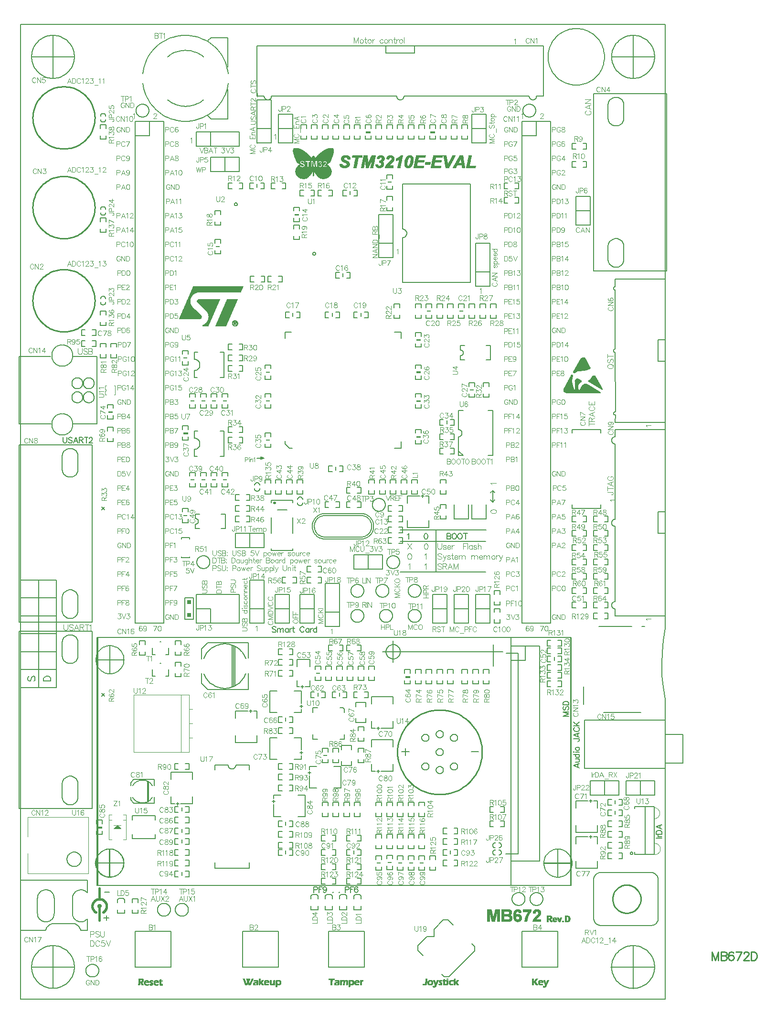
<source format=gbr>
%FSTAX23Y23*%
%MOIN*%
%SFA1B1*%

%IPPOS*%
%ADD10C,0.015000*%
%ADD11C,0.010000*%
%ADD13R,0.030000X0.030000*%
%ADD58C,0.005000*%
%ADD59C,0.008000*%
%ADD61C,0.012000*%
%ADD63C,0.007000*%
%ADD94C,0.006000*%
%ADD95C,0.004000*%
%ADD96C,0.008000*%
%ADD97C,0.001000*%
%ADD98C,0.004000*%
%ADD99R,0.010000X0.030000*%
%ADD100R,0.030000X0.010000*%
%LNmb672d-1*%
%LPD*%
G54D10*
X0035Y00382D02*
D01*
X00352Y00383*
X00355Y00385*
X00358Y00388*
X0036Y0039*
X00363Y00393*
X00365Y00395*
X00367Y00398*
X00368Y00401*
X0037Y00404*
X00371Y00408*
X00372Y00411*
X00373Y00414*
X00374Y00418*
X00374Y00421*
X00374Y00425*
X00374Y00428*
X00374Y00432*
X00373Y00435*
X00372Y00438*
X00371Y00442*
X0037Y00445*
X00368Y00448*
X00367Y00451*
X00365Y00454*
X00363Y00457*
X0036Y00459*
X00358Y00462*
X00355Y00464*
X00352Y00466*
X00349Y00468*
X00346Y00469*
X00343Y00471*
X0034Y00472*
X00336Y00473*
X00333Y00474*
X0033Y00474*
X00326Y00474*
X00323Y00474*
X00319Y00474*
X00316Y00473*
X00312Y00473*
X00309Y00472*
X00306Y00471*
X00303Y00469*
X003Y00468*
X00297Y00466*
X00294Y00464*
X00291Y00461*
X00289Y00459*
X00286Y00456*
X00284Y00454*
X00282Y00451*
X00281Y00448*
X00279Y00445*
X00278Y00441*
X00277Y00438*
X00276Y00435*
X00275Y00431*
X00275Y00428*
X00275Y00424*
X00275Y00421*
X00275Y00417*
X00276Y00414*
X00277Y00411*
X00278Y00407*
X00279Y00404*
X00281Y00401*
X00282Y00398*
X00284Y00395*
X00286Y00392*
X00289Y0039*
X00291Y00387*
X00294Y00385*
X00297Y00383*
X003Y00382*
X00325Y00475D02*
Y0055D01*
Y004D02*
Y00425D01*
Y00325D02*
Y004D01*
G54D11*
X00292Y053D02*
D01*
X00291Y05315*
X00289Y0533*
X00287Y05345*
X00283Y05359*
X00278Y05374*
X00273Y05388*
X00266Y05401*
X00259Y05414*
X0025Y05427*
X00241Y05439*
X00231Y0545*
X0022Y05461*
X00208Y0547*
X00196Y05479*
X00183Y05487*
X0017Y05495*
X00156Y05501*
X00142Y05506*
X00127Y0551*
X00112Y05513*
X00097Y05515*
X00082Y05516*
X00067*
X00052Y05515*
X00037Y05513*
X00022Y0551*
X00007Y05506*
X-00006Y05501*
X-0002Y05495*
X-00033Y05487*
X-00046Y05479*
X-00058Y0547*
X-0007Y05461*
X-00081Y0545*
X-00091Y05439*
X-001Y05427*
X-00109Y05414*
X-00116Y05401*
X-00123Y05388*
X-00128Y05374*
X-00133Y05359*
X-00137Y05345*
X-00139Y0533*
X-00141Y05315*
X-00142Y053*
X-00141Y05284*
X-00139Y05269*
X-00137Y05254*
X-00133Y0524*
X-00128Y05225*
X-00123Y05211*
X-00116Y05198*
X-00109Y05185*
X-001Y05172*
X-00091Y0516*
X-00081Y05149*
X-0007Y05138*
X-00058Y05129*
X-00046Y0512*
X-00033Y05112*
X-0002Y05104*
X-00006Y05098*
X00007Y05093*
X00022Y05089*
X00037Y05086*
X00052Y05084*
X00067Y05083*
X00082*
X00097Y05084*
X00112Y05086*
X00127Y05089*
X00142Y05093*
X00156Y05098*
X0017Y05104*
X00183Y05112*
X00196Y0512*
X00208Y05129*
X0022Y05138*
X00231Y05149*
X00241Y0516*
X0025Y05172*
X00259Y05185*
X00266Y05198*
X00273Y05211*
X00278Y05225*
X00283Y0524*
X00287Y05254*
X00289Y05269*
X00291Y05284*
X00292Y053*
X02995Y015D02*
D01*
X02994Y0152*
X02992Y01541*
X02988Y01561*
X02983Y01581*
X02977Y016*
X02969Y01619*
X0296Y01638*
X0295Y01656*
X02938Y01673*
X02925Y01689*
X02912Y01704*
X02897Y01719*
X02881Y01732*
X02864Y01744*
X02847Y01755*
X02829Y01765*
X0281Y01773*
X02791Y0178*
X02771Y01786*
X02751Y0179*
X0273Y01793*
X0271Y01794*
X02689*
X02669Y01793*
X02648Y0179*
X02628Y01786*
X02608Y0178*
X02589Y01773*
X0257Y01765*
X02552Y01755*
X02535Y01744*
X02518Y01732*
X02502Y01719*
X02487Y01704*
X02474Y01689*
X02461Y01673*
X02449Y01656*
X02439Y01638*
X0243Y01619*
X02422Y016*
X02416Y01581*
X02411Y01561*
X02407Y01541*
X02405Y0152*
X02405Y015*
X02405Y01479*
X02407Y01458*
X02411Y01438*
X02416Y01418*
X02422Y01399*
X0243Y0138*
X02439Y01361*
X02449Y01343*
X02461Y01326*
X02474Y0131*
X02487Y01295*
X02502Y0128*
X02518Y01267*
X02535Y01255*
X02552Y01244*
X0257Y01234*
X02589Y01226*
X02608Y01219*
X02628Y01213*
X02648Y01209*
X02669Y01206*
X02689Y01205*
X0271*
X0273Y01206*
X02751Y01209*
X02771Y01213*
X02791Y01219*
X0281Y01226*
X02829Y01234*
X02847Y01244*
X02864Y01255*
X02881Y01267*
X02897Y0128*
X02912Y01295*
X02925Y0131*
X02938Y01326*
X0295Y01343*
X0296Y01361*
X02969Y0138*
X02977Y01399*
X02983Y01418*
X02988Y01438*
X02992Y01458*
X02994Y01479*
X02995Y015*
X00292Y0465D02*
D01*
X00291Y04665*
X00289Y0468*
X00287Y04695*
X00283Y04709*
X00278Y04724*
X00273Y04738*
X00266Y04751*
X00259Y04764*
X0025Y04777*
X00241Y04789*
X00231Y048*
X0022Y04811*
X00208Y0482*
X00196Y04829*
X00183Y04837*
X0017Y04845*
X00156Y04851*
X00142Y04856*
X00127Y0486*
X00112Y04863*
X00097Y04865*
X00082Y04866*
X00067*
X00052Y04865*
X00037Y04863*
X00022Y0486*
X00007Y04856*
X-00006Y04851*
X-0002Y04845*
X-00033Y04837*
X-00046Y04829*
X-00058Y0482*
X-0007Y04811*
X-00081Y048*
X-00091Y04789*
X-001Y04777*
X-00109Y04764*
X-00116Y04751*
X-00123Y04738*
X-00128Y04724*
X-00133Y04709*
X-00137Y04695*
X-00139Y0468*
X-00141Y04665*
X-00142Y0465*
X-00141Y04634*
X-00139Y04619*
X-00137Y04604*
X-00133Y0459*
X-00128Y04575*
X-00123Y04561*
X-00116Y04548*
X-00109Y04535*
X-001Y04522*
X-00091Y0451*
X-00081Y04499*
X-0007Y04488*
X-00058Y04479*
X-00046Y0447*
X-00033Y04462*
X-0002Y04454*
X-00006Y04448*
X00007Y04443*
X00022Y04439*
X00037Y04436*
X00052Y04434*
X00067Y04433*
X00082*
X00097Y04434*
X00112Y04436*
X00127Y04439*
X00142Y04443*
X00156Y04448*
X0017Y04454*
X00183Y04462*
X00196Y0447*
X00208Y04479*
X0022Y04488*
X00231Y04499*
X00241Y0451*
X0025Y04522*
X00259Y04535*
X00266Y04548*
X00273Y04561*
X00278Y04575*
X00283Y0459*
X00287Y04604*
X00289Y04619*
X00291Y04634*
X00292Y0465*
Y05925D02*
D01*
X00291Y0594*
X00289Y05955*
X00287Y0597*
X00283Y05984*
X00278Y05999*
X00273Y06013*
X00266Y06026*
X00259Y06039*
X0025Y06052*
X00241Y06064*
X00231Y06075*
X0022Y06086*
X00208Y06095*
X00196Y06104*
X00183Y06112*
X0017Y0612*
X00156Y06126*
X00142Y06131*
X00127Y06135*
X00112Y06138*
X00097Y0614*
X00082Y06141*
X00067*
X00052Y0614*
X00037Y06138*
X00022Y06135*
X00007Y06131*
X-00006Y06126*
X-0002Y0612*
X-00033Y06112*
X-00046Y06104*
X-00058Y06095*
X-0007Y06086*
X-00081Y06075*
X-00091Y06064*
X-001Y06052*
X-00109Y06039*
X-00116Y06026*
X-00123Y06013*
X-00128Y05999*
X-00133Y05984*
X-00137Y0597*
X-00139Y05955*
X-00141Y0594*
X-00142Y05925*
X-00141Y05909*
X-00139Y05894*
X-00137Y05879*
X-00133Y05865*
X-00128Y0585*
X-00123Y05836*
X-00116Y05823*
X-00109Y0581*
X-001Y05797*
X-00091Y05785*
X-00081Y05774*
X-0007Y05763*
X-00058Y05754*
X-00046Y05745*
X-00033Y05737*
X-0002Y05729*
X-00006Y05723*
X00007Y05718*
X00022Y05714*
X00037Y05711*
X00052Y05709*
X00067Y05708*
X00082*
X00097Y05709*
X00112Y05711*
X00127Y05714*
X00142Y05718*
X00156Y05723*
X0017Y05729*
X00183Y05737*
X00196Y05745*
X00208Y05754*
X0022Y05763*
X00231Y05774*
X00241Y05785*
X0025Y05797*
X00259Y0581*
X00266Y05823*
X00273Y05836*
X00278Y0585*
X00283Y05865*
X00287Y05879*
X00289Y05894*
X00291Y05909*
X00292Y05925*
X0155Y0324D02*
D01*
X01549Y0324*
X01549Y0324*
X01549Y03241*
X01549Y03241*
X01549Y03241*
X01549Y03242*
X01549Y03242*
X01549Y03242*
X01549Y03242*
X01548Y03243*
X01548Y03243*
X01548Y03243*
X01548Y03243*
X01547Y03244*
X01547Y03244*
X01547Y03244*
X01546Y03244*
X01546Y03244*
X01546Y03244*
X01545Y03244*
X01545Y03244*
X01545Y03244*
X01544*
X01544Y03244*
X01544Y03244*
X01543Y03244*
X01543Y03244*
X01543Y03244*
X01542Y03244*
X01542Y03244*
X01542Y03244*
X01541Y03243*
X01541Y03243*
X01541Y03243*
X01541Y03243*
X0154Y03242*
X0154Y03242*
X0154Y03242*
X0154Y03242*
X0154Y03241*
X0154Y03241*
X0154Y03241*
X0154Y0324*
X0154Y0324*
X0154Y0324*
X0154Y03239*
X0154Y03239*
X0154Y03238*
X0154Y03238*
X0154Y03238*
X0154Y03237*
X0154Y03237*
X0154Y03237*
X0154Y03237*
X01541Y03236*
X01541Y03236*
X01541Y03236*
X01541Y03236*
X01542Y03235*
X01542Y03235*
X01542Y03235*
X01543Y03235*
X01543Y03235*
X01543Y03235*
X01544Y03235*
X01544Y03235*
X01544Y03235*
X01545*
X01545Y03235*
X01545Y03235*
X01546Y03235*
X01546Y03235*
X01546Y03235*
X01547Y03235*
X01547Y03235*
X01547Y03235*
X01548Y03236*
X01548Y03236*
X01548Y03236*
X01548Y03236*
X01549Y03237*
X01549Y03237*
X01549Y03237*
X01549Y03237*
X01549Y03238*
X01549Y03238*
X01549Y03238*
X01549Y03239*
X01549Y03239*
X0155Y0324*
X04103Y00475D02*
D01*
X04102Y00481*
X04102Y00488*
X041Y00495*
X04099Y00502*
X04097Y00508*
X04094Y00514*
X04091Y00521*
X04088Y00526*
X04084Y00532*
X0408Y00537*
X04075Y00543*
X0407Y00547*
X04065Y00552*
X04059Y00556*
X04054Y00559*
X04047Y00563*
X04041Y00565*
X04035Y00568*
X04028Y0057*
X04022Y00571*
X04015Y00572*
X04008Y00572*
X04001*
X03994Y00572*
X03987Y00571*
X03981Y0057*
X03974Y00568*
X03968Y00565*
X03962Y00563*
X03956Y00559*
X0395Y00556*
X03944Y00552*
X03939Y00547*
X03934Y00543*
X03929Y00537*
X03925Y00532*
X03921Y00526*
X03918Y00521*
X03915Y00514*
X03912Y00508*
X0391Y00502*
X03909Y00495*
X03907Y00488*
X03907Y00481*
X03907Y00475*
X03907Y00468*
X03907Y00461*
X03909Y00454*
X0391Y00447*
X03912Y00441*
X03915Y00435*
X03918Y00428*
X03921Y00423*
X03925Y00417*
X03929Y00412*
X03934Y00406*
X03939Y00402*
X03944Y00397*
X0395Y00393*
X03956Y0039*
X03962Y00386*
X03968Y00384*
X03974Y00381*
X03981Y00379*
X03987Y00378*
X03994Y00377*
X04001Y00377*
X04008*
X04015Y00377*
X04022Y00378*
X04028Y00379*
X04035Y00381*
X04041Y00384*
X04047Y00386*
X04054Y0039*
X04059Y00393*
X04065Y00397*
X0407Y00402*
X04075Y00406*
X0408Y00412*
X04084Y00417*
X04088Y00423*
X04091Y00428*
X04094Y00435*
X04097Y00441*
X04099Y00447*
X041Y00454*
X04102Y00461*
X04102Y00468*
X04103Y00475*
X04599Y00107D02*
Y00047D01*
Y00107D02*
X04622Y00047D01*
X04645Y00107D02*
X04622Y00047D01*
X04645Y00107D02*
Y00047D01*
X04662Y00107D02*
Y00047D01*
Y00107D02*
X04688D01*
X04696Y00104*
X04699Y00101*
X04702Y00096*
Y0009*
X04699Y00084*
X04696Y00081*
X04688Y00078*
X04662D02*
X04688D01*
X04696Y00076*
X04699Y00073*
X04702Y00067*
Y00058*
X04699Y00053*
X04696Y0005*
X04688Y00047*
X04662*
X0475Y00098D02*
X04747Y00104D01*
X04738Y00107*
X04732*
X04724Y00104*
X04718Y00096*
X04715Y00081*
Y00067*
X04718Y00056*
X04724Y0005*
X04732Y00047*
X04735*
X04744Y0005*
X0475Y00056*
X04752Y00064*
Y00067*
X0475Y00076*
X04744Y00081*
X04735Y00084*
X04732*
X04724Y00081*
X04718Y00076*
X04715Y00067*
X04806Y00107D02*
X04777Y00047D01*
X04766Y00107D02*
X04806D01*
X04822Y00093D02*
Y00096D01*
X04825Y00101*
X04828Y00104*
X04833Y00107*
X04845*
X0485Y00104*
X04853Y00101*
X04856Y00096*
Y0009*
X04853Y00084*
X04848Y00076*
X04819Y00047*
X04859*
X04872Y00107D02*
Y00047D01*
Y00107D02*
X04892D01*
X04901Y00104*
X04907Y00098*
X0491Y00093*
X04912Y00084*
Y0007*
X0491Y00061*
X04907Y00056*
X04901Y0005*
X04892Y00047*
X04872*
G54D13*
X0095Y02455D03*
Y02545D03*
G54D58*
X03088Y00868D02*
D01*
X03086Y00867*
X03085Y00867*
X03084Y00867*
X03083Y00867*
X03081Y00866*
X0308Y00866*
X03079Y00865*
X03078Y00865*
X03077Y00864*
X03076Y00863*
X03075Y00862*
X03074Y00862*
X03073Y00861*
X03073Y0086*
X03072Y00859*
X03071Y00857*
X03071Y00856*
X0307Y00855*
X0307Y00854*
X0307Y00853*
X0307Y00851*
X0307Y0085*
Y00849*
X0307Y00848*
X0307Y00846*
X0307Y00845*
X0307Y00844*
X03071Y00843*
X03071Y00842*
X03072Y00841*
X03073Y00839*
X03073Y00838*
X03074Y00837*
X03075Y00837*
X03076Y00836*
X03077Y00835*
X03078Y00834*
X03079Y00834*
X0308Y00833*
X03081Y00833*
X03083Y00832*
X03084Y00832*
X03085Y00832*
X03086Y00832*
X03088Y00832*
X03112D02*
D01*
X03113Y00832*
X03114Y00832*
X03115Y00832*
X03116Y00832*
X03118Y00833*
X03119Y00833*
X0312Y00834*
X03121Y00834*
X03122Y00835*
X03123Y00836*
X03124Y00837*
X03125Y00837*
X03126Y00838*
X03126Y00839*
X03127Y00841*
X03128Y00842*
X03128Y00843*
X03129Y00844*
X03129Y00845*
X03129Y00846*
X03129Y00848*
X03129Y00849*
Y0085*
X03129Y00851*
X03129Y00853*
X03129Y00854*
X03129Y00855*
X03128Y00856*
X03128Y00857*
X03127Y00859*
X03126Y0086*
X03126Y00861*
X03125Y00862*
X03124Y00862*
X03123Y00863*
X03122Y00864*
X03121Y00865*
X0312Y00865*
X03119Y00866*
X03118Y00866*
X03116Y00867*
X03115Y00867*
X03114Y00867*
X03113Y00867*
X03112Y00868*
X03088Y00818D02*
D01*
X03086Y00817*
X03085Y00817*
X03084Y00817*
X03083Y00817*
X03081Y00816*
X0308Y00816*
X03079Y00815*
X03078Y00815*
X03077Y00814*
X03076Y00813*
X03075Y00812*
X03074Y00812*
X03073Y00811*
X03073Y0081*
X03072Y00809*
X03071Y00807*
X03071Y00806*
X0307Y00805*
X0307Y00804*
X0307Y00803*
X0307Y00801*
X0307Y008*
Y00799*
X0307Y00798*
X0307Y00796*
X0307Y00795*
X0307Y00794*
X03071Y00793*
X03071Y00792*
X03072Y00791*
X03073Y00789*
X03073Y00788*
X03074Y00787*
X03075Y00787*
X03076Y00786*
X03077Y00785*
X03078Y00784*
X03079Y00784*
X0308Y00783*
X03081Y00783*
X03083Y00782*
X03084Y00782*
X03085Y00782*
X03086Y00782*
X03088Y00782*
X03112D02*
D01*
X03113Y00782*
X03114Y00782*
X03115Y00782*
X03116Y00782*
X03118Y00783*
X03119Y00783*
X0312Y00784*
X03121Y00784*
X03122Y00785*
X03123Y00786*
X03124Y00787*
X03125Y00787*
X03126Y00788*
X03126Y00789*
X03127Y00791*
X03128Y00792*
X03128Y00793*
X03129Y00794*
X03129Y00795*
X03129Y00796*
X03129Y00798*
X03129Y00799*
Y008*
X03129Y00801*
X03129Y00803*
X03129Y00804*
X03129Y00805*
X03128Y00806*
X03128Y00807*
X03127Y00809*
X03126Y0081*
X03126Y00811*
X03125Y00812*
X03124Y00812*
X03123Y00813*
X03122Y00814*
X03121Y00815*
X0312Y00815*
X03119Y00816*
X03118Y00816*
X03116Y00817*
X03115Y00817*
X03114Y00817*
X03113Y00817*
X03112Y00818*
X00368Y04662D02*
D01*
X00367Y04663*
X00367Y04664*
X00367Y04665*
X00367Y04666*
X00366Y04668*
X00366Y04669*
X00365Y0467*
X00365Y04671*
X00364Y04672*
X00363Y04673*
X00362Y04674*
X00362Y04675*
X00361Y04676*
X0036Y04676*
X00359Y04677*
X00357Y04678*
X00356Y04678*
X00355Y04679*
X00354Y04679*
X00353Y04679*
X00351Y04679*
X0035Y04679*
X00349*
X00348Y04679*
X00346Y04679*
X00345Y04679*
X00344Y04679*
X00343Y04678*
X00342Y04678*
X00341Y04677*
X00339Y04676*
X00338Y04676*
X00337Y04675*
X00337Y04674*
X00336Y04673*
X00335Y04672*
X00334Y04671*
X00334Y0467*
X00333Y04669*
X00333Y04668*
X00332Y04666*
X00332Y04665*
X00332Y04664*
X00332Y04663*
X00332Y04662*
Y04638D02*
D01*
X00332Y04636*
X00332Y04635*
X00332Y04634*
X00332Y04633*
X00333Y04631*
X00333Y0463*
X00334Y04629*
X00334Y04628*
X00335Y04627*
X00336Y04626*
X00337Y04625*
X00337Y04624*
X00338Y04623*
X00339Y04623*
X00341Y04622*
X00342Y04621*
X00343Y04621*
X00344Y0462*
X00345Y0462*
X00346Y0462*
X00348Y0462*
X00349Y0462*
X0035*
X00351Y0462*
X00353Y0462*
X00354Y0462*
X00355Y0462*
X00356Y04621*
X00357Y04621*
X00359Y04622*
X0036Y04623*
X00361Y04623*
X00362Y04624*
X00362Y04625*
X00363Y04626*
X00364Y04627*
X00365Y04628*
X00365Y04629*
X00366Y0463*
X00366Y04631*
X00367Y04633*
X00367Y04634*
X00367Y04635*
X00367Y04636*
X00368Y04638*
Y05287D02*
D01*
X00367Y05288*
X00367Y05289*
X00367Y0529*
X00367Y05291*
X00366Y05293*
X00366Y05294*
X00365Y05295*
X00365Y05296*
X00364Y05297*
X00363Y05298*
X00362Y05299*
X00362Y053*
X00361Y05301*
X0036Y05301*
X00359Y05302*
X00357Y05303*
X00356Y05303*
X00355Y05304*
X00354Y05304*
X00353Y05304*
X00351Y05304*
X0035Y05304*
X00349*
X00348Y05304*
X00346Y05304*
X00345Y05304*
X00344Y05304*
X00343Y05303*
X00342Y05303*
X00341Y05302*
X00339Y05301*
X00338Y05301*
X00337Y053*
X00337Y05299*
X00336Y05298*
X00335Y05297*
X00334Y05296*
X00334Y05295*
X00333Y05294*
X00333Y05293*
X00332Y05291*
X00332Y0529*
X00332Y05289*
X00332Y05288*
X00332Y05287*
Y05263D02*
D01*
X00332Y05261*
X00332Y0526*
X00332Y05259*
X00332Y05258*
X00333Y05256*
X00333Y05255*
X00334Y05254*
X00334Y05253*
X00335Y05252*
X00336Y05251*
X00337Y0525*
X00337Y05249*
X00338Y05248*
X00339Y05248*
X00341Y05247*
X00342Y05246*
X00343Y05246*
X00344Y05245*
X00345Y05245*
X00346Y05245*
X00348Y05245*
X00349Y05245*
X0035*
X00351Y05245*
X00353Y05245*
X00354Y05245*
X00355Y05245*
X00356Y05246*
X00357Y05246*
X00359Y05247*
X0036Y05248*
X00361Y05248*
X00362Y05249*
X00362Y0525*
X00363Y05251*
X00364Y05252*
X00365Y05253*
X00365Y05254*
X00366Y05255*
X00366Y05256*
X00367Y05258*
X00367Y05259*
X00367Y0526*
X00367Y05261*
X00368Y05263*
X0257Y0245D02*
D01*
X02569Y02453*
X02569Y02456*
X02569Y02459*
X02568Y02462*
X02567Y02465*
X02566Y02468*
X02564Y02471*
X02563Y02473*
X02561Y02476*
X02559Y02478*
X02557Y02481*
X02555Y02483*
X02552Y02485*
X0255Y02487*
X02547Y02488*
X02544Y0249*
X02541Y02491*
X02538Y02492*
X02535Y02493*
X02532Y02494*
X02529Y02494*
X02526Y02494*
X02523*
X0252Y02494*
X02517Y02494*
X02514Y02493*
X02511Y02492*
X02508Y02491*
X02505Y0249*
X02502Y02488*
X02499Y02487*
X02497Y02485*
X02494Y02483*
X02492Y02481*
X0249Y02478*
X02488Y02476*
X02486Y02473*
X02485Y02471*
X02483Y02468*
X02482Y02465*
X02481Y02462*
X0248Y02459*
X0248Y02456*
X0248Y02453*
X0248Y0245*
X0248Y02446*
X0248Y02443*
X0248Y0244*
X02481Y02437*
X02482Y02434*
X02483Y02431*
X02485Y02428*
X02486Y02426*
X02488Y02423*
X0249Y02421*
X02492Y02418*
X02494Y02416*
X02497Y02414*
X02499Y02412*
X02502Y02411*
X02505Y02409*
X02508Y02408*
X02511Y02407*
X02514Y02406*
X02517Y02405*
X0252Y02405*
X02523Y02405*
X02526*
X02529Y02405*
X02532Y02405*
X02535Y02406*
X02538Y02407*
X02541Y02408*
X02544Y02409*
X02547Y02411*
X0255Y02412*
X02552Y02414*
X02555Y02416*
X02557Y02418*
X02559Y02421*
X02561Y02423*
X02563Y02426*
X02564Y02428*
X02566Y02431*
X02567Y02434*
X02568Y02437*
X02569Y0244*
X02569Y02443*
X02569Y02446*
X0257Y0245*
X0217Y02625D02*
D01*
X02169Y02628*
X02169Y02631*
X02169Y02634*
X02168Y02637*
X02167Y0264*
X02166Y02643*
X02164Y02646*
X02163Y02648*
X02161Y02651*
X02159Y02653*
X02157Y02656*
X02155Y02658*
X02152Y0266*
X0215Y02662*
X02147Y02663*
X02144Y02665*
X02141Y02666*
X02138Y02667*
X02135Y02668*
X02132Y02669*
X02129Y02669*
X02126Y02669*
X02123*
X0212Y02669*
X02117Y02669*
X02114Y02668*
X02111Y02667*
X02108Y02666*
X02105Y02665*
X02102Y02663*
X02099Y02662*
X02097Y0266*
X02094Y02658*
X02092Y02656*
X0209Y02653*
X02088Y02651*
X02086Y02648*
X02085Y02646*
X02083Y02643*
X02082Y0264*
X02081Y02637*
X0208Y02634*
X0208Y02631*
X0208Y02628*
X0208Y02625*
X0208Y02621*
X0208Y02618*
X0208Y02615*
X02081Y02612*
X02082Y02609*
X02083Y02606*
X02085Y02603*
X02086Y02601*
X02088Y02598*
X0209Y02596*
X02092Y02593*
X02094Y02591*
X02097Y02589*
X02099Y02587*
X02102Y02586*
X02105Y02584*
X02108Y02583*
X02111Y02582*
X02114Y02581*
X02117Y0258*
X0212Y0258*
X02123Y0258*
X02126*
X02129Y0258*
X02132Y0258*
X02135Y02581*
X02138Y02582*
X02141Y02583*
X02144Y02584*
X02147Y02586*
X0215Y02587*
X02152Y02589*
X02155Y02591*
X02157Y02593*
X02159Y02596*
X02161Y02598*
X02163Y02601*
X02164Y02603*
X02166Y02606*
X02167Y02609*
X02168Y02612*
X02169Y02615*
X02169Y02618*
X02169Y02621*
X0217Y02625*
X02625Y016D02*
D01*
X02624Y01601*
X02624Y01603*
X02624Y01605*
X02624Y01606*
X02623Y01608*
X02622Y0161*
X02622Y01611*
X02621Y01613*
X0262Y01614*
X02619Y01616*
X02617Y01617*
X02616Y01618*
X02615Y01619*
X02613Y0162*
X02612Y01621*
X0261Y01622*
X02609Y01623*
X02607Y01623*
X02606Y01624*
X02604Y01624*
X02602Y01624*
X026Y01624*
X02599*
X02597Y01624*
X02595Y01624*
X02593Y01624*
X02592Y01623*
X0259Y01623*
X02589Y01622*
X02587Y01621*
X02586Y0162*
X02584Y01619*
X02583Y01618*
X02582Y01617*
X0258Y01616*
X02579Y01614*
X02578Y01613*
X02577Y01611*
X02577Y0161*
X02576Y01608*
X02575Y01606*
X02575Y01605*
X02575Y01603*
X02575Y01601*
X02575Y016*
X02575Y01598*
X02575Y01596*
X02575Y01594*
X02575Y01593*
X02576Y01591*
X02577Y01589*
X02577Y01588*
X02578Y01586*
X02579Y01585*
X0258Y01583*
X02582Y01582*
X02583Y01581*
X02584Y0158*
X02586Y01579*
X02587Y01578*
X02589Y01577*
X0259Y01576*
X02592Y01576*
X02593Y01575*
X02595Y01575*
X02597Y01575*
X02599Y01575*
X026*
X02602Y01575*
X02604Y01575*
X02606Y01575*
X02607Y01576*
X02609Y01576*
X0261Y01577*
X02612Y01578*
X02613Y01579*
X02615Y0158*
X02616Y01581*
X02617Y01582*
X02619Y01583*
X0262Y01585*
X02621Y01586*
X02622Y01588*
X02622Y01589*
X02623Y01591*
X02624Y01593*
X02624Y01594*
X02624Y01596*
X02624Y01598*
X02625Y016*
X02825D02*
D01*
X02824Y01601*
X02824Y01603*
X02824Y01605*
X02824Y01606*
X02823Y01608*
X02822Y0161*
X02822Y01611*
X02821Y01613*
X0282Y01614*
X02819Y01616*
X02817Y01617*
X02816Y01618*
X02815Y01619*
X02813Y0162*
X02812Y01621*
X0281Y01622*
X02809Y01623*
X02807Y01623*
X02806Y01624*
X02804Y01624*
X02802Y01624*
X028Y01624*
X02799*
X02797Y01624*
X02795Y01624*
X02793Y01624*
X02792Y01623*
X0279Y01623*
X02789Y01622*
X02787Y01621*
X02786Y0162*
X02784Y01619*
X02783Y01618*
X02782Y01617*
X0278Y01616*
X02779Y01614*
X02778Y01613*
X02777Y01611*
X02777Y0161*
X02776Y01608*
X02775Y01606*
X02775Y01605*
X02775Y01603*
X02775Y01601*
X02775Y016*
X02775Y01598*
X02775Y01596*
X02775Y01594*
X02775Y01593*
X02776Y01591*
X02777Y01589*
X02777Y01588*
X02778Y01586*
X02779Y01585*
X0278Y01583*
X02782Y01582*
X02783Y01581*
X02784Y0158*
X02786Y01579*
X02787Y01578*
X02789Y01577*
X0279Y01576*
X02792Y01576*
X02793Y01575*
X02795Y01575*
X02797Y01575*
X02799Y01575*
X028*
X02802Y01575*
X02804Y01575*
X02806Y01575*
X02807Y01576*
X02809Y01576*
X0281Y01577*
X02812Y01578*
X02813Y01579*
X02815Y0158*
X02816Y01581*
X02817Y01582*
X02819Y01583*
X0282Y01585*
X02821Y01586*
X02822Y01588*
X02822Y01589*
X02823Y01591*
X02824Y01593*
X02824Y01594*
X02824Y01596*
X02824Y01598*
X02825Y016*
X02625Y014D02*
D01*
X02624Y01401*
X02624Y01403*
X02624Y01405*
X02624Y01406*
X02623Y01408*
X02622Y0141*
X02622Y01411*
X02621Y01413*
X0262Y01414*
X02619Y01416*
X02617Y01417*
X02616Y01418*
X02615Y01419*
X02613Y0142*
X02612Y01421*
X0261Y01422*
X02609Y01423*
X02607Y01423*
X02606Y01424*
X02604Y01424*
X02602Y01424*
X026Y01424*
X02599*
X02597Y01424*
X02595Y01424*
X02593Y01424*
X02592Y01423*
X0259Y01423*
X02589Y01422*
X02587Y01421*
X02586Y0142*
X02584Y01419*
X02583Y01418*
X02582Y01417*
X0258Y01416*
X02579Y01414*
X02578Y01413*
X02577Y01411*
X02577Y0141*
X02576Y01408*
X02575Y01406*
X02575Y01405*
X02575Y01403*
X02575Y01401*
X02575Y014*
X02575Y01398*
X02575Y01396*
X02575Y01394*
X02575Y01393*
X02576Y01391*
X02577Y01389*
X02577Y01388*
X02578Y01386*
X02579Y01385*
X0258Y01383*
X02582Y01382*
X02583Y01381*
X02584Y0138*
X02586Y01379*
X02587Y01378*
X02589Y01377*
X0259Y01376*
X02592Y01376*
X02593Y01375*
X02595Y01375*
X02597Y01375*
X02599Y01375*
X026*
X02602Y01375*
X02604Y01375*
X02606Y01375*
X02607Y01376*
X02609Y01376*
X0261Y01377*
X02612Y01378*
X02613Y01379*
X02615Y0138*
X02616Y01381*
X02617Y01382*
X02619Y01383*
X0262Y01385*
X02621Y01386*
X02622Y01388*
X02622Y01389*
X02623Y01391*
X02624Y01393*
X02624Y01394*
X02624Y01396*
X02624Y01398*
X02625Y014*
X02825D02*
D01*
X02824Y01401*
X02824Y01403*
X02824Y01405*
X02824Y01406*
X02823Y01408*
X02822Y0141*
X02822Y01411*
X02821Y01413*
X0282Y01414*
X02819Y01416*
X02817Y01417*
X02816Y01418*
X02815Y01419*
X02813Y0142*
X02812Y01421*
X0281Y01422*
X02809Y01423*
X02807Y01423*
X02806Y01424*
X02804Y01424*
X02802Y01424*
X028Y01424*
X02799*
X02797Y01424*
X02795Y01424*
X02793Y01424*
X02792Y01423*
X0279Y01423*
X02789Y01422*
X02787Y01421*
X02786Y0142*
X02784Y01419*
X02783Y01418*
X02782Y01417*
X0278Y01416*
X02779Y01414*
X02778Y01413*
X02777Y01411*
X02777Y0141*
X02776Y01408*
X02775Y01406*
X02775Y01405*
X02775Y01403*
X02775Y01401*
X02775Y014*
X02775Y01398*
X02775Y01396*
X02775Y01394*
X02775Y01393*
X02776Y01391*
X02777Y01389*
X02777Y01388*
X02778Y01386*
X02779Y01385*
X0278Y01383*
X02782Y01382*
X02783Y01381*
X02784Y0138*
X02786Y01379*
X02787Y01378*
X02789Y01377*
X0279Y01376*
X02792Y01376*
X02793Y01375*
X02795Y01375*
X02797Y01375*
X02799Y01375*
X028*
X02802Y01375*
X02804Y01375*
X02806Y01375*
X02807Y01376*
X02809Y01376*
X0281Y01377*
X02812Y01378*
X02813Y01379*
X02815Y0138*
X02816Y01381*
X02817Y01382*
X02819Y01383*
X0282Y01385*
X02821Y01386*
X02822Y01388*
X02822Y01389*
X02823Y01391*
X02824Y01393*
X02824Y01394*
X02824Y01396*
X02824Y01398*
X02825Y014*
X02725Y01375D02*
D01*
X02724Y01376*
X02724Y01378*
X02724Y0138*
X02724Y01381*
X02723Y01383*
X02722Y01385*
X02722Y01386*
X02721Y01388*
X0272Y01389*
X02719Y01391*
X02717Y01392*
X02716Y01393*
X02715Y01394*
X02713Y01395*
X02712Y01396*
X0271Y01397*
X02709Y01398*
X02707Y01398*
X02706Y01399*
X02704Y01399*
X02702Y01399*
X027Y01399*
X02699*
X02697Y01399*
X02695Y01399*
X02693Y01399*
X02692Y01398*
X0269Y01398*
X02689Y01397*
X02687Y01396*
X02686Y01395*
X02684Y01394*
X02683Y01393*
X02682Y01392*
X0268Y01391*
X02679Y01389*
X02678Y01388*
X02677Y01386*
X02677Y01385*
X02676Y01383*
X02675Y01381*
X02675Y0138*
X02675Y01378*
X02675Y01376*
X02675Y01375*
X02675Y01373*
X02675Y01371*
X02675Y01369*
X02675Y01368*
X02676Y01366*
X02677Y01364*
X02677Y01363*
X02678Y01361*
X02679Y0136*
X0268Y01358*
X02682Y01357*
X02683Y01356*
X02684Y01355*
X02686Y01354*
X02687Y01353*
X02689Y01352*
X0269Y01351*
X02692Y01351*
X02693Y0135*
X02695Y0135*
X02697Y0135*
X02699Y0135*
X027*
X02702Y0135*
X02704Y0135*
X02706Y0135*
X02707Y01351*
X02709Y01351*
X0271Y01352*
X02712Y01353*
X02713Y01354*
X02715Y01355*
X02716Y01356*
X02717Y01357*
X02719Y01358*
X0272Y0136*
X02721Y01361*
X02722Y01363*
X02722Y01364*
X02723Y01366*
X02724Y01368*
X02724Y01369*
X02724Y01371*
X02724Y01373*
X02725Y01375*
Y01625D02*
D01*
X02724Y01626*
X02724Y01628*
X02724Y0163*
X02724Y01631*
X02723Y01633*
X02722Y01635*
X02722Y01636*
X02721Y01638*
X0272Y01639*
X02719Y01641*
X02717Y01642*
X02716Y01643*
X02715Y01644*
X02713Y01645*
X02712Y01646*
X0271Y01647*
X02709Y01648*
X02707Y01648*
X02706Y01649*
X02704Y01649*
X02702Y01649*
X027Y01649*
X02699*
X02697Y01649*
X02695Y01649*
X02693Y01649*
X02692Y01648*
X0269Y01648*
X02689Y01647*
X02687Y01646*
X02686Y01645*
X02684Y01644*
X02683Y01643*
X02682Y01642*
X0268Y01641*
X02679Y01639*
X02678Y01638*
X02677Y01636*
X02677Y01635*
X02676Y01633*
X02675Y01631*
X02675Y0163*
X02675Y01628*
X02675Y01626*
X02675Y01625*
X02675Y01623*
X02675Y01621*
X02675Y01619*
X02675Y01618*
X02676Y01616*
X02677Y01614*
X02677Y01613*
X02678Y01611*
X02679Y0161*
X0268Y01608*
X02682Y01607*
X02683Y01606*
X02684Y01605*
X02686Y01604*
X02687Y01603*
X02689Y01602*
X0269Y01601*
X02692Y01601*
X02693Y016*
X02695Y016*
X02697Y016*
X02699Y016*
X027*
X02702Y016*
X02704Y016*
X02706Y016*
X02707Y01601*
X02709Y01601*
X0271Y01602*
X02712Y01603*
X02713Y01604*
X02715Y01605*
X02716Y01606*
X02717Y01607*
X02719Y01608*
X0272Y0161*
X02721Y01611*
X02722Y01613*
X02722Y01614*
X02723Y01616*
X02724Y01618*
X02724Y01619*
X02724Y01621*
X02724Y01623*
X02725Y01625*
Y015D02*
D01*
X02724Y01501*
X02724Y01503*
X02724Y01505*
X02724Y01506*
X02723Y01508*
X02722Y0151*
X02722Y01511*
X02721Y01513*
X0272Y01514*
X02719Y01516*
X02717Y01517*
X02716Y01518*
X02715Y01519*
X02713Y0152*
X02712Y01521*
X0271Y01522*
X02709Y01523*
X02707Y01523*
X02706Y01524*
X02704Y01524*
X02702Y01524*
X027Y01524*
X02699*
X02697Y01524*
X02695Y01524*
X02693Y01524*
X02692Y01523*
X0269Y01523*
X02689Y01522*
X02687Y01521*
X02686Y0152*
X02684Y01519*
X02683Y01518*
X02682Y01517*
X0268Y01516*
X02679Y01514*
X02678Y01513*
X02677Y01511*
X02677Y0151*
X02676Y01508*
X02675Y01506*
X02675Y01505*
X02675Y01503*
X02675Y01501*
X02675Y015*
X02675Y01498*
X02675Y01496*
X02675Y01494*
X02675Y01493*
X02676Y01491*
X02677Y01489*
X02677Y01488*
X02678Y01486*
X02679Y01485*
X0268Y01483*
X02682Y01482*
X02683Y01481*
X02684Y0148*
X02686Y01479*
X02687Y01478*
X02689Y01477*
X0269Y01476*
X02692Y01476*
X02693Y01475*
X02695Y01475*
X02697Y01475*
X02699Y01475*
X027*
X02702Y01475*
X02704Y01475*
X02706Y01475*
X02707Y01476*
X02709Y01476*
X0271Y01477*
X02712Y01478*
X02713Y01479*
X02715Y0148*
X02716Y01481*
X02717Y01482*
X02719Y01483*
X0272Y01485*
X02721Y01486*
X02722Y01488*
X02722Y01489*
X02723Y01491*
X02724Y01493*
X02724Y01494*
X02724Y01496*
X02724Y01498*
X02725Y015*
X03295Y00475D02*
D01*
X03294Y00478*
X03294Y00481*
X03294Y00484*
X03293Y00487*
X03292Y0049*
X03291Y00493*
X03289Y00496*
X03288Y00498*
X03286Y00501*
X03284Y00503*
X03282Y00506*
X0328Y00508*
X03277Y0051*
X03275Y00512*
X03272Y00513*
X03269Y00515*
X03266Y00516*
X03263Y00517*
X0326Y00518*
X03257Y00519*
X03254Y00519*
X03251Y00519*
X03248*
X03245Y00519*
X03242Y00519*
X03239Y00518*
X03236Y00517*
X03233Y00516*
X0323Y00515*
X03227Y00513*
X03224Y00512*
X03222Y0051*
X03219Y00508*
X03217Y00506*
X03215Y00503*
X03213Y00501*
X03211Y00498*
X0321Y00496*
X03208Y00493*
X03207Y0049*
X03206Y00487*
X03205Y00484*
X03205Y00481*
X03205Y00478*
X03205Y00475*
X03205Y00471*
X03205Y00468*
X03205Y00465*
X03206Y00462*
X03207Y00459*
X03208Y00456*
X0321Y00453*
X03211Y00451*
X03213Y00448*
X03215Y00446*
X03217Y00443*
X03219Y00441*
X03222Y00439*
X03224Y00437*
X03227Y00436*
X0323Y00434*
X03233Y00433*
X03236Y00432*
X03239Y00431*
X03242Y0043*
X03245Y0043*
X03248Y0043*
X03251*
X03254Y0043*
X03257Y0043*
X0326Y00431*
X03263Y00432*
X03266Y00433*
X03269Y00434*
X03272Y00436*
X03275Y00437*
X03277Y00439*
X0328Y00441*
X03282Y00443*
X03284Y00446*
X03286Y00448*
X03288Y00451*
X03289Y00453*
X03291Y00456*
X03292Y00459*
X03293Y00462*
X03294Y00465*
X03294Y00468*
X03294Y00471*
X03295Y00475*
X0067Y05975D02*
D01*
X00669Y05978*
X00669Y05981*
X00669Y05984*
X00668Y05987*
X00667Y0599*
X00666Y05993*
X00664Y05996*
X00663Y05998*
X00661Y06001*
X00659Y06003*
X00657Y06006*
X00655Y06008*
X00652Y0601*
X0065Y06012*
X00647Y06013*
X00644Y06015*
X00641Y06016*
X00638Y06017*
X00635Y06018*
X00632Y06019*
X00629Y06019*
X00626Y06019*
X00623*
X0062Y06019*
X00617Y06019*
X00614Y06018*
X00611Y06017*
X00608Y06016*
X00605Y06015*
X00602Y06013*
X00599Y06012*
X00597Y0601*
X00594Y06008*
X00592Y06006*
X0059Y06003*
X00588Y06001*
X00586Y05998*
X00585Y05996*
X00583Y05993*
X00582Y0599*
X00581Y05987*
X0058Y05984*
X0058Y05981*
X0058Y05978*
X0058Y05975*
X0058Y05971*
X0058Y05968*
X0058Y05965*
X00581Y05962*
X00582Y05959*
X00583Y05956*
X00585Y05953*
X00586Y05951*
X00588Y05948*
X0059Y05946*
X00592Y05943*
X00594Y05941*
X00597Y05939*
X00599Y05937*
X00602Y05936*
X00605Y05934*
X00608Y05933*
X00611Y05932*
X00614Y05931*
X00617Y0593*
X0062Y0593*
X00623Y0593*
X00626*
X00629Y0593*
X00632Y0593*
X00635Y05931*
X00638Y05932*
X00641Y05933*
X00644Y05934*
X00647Y05936*
X0065Y05937*
X00652Y05939*
X00655Y05941*
X00657Y05943*
X00659Y05946*
X00661Y05948*
X00663Y05951*
X00664Y05953*
X00666Y05956*
X00667Y05959*
X00668Y05962*
X00669Y05965*
X00669Y05968*
X00669Y05971*
X0067Y05975*
X0337D02*
D01*
X03369Y05978*
X03369Y05981*
X03369Y05984*
X03368Y05987*
X03367Y0599*
X03366Y05993*
X03364Y05996*
X03363Y05998*
X03361Y06001*
X03359Y06003*
X03357Y06006*
X03355Y06008*
X03352Y0601*
X0335Y06012*
X03347Y06013*
X03344Y06015*
X03341Y06016*
X03338Y06017*
X03335Y06018*
X03332Y06019*
X03329Y06019*
X03326Y06019*
X03323*
X0332Y06019*
X03317Y06019*
X03314Y06018*
X03311Y06017*
X03308Y06016*
X03305Y06015*
X03302Y06013*
X03299Y06012*
X03297Y0601*
X03294Y06008*
X03292Y06006*
X0329Y06003*
X03288Y06001*
X03286Y05998*
X03285Y05996*
X03283Y05993*
X03282Y0599*
X03281Y05987*
X0328Y05984*
X0328Y05981*
X0328Y05978*
X0328Y05975*
X0328Y05971*
X0328Y05968*
X0328Y05965*
X03281Y05962*
X03282Y05959*
X03283Y05956*
X03285Y05953*
X03286Y05951*
X03288Y05948*
X0329Y05946*
X03292Y05943*
X03294Y05941*
X03297Y05939*
X03299Y05937*
X03302Y05936*
X03305Y05934*
X03308Y05933*
X03311Y05932*
X03314Y05931*
X03317Y0593*
X0332Y0593*
X03323Y0593*
X03326*
X03329Y0593*
X03332Y0593*
X03335Y05931*
X03338Y05932*
X03341Y05933*
X03344Y05934*
X03347Y05936*
X0335Y05937*
X03352Y05939*
X03355Y05941*
X03357Y05943*
X03359Y05946*
X03361Y05948*
X03363Y05951*
X03364Y05953*
X03366Y05956*
X03367Y05959*
X03368Y05962*
X03369Y05965*
X03369Y05968*
X03369Y05971*
X0337Y05975*
X0232Y03225D02*
D01*
X02319Y03228*
X02319Y03231*
X02319Y03234*
X02318Y03237*
X02317Y0324*
X02316Y03243*
X02314Y03246*
X02313Y03248*
X02311Y03251*
X02309Y03253*
X02307Y03256*
X02305Y03258*
X02302Y0326*
X023Y03262*
X02297Y03263*
X02294Y03265*
X02291Y03266*
X02288Y03267*
X02285Y03268*
X02282Y03269*
X02279Y03269*
X02276Y03269*
X02273*
X0227Y03269*
X02267Y03269*
X02264Y03268*
X02261Y03267*
X02258Y03266*
X02255Y03265*
X02252Y03263*
X02249Y03262*
X02247Y0326*
X02244Y03258*
X02242Y03256*
X0224Y03253*
X02238Y03251*
X02236Y03248*
X02235Y03246*
X02233Y03243*
X02232Y0324*
X02231Y03237*
X0223Y03234*
X0223Y03231*
X0223Y03228*
X0223Y03225*
X0223Y03221*
X0223Y03218*
X0223Y03215*
X02231Y03212*
X02232Y03209*
X02233Y03206*
X02235Y03203*
X02236Y03201*
X02238Y03198*
X0224Y03196*
X02242Y03193*
X02244Y03191*
X02247Y03189*
X02249Y03187*
X02252Y03186*
X02255Y03184*
X02258Y03183*
X02261Y03182*
X02264Y03181*
X02267Y0318*
X0227Y0318*
X02273Y0318*
X02276*
X02279Y0318*
X02282Y0318*
X02285Y03181*
X02288Y03182*
X02291Y03183*
X02294Y03184*
X02297Y03186*
X023Y03187*
X02302Y03189*
X02305Y03191*
X02307Y03193*
X02309Y03196*
X02311Y03198*
X02313Y03201*
X02314Y03203*
X02316Y03206*
X02317Y03209*
X02318Y03212*
X02319Y03215*
X02319Y03218*
X02319Y03221*
X0232Y03225*
X0217Y0245D02*
D01*
X02169Y02453*
X02169Y02456*
X02169Y02459*
X02168Y02462*
X02167Y02465*
X02166Y02468*
X02164Y02471*
X02163Y02473*
X02161Y02476*
X02159Y02478*
X02157Y02481*
X02155Y02483*
X02152Y02485*
X0215Y02487*
X02147Y02488*
X02144Y0249*
X02141Y02491*
X02138Y02492*
X02135Y02493*
X02132Y02494*
X02129Y02494*
X02126Y02494*
X02123*
X0212Y02494*
X02117Y02494*
X02114Y02493*
X02111Y02492*
X02108Y02491*
X02105Y0249*
X02102Y02488*
X02099Y02487*
X02097Y02485*
X02094Y02483*
X02092Y02481*
X0209Y02478*
X02088Y02476*
X02086Y02473*
X02085Y02471*
X02083Y02468*
X02082Y02465*
X02081Y02462*
X0208Y02459*
X0208Y02456*
X0208Y02453*
X0208Y0245*
X0208Y02446*
X0208Y02443*
X0208Y0244*
X02081Y02437*
X02082Y02434*
X02083Y02431*
X02085Y02428*
X02086Y02426*
X02088Y02423*
X0209Y02421*
X02092Y02418*
X02094Y02416*
X02097Y02414*
X02099Y02412*
X02102Y02411*
X02105Y02409*
X02108Y02408*
X02111Y02407*
X02114Y02406*
X02117Y02405*
X0212Y02405*
X02123Y02405*
X02126*
X02129Y02405*
X02132Y02405*
X02135Y02406*
X02138Y02407*
X02141Y02408*
X02144Y02409*
X02147Y02411*
X0215Y02412*
X02152Y02414*
X02155Y02416*
X02157Y02418*
X02159Y02421*
X02161Y02423*
X02163Y02426*
X02164Y02428*
X02166Y02431*
X02167Y02434*
X02168Y02437*
X02169Y0244*
X02169Y02443*
X02169Y02446*
X0217Y0245*
X0342Y00475D02*
D01*
X03419Y00478*
X03419Y00481*
X03419Y00484*
X03418Y00487*
X03417Y0049*
X03416Y00493*
X03414Y00496*
X03413Y00498*
X03411Y00501*
X03409Y00503*
X03407Y00506*
X03405Y00508*
X03402Y0051*
X034Y00512*
X03397Y00513*
X03394Y00515*
X03391Y00516*
X03388Y00517*
X03385Y00518*
X03382Y00519*
X03379Y00519*
X03376Y00519*
X03373*
X0337Y00519*
X03367Y00519*
X03364Y00518*
X03361Y00517*
X03358Y00516*
X03355Y00515*
X03352Y00513*
X03349Y00512*
X03347Y0051*
X03344Y00508*
X03342Y00506*
X0334Y00503*
X03338Y00501*
X03336Y00498*
X03335Y00496*
X03333Y00493*
X03332Y0049*
X03331Y00487*
X0333Y00484*
X0333Y00481*
X0333Y00478*
X0333Y00475*
X0333Y00471*
X0333Y00468*
X0333Y00465*
X03331Y00462*
X03332Y00459*
X03333Y00456*
X03335Y00453*
X03336Y00451*
X03338Y00448*
X0334Y00446*
X03342Y00443*
X03344Y00441*
X03347Y00439*
X03349Y00437*
X03352Y00436*
X03355Y00434*
X03358Y00433*
X03361Y00432*
X03364Y00431*
X03367Y0043*
X0337Y0043*
X03373Y0043*
X03376*
X03379Y0043*
X03382Y0043*
X03385Y00431*
X03388Y00432*
X03391Y00433*
X03394Y00434*
X03397Y00436*
X034Y00437*
X03402Y00439*
X03405Y00441*
X03407Y00443*
X03409Y00446*
X03411Y00448*
X03413Y00451*
X03414Y00453*
X03416Y00456*
X03417Y00459*
X03418Y00462*
X03419Y00465*
X03419Y00468*
X03419Y00471*
X0342Y00475*
X0237Y0245D02*
D01*
X02369Y02453*
X02369Y02456*
X02369Y02459*
X02368Y02462*
X02367Y02465*
X02366Y02468*
X02364Y02471*
X02363Y02473*
X02361Y02476*
X02359Y02478*
X02357Y02481*
X02355Y02483*
X02352Y02485*
X0235Y02487*
X02347Y02488*
X02344Y0249*
X02341Y02491*
X02338Y02492*
X02335Y02493*
X02332Y02494*
X02329Y02494*
X02326Y02494*
X02323*
X0232Y02494*
X02317Y02494*
X02314Y02493*
X02311Y02492*
X02308Y02491*
X02305Y0249*
X02302Y02488*
X02299Y02487*
X02297Y02485*
X02294Y02483*
X02292Y02481*
X0229Y02478*
X02288Y02476*
X02286Y02473*
X02285Y02471*
X02283Y02468*
X02282Y02465*
X02281Y02462*
X0228Y02459*
X0228Y02456*
X0228Y02453*
X0228Y0245*
X0228Y02446*
X0228Y02443*
X0228Y0244*
X02281Y02437*
X02282Y02434*
X02283Y02431*
X02285Y02428*
X02286Y02426*
X02288Y02423*
X0229Y02421*
X02292Y02418*
X02294Y02416*
X02297Y02414*
X02299Y02412*
X02302Y02411*
X02305Y02409*
X02308Y02408*
X02311Y02407*
X02314Y02406*
X02317Y02405*
X0232Y02405*
X02323Y02405*
X02326*
X02329Y02405*
X02332Y02405*
X02335Y02406*
X02338Y02407*
X02341Y02408*
X02344Y02409*
X02347Y02411*
X0235Y02412*
X02352Y02414*
X02355Y02416*
X02357Y02418*
X02359Y02421*
X02361Y02423*
X02363Y02426*
X02364Y02428*
X02366Y02431*
X02367Y02434*
X02368Y02437*
X02369Y0244*
X02369Y02443*
X02369Y02446*
X0237Y0245*
X0257Y02625D02*
D01*
X02569Y02628*
X02569Y02631*
X02569Y02634*
X02568Y02637*
X02567Y0264*
X02566Y02643*
X02564Y02646*
X02563Y02648*
X02561Y02651*
X02559Y02653*
X02557Y02656*
X02555Y02658*
X02552Y0266*
X0255Y02662*
X02547Y02663*
X02544Y02665*
X02541Y02666*
X02538Y02667*
X02535Y02668*
X02532Y02669*
X02529Y02669*
X02526Y02669*
X02523*
X0252Y02669*
X02517Y02669*
X02514Y02668*
X02511Y02667*
X02508Y02666*
X02505Y02665*
X02502Y02663*
X02499Y02662*
X02497Y0266*
X02494Y02658*
X02492Y02656*
X0249Y02653*
X02488Y02651*
X02486Y02648*
X02485Y02646*
X02483Y02643*
X02482Y0264*
X02481Y02637*
X0248Y02634*
X0248Y02631*
X0248Y02628*
X0248Y02625*
X0248Y02621*
X0248Y02618*
X0248Y02615*
X02481Y02612*
X02482Y02609*
X02483Y02606*
X02485Y02603*
X02486Y02601*
X02488Y02598*
X0249Y02596*
X02492Y02593*
X02494Y02591*
X02497Y02589*
X02499Y02587*
X02502Y02586*
X02505Y02584*
X02508Y02583*
X02511Y02582*
X02514Y02581*
X02517Y0258*
X0252Y0258*
X02523Y0258*
X02526*
X02529Y0258*
X02532Y0258*
X02535Y02581*
X02538Y02582*
X02541Y02583*
X02544Y02584*
X02547Y02586*
X0255Y02587*
X02552Y02589*
X02555Y02591*
X02557Y02593*
X02559Y02596*
X02561Y02598*
X02563Y02601*
X02564Y02603*
X02566Y02606*
X02567Y02609*
X02568Y02612*
X02569Y02615*
X02569Y02618*
X02569Y02621*
X0257Y02625*
X0082Y004D02*
D01*
X00819Y00403*
X00819Y00406*
X00819Y00409*
X00818Y00412*
X00817Y00415*
X00816Y00418*
X00814Y00421*
X00813Y00423*
X00811Y00426*
X00809Y00428*
X00807Y00431*
X00805Y00433*
X00802Y00435*
X008Y00437*
X00797Y00438*
X00794Y0044*
X00791Y00441*
X00788Y00442*
X00785Y00443*
X00782Y00444*
X00779Y00444*
X00776Y00444*
X00773*
X0077Y00444*
X00767Y00444*
X00764Y00443*
X00761Y00442*
X00758Y00441*
X00755Y0044*
X00752Y00438*
X00749Y00437*
X00747Y00435*
X00744Y00433*
X00742Y00431*
X0074Y00428*
X00738Y00426*
X00736Y00423*
X00735Y00421*
X00733Y00418*
X00732Y00415*
X00731Y00412*
X0073Y00409*
X0073Y00406*
X0073Y00403*
X0073Y004*
X0073Y00396*
X0073Y00393*
X0073Y0039*
X00731Y00387*
X00732Y00384*
X00733Y00381*
X00735Y00378*
X00736Y00376*
X00738Y00373*
X0074Y00371*
X00742Y00368*
X00744Y00366*
X00747Y00364*
X00749Y00362*
X00752Y00361*
X00755Y00359*
X00758Y00358*
X00761Y00357*
X00764Y00356*
X00767Y00355*
X0077Y00355*
X00773Y00355*
X00776*
X00779Y00355*
X00782Y00355*
X00785Y00356*
X00788Y00357*
X00791Y00358*
X00794Y00359*
X00797Y00361*
X008Y00362*
X00802Y00364*
X00805Y00366*
X00807Y00368*
X00809Y00371*
X00811Y00373*
X00813Y00376*
X00814Y00378*
X00816Y00381*
X00817Y00384*
X00818Y00387*
X00819Y0039*
X00819Y00393*
X00819Y00396*
X0082Y004*
X02345Y02625D02*
D01*
X02344Y02628*
X02344Y02631*
X02344Y02634*
X02343Y02637*
X02342Y0264*
X02341Y02643*
X02339Y02646*
X02338Y02648*
X02336Y02651*
X02334Y02653*
X02332Y02656*
X0233Y02658*
X02327Y0266*
X02325Y02662*
X02322Y02663*
X02319Y02665*
X02316Y02666*
X02313Y02667*
X0231Y02668*
X02307Y02669*
X02304Y02669*
X02301Y02669*
X02298*
X02295Y02669*
X02292Y02669*
X02289Y02668*
X02286Y02667*
X02283Y02666*
X0228Y02665*
X02277Y02663*
X02274Y02662*
X02272Y0266*
X02269Y02658*
X02267Y02656*
X02265Y02653*
X02263Y02651*
X02261Y02648*
X0226Y02646*
X02258Y02643*
X02257Y0264*
X02256Y02637*
X02255Y02634*
X02255Y02631*
X02255Y02628*
X02255Y02625*
X02255Y02621*
X02255Y02618*
X02255Y02615*
X02256Y02612*
X02257Y02609*
X02258Y02606*
X0226Y02603*
X02261Y02601*
X02263Y02598*
X02265Y02596*
X02267Y02593*
X02269Y02591*
X02272Y02589*
X02274Y02587*
X02277Y02586*
X0228Y02584*
X02283Y02583*
X02286Y02582*
X02289Y02581*
X02292Y0258*
X02295Y0258*
X02298Y0258*
X02301*
X02304Y0258*
X02307Y0258*
X0231Y02581*
X02313Y02582*
X02316Y02583*
X02319Y02584*
X02322Y02586*
X02325Y02587*
X02327Y02589*
X0233Y02591*
X02332Y02593*
X02334Y02596*
X02336Y02598*
X02338Y02601*
X02339Y02603*
X02341Y02606*
X02342Y02609*
X02343Y02612*
X02344Y02615*
X02344Y02618*
X02344Y02621*
X02345Y02625*
X0032Y-00025D02*
D01*
X00319Y-00021*
X00319Y-00018*
X00319Y-00015*
X00318Y-00012*
X00317Y-00009*
X00316Y-00006*
X00314Y-00003*
X00313Y-00001*
X00311Y00001*
X00309Y00003*
X00307Y00006*
X00305Y00008*
X00302Y0001*
X003Y00012*
X00297Y00013*
X00294Y00015*
X00291Y00016*
X00288Y00017*
X00285Y00018*
X00282Y00019*
X00279Y00019*
X00276Y00019*
X00273*
X0027Y00019*
X00267Y00019*
X00264Y00018*
X00261Y00017*
X00258Y00016*
X00255Y00015*
X00252Y00013*
X00249Y00012*
X00247Y0001*
X00244Y00008*
X00242Y00006*
X0024Y00003*
X00238Y00001*
X00236Y-00001*
X00235Y-00003*
X00233Y-00006*
X00232Y-00009*
X00231Y-00012*
X0023Y-00015*
X0023Y-00018*
X0023Y-00021*
X0023Y-00025*
X0023Y-00028*
X0023Y-00031*
X0023Y-00034*
X00231Y-00037*
X00232Y-0004*
X00233Y-00043*
X00235Y-00046*
X00236Y-00048*
X00238Y-00051*
X0024Y-00053*
X00242Y-00056*
X00244Y-00058*
X00247Y-0006*
X00249Y-00062*
X00252Y-00063*
X00255Y-00065*
X00258Y-00066*
X00261Y-00067*
X00264Y-00068*
X00267Y-00069*
X0027Y-00069*
X00273Y-00069*
X00276*
X00279Y-00069*
X00282Y-00069*
X00285Y-00068*
X00288Y-00067*
X00291Y-00066*
X00294Y-00065*
X00297Y-00063*
X003Y-00062*
X00302Y-0006*
X00305Y-00058*
X00307Y-00056*
X00309Y-00053*
X00311Y-00051*
X00313Y-00048*
X00314Y-00046*
X00316Y-00043*
X00317Y-0004*
X00318Y-00037*
X00319Y-00034*
X00319Y-00031*
X00319Y-00028*
X0032Y-00025*
X0242Y02825D02*
D01*
X02419Y02828*
X02419Y02831*
X02419Y02834*
X02418Y02837*
X02417Y0284*
X02416Y02843*
X02414Y02846*
X02413Y02848*
X02411Y02851*
X02409Y02853*
X02407Y02856*
X02405Y02858*
X02402Y0286*
X024Y02862*
X02397Y02863*
X02394Y02865*
X02391Y02866*
X02388Y02867*
X02385Y02868*
X02382Y02869*
X02379Y02869*
X02376Y02869*
X02373*
X0237Y02869*
X02367Y02869*
X02364Y02868*
X02361Y02867*
X02358Y02866*
X02355Y02865*
X02352Y02863*
X02349Y02862*
X02347Y0286*
X02344Y02858*
X02342Y02856*
X0234Y02853*
X02338Y02851*
X02336Y02848*
X02335Y02846*
X02333Y02843*
X02332Y0284*
X02331Y02837*
X0233Y02834*
X0233Y02831*
X0233Y02828*
X0233Y02825*
X0233Y02821*
X0233Y02818*
X0233Y02815*
X02331Y02812*
X02332Y02809*
X02333Y02806*
X02335Y02803*
X02336Y02801*
X02338Y02798*
X0234Y02796*
X02342Y02793*
X02344Y02791*
X02347Y02789*
X02349Y02787*
X02352Y02786*
X02355Y02784*
X02358Y02783*
X02361Y02782*
X02364Y02781*
X02367Y0278*
X0237Y0278*
X02373Y0278*
X02376*
X02379Y0278*
X02382Y0278*
X02385Y02781*
X02388Y02782*
X02391Y02783*
X02394Y02784*
X02397Y02786*
X024Y02787*
X02402Y02789*
X02405Y02791*
X02407Y02793*
X02409Y02796*
X02411Y02798*
X02413Y02801*
X02414Y02803*
X02416Y02806*
X02417Y02809*
X02418Y02812*
X02419Y02815*
X02419Y02818*
X02419Y02821*
X0242Y02825*
X00198Y00752D02*
D01*
X00197Y00755*
X00197Y00758*
X00196Y00762*
X00196Y00765*
X00194Y00769*
X00193Y00772*
X00192Y00775*
X0019Y00778*
X00188Y00781*
X00186Y00784*
X00183Y00786*
X00181Y00789*
X00178Y00791*
X00175Y00793*
X00173Y00795*
X00169Y00796*
X00166Y00798*
X00163Y00799*
X0016Y008*
X00156Y00801*
X00153Y00801*
X00149Y00801*
X00146*
X00142Y00801*
X00139Y00801*
X00135Y008*
X00132Y00799*
X00129Y00798*
X00126Y00796*
X00122Y00795*
X0012Y00793*
X00117Y00791*
X00114Y00789*
X00112Y00786*
X00109Y00784*
X00107Y00781*
X00105Y00778*
X00103Y00775*
X00102Y00772*
X00101Y00769*
X00099Y00765*
X00099Y00762*
X00098Y00758*
X00098Y00755*
X00098Y00752*
X00098Y00748*
X00098Y00745*
X00099Y00741*
X00099Y00738*
X00101Y00734*
X00102Y00731*
X00103Y00728*
X00105Y00725*
X00107Y00722*
X00109Y00719*
X00112Y00717*
X00114Y00714*
X00117Y00712*
X0012Y0071*
X00123Y00708*
X00126Y00707*
X00129Y00705*
X00132Y00704*
X00135Y00703*
X00139Y00702*
X00142Y00702*
X00146Y00702*
X00149*
X00153Y00702*
X00156Y00702*
X0016Y00703*
X00163Y00704*
X00166Y00705*
X00169Y00707*
X00173Y00708*
X00175Y0071*
X00178Y00712*
X00181Y00714*
X00183Y00717*
X00186Y00719*
X00188Y00722*
X0019Y00725*
X00192Y00728*
X00193Y00731*
X00194Y00734*
X00196Y00738*
X00196Y00741*
X00197Y00745*
X00197Y00748*
X00198Y00752*
X02425Y022D02*
D01*
X02424Y02203*
X02424Y02206*
X02423Y0221*
X02423Y02213*
X02421Y02217*
X0242Y0222*
X02419Y02223*
X02417Y02226*
X02415Y02229*
X02413Y02232*
X0241Y02234*
X02408Y02237*
X02405Y02239*
X02402Y02241*
X024Y02243*
X02396Y02244*
X02393Y02246*
X0239Y02247*
X02387Y02248*
X02383Y02249*
X0238Y02249*
X02376Y02249*
X02373*
X02369Y02249*
X02366Y02249*
X02362Y02248*
X02359Y02247*
X02356Y02246*
X02353Y02244*
X0235Y02243*
X02347Y02241*
X02344Y02239*
X02341Y02237*
X02339Y02234*
X02336Y02232*
X02334Y02229*
X02332Y02226*
X0233Y02223*
X02329Y0222*
X02328Y02217*
X02326Y02213*
X02326Y0221*
X02325Y02206*
X02325Y02203*
X02325Y022*
X02325Y02196*
X02325Y02193*
X02326Y02189*
X02326Y02186*
X02328Y02182*
X02329Y02179*
X0233Y02176*
X02332Y02173*
X02334Y0217*
X02336Y02167*
X02339Y02165*
X02341Y02162*
X02344Y0216*
X02347Y02158*
X0235Y02156*
X02353Y02155*
X02356Y02153*
X02359Y02152*
X02362Y02151*
X02366Y0215*
X02369Y0215*
X02373Y0215*
X02376*
X0238Y0215*
X02383Y0215*
X02387Y02151*
X0239Y02152*
X02393Y02153*
X02396Y02155*
X024Y02156*
X02402Y02158*
X02405Y0216*
X02408Y02162*
X0241Y02165*
X02413Y02167*
X02415Y0217*
X02417Y02173*
X02419Y02176*
X0242Y02179*
X02421Y02182*
X02423Y02186*
X02423Y02189*
X02424Y02193*
X02424Y02196*
X02425Y022*
X00987Y03612D02*
D01*
X00989Y03612*
X00992Y03612*
X00995Y03612*
X00997Y03613*
X01Y03614*
X01002Y03615*
X01005Y03616*
X01007Y03617*
X01009Y03619*
X01012Y03621*
X01014Y03622*
X01015Y03624*
X01017Y03626*
X01019Y03629*
X0102Y03631*
X01022Y03633*
X01023Y03636*
X01024Y03638*
X01024Y03641*
X01025Y03644*
X01025Y03646*
X01025Y03649*
Y03652*
X01025Y03655*
X01025Y03657*
X01024Y0366*
X01024Y03663*
X01023Y03665*
X01022Y03668*
X0102Y0367*
X01019Y03672*
X01017Y03675*
X01015Y03677*
X01014Y03679*
X01012Y0368*
X01009Y03682*
X01007Y03684*
X01005Y03685*
X01002Y03686*
X01Y03687*
X00997Y03688*
X00995Y03689*
X00992Y03689*
X00989Y03689*
X00987Y0369*
X00556Y01185D02*
D01*
X00558Y0118*
X00562Y01175*
X00565Y01171*
X00569Y01167*
X00573Y01163*
X00578Y0116*
X00582Y01157*
X00587Y01154*
X00592Y01152*
X00597Y0115*
X00603Y01148*
X00608Y01146*
X00614Y01146*
X00619Y01145*
X00625Y01145*
X0063Y01145*
X00636Y01146*
X00641Y01147*
X00647Y01148*
X00652Y0115*
X00657Y01152*
X00662Y01154*
X00667Y01157*
X00671Y0116*
X00676Y01163*
X0068Y01167*
X00684Y01171*
X00687Y01176*
X00691Y0118*
X00694Y01185*
Y01265D02*
D01*
X00691Y01269*
X00687Y01274*
X00684Y01278*
X0068Y01282*
X00676Y01286*
X00671Y01289*
X00667Y01292*
X00662Y01295*
X00657Y01297*
X00652Y01299*
X00646Y01301*
X00641Y01303*
X00635Y01303*
X0063Y01304*
X00624Y01304*
X00619Y01304*
X00613Y01303*
X00608Y01302*
X00602Y01301*
X00597Y01299*
X00592Y01297*
X00587Y01295*
X00582Y01292*
X00578Y01289*
X00573Y01286*
X00569Y01282*
X00565Y01278*
X00562Y01273*
X00558Y01269*
X00556Y01265*
X00987Y04162D02*
D01*
X00989Y04162*
X00992Y04162*
X00995Y04162*
X00997Y04163*
X01Y04164*
X01002Y04165*
X01005Y04166*
X01007Y04167*
X01009Y04169*
X01012Y04171*
X01014Y04172*
X01015Y04174*
X01017Y04176*
X01019Y04179*
X0102Y04181*
X01022Y04183*
X01023Y04186*
X01024Y04188*
X01024Y04191*
X01025Y04194*
X01025Y04196*
X01025Y04199*
Y04202*
X01025Y04205*
X01025Y04207*
X01024Y0421*
X01024Y04213*
X01023Y04215*
X01022Y04218*
X0102Y0422*
X01019Y04222*
X01017Y04225*
X01015Y04227*
X01014Y04229*
X01012Y0423*
X01009Y04232*
X01007Y04234*
X01005Y04235*
X01002Y04236*
X01Y04237*
X00997Y04238*
X00995Y04239*
X00992Y04239*
X00989Y04239*
X00987Y0424*
X01095Y02825D02*
D01*
X01094Y02828*
X01094Y02831*
X01094Y02834*
X01093Y02837*
X01092Y0284*
X01091Y02843*
X01089Y02846*
X01088Y02848*
X01086Y02851*
X01084Y02853*
X01082Y02856*
X0108Y02858*
X01077Y0286*
X01075Y02862*
X01072Y02863*
X01069Y02865*
X01066Y02866*
X01063Y02867*
X0106Y02868*
X01057Y02869*
X01054Y02869*
X01051Y02869*
X01048*
X01045Y02869*
X01042Y02869*
X01039Y02868*
X01036Y02867*
X01033Y02866*
X0103Y02865*
X01027Y02863*
X01024Y02862*
X01022Y0286*
X01019Y02858*
X01017Y02856*
X01015Y02853*
X01013Y02851*
X01011Y02848*
X0101Y02846*
X01008Y02843*
X01007Y0284*
X01006Y02837*
X01005Y02834*
X01005Y02831*
X01005Y02828*
X01005Y02825*
X01005Y02821*
X01005Y02818*
X01005Y02815*
X01006Y02812*
X01007Y02809*
X01008Y02806*
X0101Y02803*
X01011Y02801*
X01013Y02798*
X01015Y02796*
X01017Y02793*
X01019Y02791*
X01022Y02789*
X01024Y02787*
X01027Y02786*
X0103Y02784*
X01033Y02783*
X01036Y02782*
X01039Y02781*
X01042Y0278*
X01045Y0278*
X01048Y0278*
X01051*
X01054Y0278*
X01057Y0278*
X0106Y02781*
X01063Y02782*
X01066Y02783*
X01069Y02784*
X01072Y02786*
X01075Y02787*
X01077Y02789*
X0108Y02791*
X01082Y02793*
X01084Y02796*
X01086Y02798*
X01088Y02801*
X01089Y02803*
X01091Y02806*
X01092Y02809*
X01093Y02812*
X01094Y02815*
X01094Y02818*
X01094Y02821*
X01095Y02825*
X01833Y04977D02*
D01*
X01832Y04977*
X01832Y04978*
X01832Y04979*
X01832Y04979*
X01832Y0498*
X01832Y04981*
X01831Y04981*
X01831Y04982*
X01831Y04982*
X0183Y04983*
X0183Y04983*
X01829Y04984*
X01829Y04984*
X01828Y04985*
X01828Y04985*
X01827Y04985*
X01826Y04986*
X01826Y04986*
X01825Y04986*
X01824Y04986*
X01824Y04986*
X01823Y04986*
X01822*
X01821Y04986*
X01821Y04986*
X0182Y04986*
X01819Y04986*
X01819Y04986*
X01818Y04985*
X01818Y04985*
X01817Y04985*
X01816Y04984*
X01816Y04984*
X01815Y04983*
X01815Y04983*
X01814Y04982*
X01814Y04982*
X01814Y04981*
X01813Y04981*
X01813Y0498*
X01813Y04979*
X01813Y04979*
X01813Y04978*
X01813Y04977*
X01813Y04977*
X01813Y04976*
X01813Y04975*
X01813Y04974*
X01813Y04974*
X01813Y04973*
X01813Y04972*
X01814Y04972*
X01814Y04971*
X01814Y04971*
X01815Y0497*
X01815Y0497*
X01816Y04969*
X01816Y04969*
X01817Y04968*
X01818Y04968*
X01818Y04968*
X01819Y04967*
X01819Y04967*
X0182Y04967*
X01821Y04967*
X01821Y04967*
X01822Y04967*
X01823*
X01824Y04967*
X01824Y04967*
X01825Y04967*
X01826Y04967*
X01826Y04967*
X01827Y04968*
X01828Y04968*
X01828Y04968*
X01829Y04969*
X01829Y04969*
X0183Y0497*
X0183Y0497*
X01831Y04971*
X01831Y04971*
X01831Y04972*
X01832Y04972*
X01832Y04973*
X01832Y04974*
X01832Y04974*
X01832Y04975*
X01832Y04976*
X01833Y04977*
X01287Y05322D02*
D01*
X01286Y05322*
X01286Y05323*
X01286Y05324*
X01286Y05324*
X01286Y05325*
X01286Y05326*
X01285Y05326*
X01285Y05327*
X01285Y05327*
X01284Y05328*
X01284Y05328*
X01283Y05329*
X01283Y05329*
X01282Y0533*
X01282Y0533*
X01281Y0533*
X0128Y05331*
X0128Y05331*
X01279Y05331*
X01278Y05331*
X01278Y05331*
X01277Y05331*
X01276*
X01275Y05331*
X01275Y05331*
X01274Y05331*
X01273Y05331*
X01273Y05331*
X01272Y0533*
X01272Y0533*
X01271Y0533*
X0127Y05329*
X0127Y05329*
X01269Y05328*
X01269Y05328*
X01268Y05327*
X01268Y05327*
X01268Y05326*
X01267Y05326*
X01267Y05325*
X01267Y05324*
X01267Y05324*
X01267Y05323*
X01267Y05322*
X01267Y05322*
X01267Y05321*
X01267Y0532*
X01267Y05319*
X01267Y05319*
X01267Y05318*
X01267Y05317*
X01268Y05317*
X01268Y05316*
X01268Y05316*
X01269Y05315*
X01269Y05315*
X0127Y05314*
X0127Y05314*
X01271Y05313*
X01272Y05313*
X01272Y05313*
X01273Y05312*
X01273Y05312*
X01274Y05312*
X01275Y05312*
X01275Y05312*
X01276Y05312*
X01277*
X01278Y05312*
X01278Y05312*
X01279Y05312*
X0128Y05312*
X0128Y05312*
X01281Y05313*
X01282Y05313*
X01282Y05313*
X01283Y05314*
X01283Y05314*
X01284Y05315*
X01284Y05315*
X01285Y05316*
X01285Y05316*
X01285Y05317*
X01286Y05317*
X01286Y05318*
X01286Y05319*
X01286Y05319*
X01286Y0532*
X01286Y05321*
X01287Y05322*
X01407Y03338D02*
D01*
X01407Y03336*
X01407Y03335*
X01407Y03334*
X01407Y03333*
X01408Y03331*
X01408Y0333*
X01409Y03329*
X01409Y03328*
X0141Y03327*
X01411Y03326*
X01412Y03325*
X01412Y03324*
X01413Y03323*
X01414Y03323*
X01416Y03322*
X01417Y03321*
X01418Y03321*
X01419Y0332*
X0142Y0332*
X01421Y0332*
X01423Y0332*
X01424Y0332*
X01425*
X01426Y0332*
X01428Y0332*
X01429Y0332*
X0143Y0332*
X01431Y03321*
X01432Y03321*
X01434Y03322*
X01435Y03323*
X01436Y03323*
X01437Y03324*
X01437Y03325*
X01438Y03326*
X01439Y03327*
X0144Y03328*
X0144Y03329*
X01441Y0333*
X01441Y03331*
X01442Y03333*
X01442Y03334*
X01442Y03335*
X01442Y03336*
X01443Y03338*
Y03362D02*
D01*
X01442Y03363*
X01442Y03364*
X01442Y03365*
X01442Y03366*
X01441Y03368*
X01441Y03369*
X0144Y0337*
X0144Y03371*
X01439Y03372*
X01438Y03373*
X01437Y03374*
X01437Y03375*
X01436Y03376*
X01435Y03376*
X01434Y03377*
X01432Y03378*
X01431Y03378*
X0143Y03379*
X01429Y03379*
X01428Y03379*
X01426Y03379*
X01425Y03379*
X01424*
X01423Y03379*
X01421Y03379*
X0142Y03379*
X01419Y03379*
X01418Y03378*
X01417Y03378*
X01416Y03377*
X01414Y03376*
X01413Y03376*
X01412Y03375*
X01412Y03374*
X01411Y03373*
X0141Y03372*
X01409Y03371*
X01409Y0337*
X01408Y03369*
X01408Y03368*
X01407Y03366*
X01407Y03365*
X01407Y03364*
X01407Y03363*
X01407Y03362*
X01743Y03262D02*
D01*
X01742Y03263*
X01742Y03264*
X01742Y03265*
X01742Y03266*
X01741Y03268*
X01741Y03269*
X0174Y0327*
X0174Y03271*
X01739Y03272*
X01738Y03273*
X01737Y03274*
X01737Y03275*
X01736Y03276*
X01735Y03276*
X01734Y03277*
X01732Y03278*
X01731Y03278*
X0173Y03279*
X01729Y03279*
X01728Y03279*
X01726Y03279*
X01725Y03279*
X01724*
X01723Y03279*
X01721Y03279*
X0172Y03279*
X01719Y03279*
X01718Y03278*
X01717Y03278*
X01716Y03277*
X01714Y03276*
X01713Y03276*
X01712Y03275*
X01712Y03274*
X01711Y03273*
X0171Y03272*
X01709Y03271*
X01709Y0327*
X01708Y03269*
X01708Y03268*
X01707Y03266*
X01707Y03265*
X01707Y03264*
X01707Y03263*
X01707Y03262*
Y03238D02*
D01*
X01707Y03236*
X01707Y03235*
X01707Y03234*
X01707Y03233*
X01708Y03231*
X01708Y0323*
X01709Y03229*
X01709Y03228*
X0171Y03227*
X01711Y03226*
X01712Y03225*
X01712Y03224*
X01713Y03223*
X01714Y03223*
X01716Y03222*
X01717Y03221*
X01718Y03221*
X01719Y0322*
X0172Y0322*
X01721Y0322*
X01723Y0322*
X01724Y0322*
X01725*
X01726Y0322*
X01728Y0322*
X01729Y0322*
X0173Y0322*
X01731Y03221*
X01732Y03221*
X01734Y03222*
X01735Y03223*
X01736Y03223*
X01737Y03224*
X01737Y03225*
X01738Y03226*
X01739Y03227*
X0174Y03228*
X0174Y03229*
X01741Y0323*
X01741Y03231*
X01742Y03233*
X01742Y03234*
X01742Y03235*
X01742Y03236*
X01743Y03238*
X00945Y004D02*
D01*
X00944Y00403*
X00944Y00406*
X00944Y00409*
X00943Y00412*
X00942Y00415*
X00941Y00418*
X00939Y00421*
X00938Y00423*
X00936Y00426*
X00934Y00428*
X00932Y00431*
X0093Y00433*
X00927Y00435*
X00925Y00437*
X00922Y00438*
X00919Y0044*
X00916Y00441*
X00913Y00442*
X0091Y00443*
X00907Y00444*
X00904Y00444*
X00901Y00444*
X00898*
X00895Y00444*
X00892Y00444*
X00889Y00443*
X00886Y00442*
X00883Y00441*
X0088Y0044*
X00877Y00438*
X00874Y00437*
X00872Y00435*
X00869Y00433*
X00867Y00431*
X00865Y00428*
X00863Y00426*
X00861Y00423*
X0086Y00421*
X00858Y00418*
X00857Y00415*
X00856Y00412*
X00855Y00409*
X00855Y00406*
X00855Y00403*
X00855Y004*
X00855Y00396*
X00855Y00393*
X00855Y0039*
X00856Y00387*
X00857Y00384*
X00858Y00381*
X0086Y00378*
X00861Y00376*
X00863Y00373*
X00865Y00371*
X00867Y00368*
X00869Y00366*
X00872Y00364*
X00874Y00362*
X00877Y00361*
X0088Y00359*
X00883Y00358*
X00886Y00357*
X00889Y00356*
X00892Y00355*
X00895Y00355*
X00898Y00355*
X00901*
X00904Y00355*
X00907Y00355*
X0091Y00356*
X00913Y00357*
X00916Y00358*
X00919Y00359*
X00922Y00361*
X00925Y00362*
X00927Y00364*
X0093Y00366*
X00932Y00368*
X00934Y00371*
X00936Y00373*
X00938Y00376*
X00939Y00378*
X00941Y00381*
X00942Y00384*
X00943Y00387*
X00944Y0039*
X00944Y00393*
X00944Y00396*
X00945Y004*
X0244Y05089D02*
D01*
X02442Y05089*
X02444Y05089*
X02446Y05089*
X02448Y0509*
X0245Y0509*
X02452Y05091*
X02454Y05092*
X02455Y05093*
X02457Y05094*
X02459Y05096*
X0246Y05097*
X02462Y05098*
X02463Y051*
X02464Y05102*
X02465Y05104*
X02466Y05105*
X02467Y05107*
X02468Y05109*
X02469Y05111*
X02469Y05113*
X02469Y05115*
X02469Y05117*
Y0512*
X02469Y05122*
X02469Y05124*
X02469Y05126*
X02468Y05128*
X02467Y0513*
X02466Y05132*
X02465Y05134*
X02464Y05135*
X02463Y05137*
X02462Y05139*
X0246Y0514*
X02459Y05141*
X02457Y05143*
X02455Y05144*
X02454Y05145*
X02452Y05146*
X0245Y05147*
X02448Y05147*
X02446Y05148*
X02444Y05148*
X02442Y05148*
X0244Y05149*
X02831Y037D02*
D01*
X02832Y037*
X02834Y037*
X02836Y037*
X02837Y037*
X02839Y03701*
X02841Y03702*
X02842Y03702*
X02844Y03703*
X02845Y03704*
X02847Y03705*
X02848Y03707*
X02849Y03708*
X0285Y03709*
X02851Y03711*
X02852Y03712*
X02853Y03714*
X02854Y03715*
X02854Y03717*
X02855Y03718*
X02855Y0372*
X02855Y03722*
X02855Y03724*
Y03725*
X02855Y03727*
X02855Y03729*
X02855Y03731*
X02854Y03732*
X02854Y03734*
X02853Y03735*
X02852Y03737*
X02851Y03738*
X0285Y0374*
X02849Y03741*
X02848Y03742*
X02847Y03744*
X02845Y03745*
X02844Y03746*
X02842Y03747*
X02841Y03747*
X02839Y03748*
X02837Y03749*
X02836Y03749*
X02834Y03749*
X02832Y03749*
X02831Y0375*
X00332Y05913D02*
D01*
X00332Y05911*
X00332Y0591*
X00332Y05909*
X00332Y05908*
X00333Y05906*
X00333Y05905*
X00334Y05904*
X00334Y05903*
X00335Y05902*
X00336Y05901*
X00337Y059*
X00337Y05899*
X00338Y05898*
X00339Y05898*
X00341Y05897*
X00342Y05896*
X00343Y05896*
X00344Y05895*
X00345Y05895*
X00346Y05895*
X00348Y05895*
X00349Y05895*
X0035*
X00351Y05895*
X00353Y05895*
X00354Y05895*
X00355Y05895*
X00356Y05896*
X00357Y05896*
X00359Y05897*
X0036Y05898*
X00361Y05898*
X00362Y05899*
X00362Y059*
X00363Y05901*
X00364Y05902*
X00365Y05903*
X00365Y05904*
X00366Y05905*
X00366Y05906*
X00367Y05908*
X00367Y05909*
X00367Y0591*
X00367Y05911*
X00368Y05913*
Y05937D02*
D01*
X00367Y05938*
X00367Y05939*
X00367Y0594*
X00367Y05941*
X00366Y05943*
X00366Y05944*
X00365Y05945*
X00365Y05946*
X00364Y05947*
X00363Y05948*
X00362Y05949*
X00362Y0595*
X00361Y05951*
X0036Y05951*
X00359Y05952*
X00357Y05953*
X00356Y05953*
X00355Y05954*
X00354Y05954*
X00353Y05954*
X00351Y05954*
X0035Y05954*
X00349*
X00348Y05954*
X00346Y05954*
X00345Y05954*
X00344Y05954*
X00343Y05953*
X00342Y05953*
X00341Y05952*
X00339Y05951*
X00338Y05951*
X00337Y0595*
X00337Y05949*
X00336Y05948*
X00335Y05947*
X00334Y05946*
X00334Y05945*
X00333Y05944*
X00333Y05943*
X00332Y05941*
X00332Y0594*
X00332Y05939*
X00332Y05938*
X00332Y05937*
X00306Y023D02*
X03614D01*
Y00568D02*
Y023D01*
X00306Y00568D02*
X03614D01*
X00306D02*
Y023D01*
X0258Y03275D02*
Y03295D01*
X0257Y03285D02*
X0259D01*
X0173Y01955D02*
X0175D01*
X0174Y01945D02*
Y01965D01*
X00312Y00569D02*
X03617D01*
X00312D02*
Y02299D01*
X03617Y00569D02*
Y02299D01*
X00312D02*
X03617D01*
X03397Y00739D02*
Y02239D01*
X03197Y00739D02*
X03397D01*
X03197Y02239D02*
X03397D01*
X03197Y02139D02*
X03297D01*
Y02239*
X03197Y00569D02*
Y02299D01*
X-001Y02575D02*
Y027D01*
X-00225Y02575D02*
Y027D01*
X00025*
Y02575D02*
Y027D01*
X02325Y06375D02*
Y06425D01*
Y06375D02*
X02525D01*
Y06425*
X02Y004D02*
Y00425D01*
Y004D02*
X0205D01*
Y00425*
Y00475D02*
Y00495D01*
X0201Y00505D02*
X0204D01*
X02Y00475D02*
Y00495D01*
X0204Y00505D02*
X0205Y00495D01*
X02D02*
X0201Y00505D01*
X019Y004D02*
Y00425D01*
Y004D02*
X0195D01*
Y00425*
Y00475D02*
Y00495D01*
X0191Y00505D02*
X0194D01*
X019Y00475D02*
Y00495D01*
X0194Y00505D02*
X0195Y00495D01*
X019D02*
X0191Y00505D01*
X018Y004D02*
Y00425D01*
Y004D02*
X0185D01*
Y00425*
Y00475D02*
Y00495D01*
X0181Y00505D02*
X0184D01*
X018Y00475D02*
Y00495D01*
X0184Y00505D02*
X0185Y00495D01*
X018D02*
X0181Y00505D01*
X0226Y01365D02*
X0228D01*
X0227Y01355D02*
Y01375D01*
X0226Y01665D02*
X0228D01*
X0227Y01655D02*
Y01675D01*
X0086Y0114D02*
X0088D01*
X0087Y0113D02*
Y0115D01*
X01735Y0181D02*
Y0183D01*
X01725Y0182D02*
X01745D01*
X0179Y01345D02*
Y01365D01*
X0178Y01355D02*
X018D01*
X0138Y01775D02*
Y01795D01*
X0137Y01785D02*
X0139D01*
X02375Y02125D02*
Y02275D01*
X023Y022D02*
X0245D01*
X021Y004D02*
Y00425D01*
Y004D02*
X0215D01*
Y00425*
Y00475D02*
Y00495D01*
X0211Y00505D02*
X0214D01*
X021Y00475D02*
Y00495D01*
X0214Y00505D02*
X0215Y00495D01*
X021D02*
X0211Y00505D01*
X01725Y01495D02*
X01745D01*
X01735Y01485D02*
Y01505D01*
X00987Y03562D02*
Y03612D01*
Y0369D02*
Y03739D01*
X01192Y03562D02*
Y03739D01*
X00987Y03562D02*
X01008D01*
X00987Y03739D02*
X01009D01*
X01168Y03562D02*
X01192D01*
X01166Y03739D02*
X01192D01*
X0153Y01155D02*
X0155D01*
X0154Y01145D02*
Y01165D01*
X00565Y01142D02*
X00708D01*
Y01265D02*
Y01308D01*
X00565D02*
X00708D01*
Y01142D02*
Y01185D01*
X00565Y01308D02*
X0059D01*
X00542Y01285D02*
X00565Y01308D01*
X00542Y01265D02*
Y01285D01*
X00566Y01142D02*
X00574D01*
X00565D02*
X00577D01*
X00542Y01165D02*
X00565Y01142D01*
X00542Y01165D02*
Y01185D01*
X00715Y00895D02*
Y00925D01*
X00555Y00895D02*
X00715D01*
X00555D02*
Y00925D01*
Y01025D02*
Y01055D01*
X00715*
Y01025D02*
Y01055D01*
X02002Y0181D02*
X02023D01*
X01815D02*
X01848D01*
X01815Y01777D02*
Y0181D01*
Y0159D02*
Y01623D01*
Y0159D02*
X01848D01*
X02002D02*
X02035D01*
Y01623*
Y01777D02*
Y01798D01*
X02023Y0181D02*
X02035Y01798D01*
X00987Y04112D02*
Y04162D01*
Y0424D02*
Y04289D01*
X01192Y04112D02*
Y04289D01*
X00987Y04112D02*
X01008D01*
X00987Y04289D02*
X01009D01*
X01168Y04112D02*
X01192D01*
X01166Y04289D02*
X01192D01*
X02425Y0305D02*
X03024D01*
X02425Y0297D02*
X0302D01*
X02675Y02755D02*
Y03049D01*
X02425Y02755D02*
X0302D01*
X02611Y00214D02*
X02661D01*
X02547Y00117D02*
X02583Y0008D01*
X02547Y00117D02*
Y0015D01*
X02611Y00214*
X02661Y00264D02*
X02725Y00328D01*
X02758*
X02795Y00292*
X02714Y-0005D02*
X02731Y-00067D01*
X02764*
X02925Y00094*
X02942Y00111*
Y00144*
X02925Y00161D02*
X02942Y00144D01*
X02661Y00214D02*
Y00264D01*
X-001Y0195D02*
Y02575D01*
X-00225Y0245D02*
X00025D01*
X-00225Y02325D02*
X00025D01*
X-00225Y022D02*
X00025D01*
X-00225Y02075D02*
X00025D01*
Y0195D02*
Y02575D01*
X-00225D02*
X00025D01*
X-00225Y0195D02*
Y02575D01*
Y0195D02*
X00025D01*
X01452Y03543D02*
Y0355D01*
X0145Y03541D02*
X01452Y03543D01*
X0145Y03559D02*
X01455Y03554D01*
X0146Y03547D02*
Y0355D01*
X01457Y03554D02*
X01461Y0355D01*
X01455D02*
Y03554D01*
X0145Y03541D02*
X01459Y0355D01*
X0145Y03541D02*
Y03559D01*
Y03541D02*
X01475Y0355D01*
X0145Y03559D02*
X01475Y0355D01*
X01425D02*
X01475D01*
X03745Y0091D02*
X03765D01*
X03755Y009D02*
Y0092D01*
X03745Y0116D02*
X03765D01*
X03755Y0115D02*
Y0117D01*
X04059Y01106D02*
Y0112D01*
Y00786D02*
Y00804D01*
X04134Y00786D02*
Y0112D01*
X04059Y00786D02*
X04197D01*
Y0112D01*
X04059D02*
X04197D01*
X0045Y00375D02*
Y004D01*
Y00375D02*
X005D01*
Y004*
Y0045D02*
Y0047D01*
X0046Y0048D02*
X0049D01*
X0045Y0045D02*
Y0047D01*
X0049Y0048D02*
X005Y0047D01*
X0045D02*
X0046Y0048D01*
X0244Y04775D02*
Y05089D01*
Y05463D02*
Y05149D01*
Y05463D02*
X02913D01*
Y04775D02*
Y05463D01*
X0244Y04775D02*
X02913D01*
X02831Y0375D02*
Y03882D01*
Y03568D02*
Y037D01*
Y03882D02*
X02863D01*
X03037D02*
X0307D01*
X03038Y03568D02*
X0307D01*
Y03882*
X02831Y03598D02*
X02862Y03568D01*
X02831D02*
X02862D01*
X03625Y032D02*
Y03225D01*
Y032D02*
X03825D01*
Y03225*
Y03725D02*
Y0375D01*
X03625D02*
X03825D01*
X03625Y03725D02*
Y0375D01*
X04272Y01387D02*
Y01722D01*
X03711Y01387D02*
X04272D01*
X03711D02*
Y01722D01*
X04272*
Y01423D02*
X04398D01*
Y01623*
X04272D02*
X04398D01*
X03705Y01849D02*
Y01956D01*
Y01832D02*
Y01849D01*
X0411Y02375D02*
X0413D01*
X0381D02*
X0404D01*
X0427Y01825D03*
X03845Y01775D02*
X04105D01*
X0182Y00539D02*
X01837D01*
X01843Y00541*
X01845Y00543*
X01847Y00547*
Y00552*
X01845Y00556*
X01843Y00558*
X01837Y0056*
X0182*
Y0052*
X01856Y0056D02*
Y0052D01*
Y0056D02*
X0188D01*
X01856Y00541D02*
X01871D01*
X0191Y00547D02*
X01908Y00541D01*
X01904Y00537*
X01898Y00535*
X01896*
X01891Y00537*
X01887Y00541*
X01885Y00547*
Y00549*
X01887Y00554*
X01891Y00558*
X01896Y0056*
X01898*
X01904Y00558*
X01908Y00554*
X0191Y00547*
Y00537*
X01908Y00528*
X01904Y00522*
X01898Y0052*
X01894*
X01889Y00522*
X01887Y00526*
X01954Y00524D02*
X01952Y00522D01*
X01954Y0052*
X01956Y00522*
X01954Y00524*
X01998D02*
X01996Y00522D01*
X01998Y0052*
X02Y00522*
X01998Y00524*
X0204Y00539D02*
X02057D01*
X02063Y00541*
X02065Y00543*
X02067Y00547*
Y00552*
X02065Y00556*
X02063Y00558*
X02057Y0056*
X0204*
Y0052*
X02076Y0056D02*
Y0052D01*
Y0056D02*
X021D01*
X02076Y00541D02*
X02091D01*
X02128Y00554D02*
X02126Y00558D01*
X0212Y0056*
X02116*
X02111Y00558*
X02107Y00552*
X02105Y00543*
Y00533*
X02107Y00526*
X02111Y00522*
X02116Y0052*
X02118*
X02124Y00522*
X02128Y00526*
X0213Y00531*
Y00533*
X02128Y00539*
X02124Y00543*
X02118Y00545*
X02116*
X02111Y00543*
X02107Y00539*
X02105Y00533*
X02461Y01526D02*
Y01475D01*
X02435Y01501D02*
X02486D01*
X0292D02*
X02971D01*
X0275Y03025D02*
Y02985D01*
Y03025D02*
X02767D01*
X02773Y03023*
X02775Y03021*
X02777Y03017*
Y03014*
X02775Y0301*
X02773Y03008*
X02767Y03006*
X0275D02*
X02767D01*
X02773Y03004*
X02775Y03002*
X02777Y02998*
Y02993*
X02775Y02989*
X02773Y02987*
X02767Y02985*
X0275*
X02797Y03025D02*
X02793Y03023D01*
X02789Y03019*
X02788Y03015*
X02786Y0301*
Y03*
X02788Y02995*
X02789Y02991*
X02793Y02987*
X02797Y02985*
X02805*
X02808Y02987*
X02812Y02991*
X02814Y02995*
X02816Y03*
Y0301*
X02814Y03015*
X02812Y03019*
X02808Y03023*
X02805Y03025*
X02797*
X02837D02*
X02833Y03023D01*
X02829Y03019*
X02827Y03015*
X02825Y0301*
Y03*
X02827Y02995*
X02829Y02991*
X02833Y02987*
X02837Y02985*
X02844*
X02848Y02987*
X02852Y02991*
X02854Y02995*
X02856Y03*
Y0301*
X02854Y03015*
X02852Y03019*
X02848Y03023*
X02844Y03025*
X02837*
X02879D02*
Y02985D01*
X02865Y03025D02*
X02892D01*
X02601D02*
X02596Y03023D01*
X02592Y03017*
X0259Y03008*
Y03002*
X02592Y02993*
X02596Y02987*
X02601Y02985*
X02605*
X02611Y02987*
X02615Y02993*
X02617Y03002*
Y03008*
X02615Y03017*
X02611Y03023*
X02605Y03025*
X02601*
X02475Y03017D02*
X02479Y03019D01*
X02485Y03025*
Y02985*
X0356Y0175D02*
X036D01*
X0356D02*
X036Y01765D01*
X0356Y0178D02*
X036Y01765D01*
X0356Y0178D02*
X036D01*
X03566Y01819D02*
X03562Y01815D01*
X0356Y01809*
Y01801*
X03562Y01796*
X03566Y01792*
X0357*
X03573Y01794*
X03575Y01796*
X03577Y018*
X03581Y01811*
X03583Y01815*
X03585Y01817*
X03589Y01819*
X03594*
X03598Y01815*
X036Y01809*
Y01801*
X03598Y01796*
X03594Y01792*
X0356Y01828D02*
X036D01*
X0356D02*
Y01841D01*
X03562Y01847*
X03566Y0185*
X0357Y01852*
X03575Y01854*
X03585*
X0359Y01852*
X03594Y0185*
X03598Y01847*
X036Y01841*
Y01828*
X0007Y03695D02*
Y03666D01*
X00072Y03661*
X00076Y03657*
X00081Y03655*
X00085*
X00091Y03657*
X00095Y03661*
X00097Y03666*
Y03695*
X00134Y03689D02*
X00131Y03693D01*
X00125Y03695*
X00117*
X00112Y03693*
X00108Y03689*
Y03685*
X0011Y03682*
X00112Y0368*
X00115Y03678*
X00127Y03674*
X00131Y03672*
X00132Y0367*
X00134Y03666*
Y03661*
X00131Y03657*
X00125Y03655*
X00117*
X00112Y03657*
X00108Y03661*
X00174Y03655D02*
X00159Y03695D01*
X00143Y03655*
X00149Y03668D02*
X00168D01*
X00183Y03695D02*
Y03655D01*
Y03695D02*
X002D01*
X00206Y03693*
X00208Y03691*
X0021Y03687*
Y03684*
X00208Y0368*
X00206Y03678*
X002Y03676*
X00183*
X00196D02*
X0021Y03655D01*
X00232Y03695D02*
Y03655D01*
X00219Y03695D02*
X00245D01*
X00252Y03685D02*
Y03687D01*
X00254Y03691*
X00256Y03693*
X0026Y03695*
X00267*
X00271Y03693*
X00273Y03691*
X00275Y03687*
Y03684*
X00273Y0368*
X00269Y03674*
X0025Y03655*
X00277*
X03675Y0142D02*
X03635Y01405D01*
X03675Y0139*
X03662Y01396D02*
Y01415D01*
X03648Y0143D02*
X03667D01*
X03673Y01432*
X03675Y01436*
Y01441*
X03673Y01445*
X03667Y01451*
X03648D02*
X03675D01*
X03635Y01484D02*
X03675D01*
X03654D02*
X0365Y0148D01*
X03648Y01476*
Y01471*
X0365Y01467*
X03654Y01463*
X0366Y01461*
X03664*
X03669Y01463*
X03673Y01467*
X03675Y01471*
Y01476*
X03673Y0148*
X03669Y01484*
X03635Y01499D02*
X03637Y015D01*
X03635Y01502*
X03633Y015*
X03635Y01499*
X03648Y015D02*
X03675D01*
X03648Y01519D02*
X0365Y01515D01*
X03654Y01511*
X0366Y01509*
X03664*
X03669Y01511*
X03673Y01515*
X03675Y01519*
Y01525*
X03673Y01528*
X03669Y01532*
X03664Y01534*
X0366*
X03654Y01532*
X0365Y01528*
X03648Y01525*
Y01519*
X03635Y01593D02*
X03665D01*
X03671Y01591*
X03673Y0159*
X03675Y01586*
Y01582*
X03673Y01578*
X03671Y01576*
X03665Y01574*
X03662*
X03675Y01634D02*
X03635Y01619D01*
X03675Y01604*
X03662Y01609D02*
Y01628D01*
X03645Y01672D02*
X03641Y0167D01*
X03637Y01666*
X03635Y01663*
Y01655*
X03637Y01651*
X03641Y01647*
X03645Y01645*
X0365Y01643*
X0366*
X03665Y01645*
X03669Y01647*
X03673Y01651*
X03675Y01655*
Y01663*
X03673Y01666*
X03669Y0167*
X03665Y01672*
X03635Y01683D02*
X03675D01*
X03635Y0171D02*
X03662Y01683D01*
X03652Y01693D02*
X03675Y0171D01*
X01557Y02369D02*
X01553Y02373D01*
X01547Y02375*
X0154*
X01534Y02373*
X0153Y02369*
Y02365*
X01532Y02362*
X01534Y0236*
X01538Y02358*
X01549Y02354*
X01553Y02352*
X01555Y0235*
X01557Y02346*
Y02341*
X01553Y02337*
X01547Y02335*
X0154*
X01534Y02337*
X0153Y02341*
X01566Y02362D02*
Y02335D01*
Y02354D02*
X01571Y0236D01*
X01575Y02362*
X01581*
X01585Y0236*
X01587Y02354*
Y02335*
Y02354D02*
X01592Y0236D01*
X01596Y02362*
X01602*
X01606Y0236*
X01608Y02354*
Y02335*
X01643Y02362D02*
Y02335D01*
Y02356D02*
X01639Y0236D01*
X01635Y02362*
X0163*
X01626Y0236*
X01622Y02356*
X0162Y0235*
Y02346*
X01622Y02341*
X01626Y02337*
X0163Y02335*
X01635*
X01639Y02337*
X01643Y02341*
X01654Y02362D02*
Y02335D01*
Y0235D02*
X01655Y02356D01*
X01659Y0236*
X01663Y02362*
X01669*
X01678Y02375D02*
Y02343D01*
X0168Y02337*
X01684Y02335*
X01688*
X01672Y02362D02*
X01686D01*
X01753Y02365D02*
X01751Y02369D01*
X01748Y02373*
X01744Y02375*
X01736*
X01732Y02373*
X01729Y02369*
X01727Y02365*
X01725Y0236*
Y0235*
X01727Y02345*
X01729Y02341*
X01732Y02337*
X01736Y02335*
X01744*
X01748Y02337*
X01751Y02341*
X01753Y02345*
X01787Y02362D02*
Y02335D01*
Y02356D02*
X01784Y0236D01*
X0178Y02362*
X01774*
X0177Y0236*
X01767Y02356*
X01765Y0235*
Y02346*
X01767Y02341*
X0177Y02337*
X01774Y02335*
X0178*
X01784Y02337*
X01787Y02341*
X01798Y02362D02*
Y02335D01*
Y0235D02*
X018Y02356D01*
X01804Y0236*
X01808Y02362*
X01813*
X0184Y02375D02*
Y02335D01*
Y02356D02*
X01836Y0236D01*
X01832Y02362*
X01827*
X01823Y0236*
X01819Y02356*
X01817Y0235*
Y02346*
X01819Y02341*
X01823Y02337*
X01827Y02335*
X01832*
X01836Y02337*
X0184Y02341*
X0421Y009D02*
X0425D01*
X04223Y00908D02*
X0425D01*
X04235D02*
X04229Y0091D01*
X04225Y00914*
X04223Y00918*
Y00924*
X0421Y00927D02*
X0425D01*
X0421D02*
Y00941D01*
X04212Y00946*
X04216Y0095*
X0422Y00952*
X04225Y00954*
X04235*
X0424Y00952*
X04244Y0095*
X04248Y00946*
X0425Y00941*
Y00927*
Y00993D02*
X0421Y00978D01*
X0425Y00963*
X04237Y00969D02*
Y00988D01*
X04275Y02361D02*
D01*
X0426Y02279*
X04252Y02197*
X04249Y02115*
X04251Y02033*
X0426Y01951*
X04275Y0187*
Y02361D02*
Y06575D01*
Y-00225D02*
Y0187D01*
X-00225Y-00225D02*
X04275D01*
X-00225Y06575D02*
X04275D01*
X-00225Y-00225D02*
Y06575D01*
G54D59*
X-00168Y02028D02*
X-00173Y02024D01*
X-00175Y02016*
Y02007*
X-00173Y02*
X-00168Y01995*
X-00163*
X-00158Y01997*
X-00156Y02*
X-00154Y02005*
X-00149Y02019*
X-00146Y02024*
X-00144Y02026*
X-00139Y02028*
X-00132*
X-00127Y02024*
X-00125Y02016*
Y02007*
X-00127Y02*
X-00132Y01995*
X-00065D02*
X-00015D01*
X-00065D02*
Y02012D01*
X-00063Y02019*
X-00058Y02024*
X-00053Y02026*
X-00046Y02028*
X-00034*
X-00027Y02026*
X-00022Y02024*
X-00017Y02019*
X-00015Y02012*
Y01995*
G54D61*
X00317Y00425D02*
D01*
X00317Y00424*
X00317Y00423*
X00317Y00423*
X00317Y00422*
X00317Y00422*
X00317Y00421*
X00317Y00421*
X00318Y0042*
X00318Y0042*
X00318Y00419*
X00319Y00419*
X00319Y00419*
X0032Y00418*
X0032Y00418*
X00321Y00418*
X00321Y00417*
X00322Y00417*
X00322Y00417*
X00323Y00417*
X00323Y00417*
X00324Y00417*
X00324Y00417*
X00325*
X00325Y00417*
X00326Y00417*
X00326Y00417*
X00327Y00417*
X00327Y00417*
X00328Y00417*
X00329Y00418*
X00329Y00418*
X00329Y00418*
X0033Y00419*
X0033Y00419*
X00331Y00419*
X00331Y0042*
X00331Y0042*
X00332Y00421*
X00332Y00421*
X00332Y00422*
X00332Y00422*
X00332Y00423*
X00332Y00423*
X00332Y00424*
X00333Y00425*
X00332Y00425*
X00332Y00426*
X00332Y00426*
X00332Y00427*
X00332Y00427*
X00332Y00428*
X00332Y00428*
X00331Y00429*
X00331Y00429*
X00331Y0043*
X0033Y0043*
X0033Y0043*
X00329Y00431*
X00329Y00431*
X00328Y00431*
X00328Y00432*
X00327Y00432*
X00327Y00432*
X00326Y00432*
X00326Y00432*
X00325Y00432*
X00325Y00432*
X00324*
X00324Y00432*
X00323Y00432*
X00323Y00432*
X00322Y00432*
X00322Y00432*
X00321Y00432*
X00321Y00431*
X0032Y00431*
X0032Y00431*
X00319Y0043*
X00319Y0043*
X00318Y0043*
X00318Y00429*
X00318Y00429*
X00318Y00429*
G54D63*
X0385Y0635D02*
D01*
X03849Y06363*
X03848Y06377*
X03845Y0639*
X03842Y06404*
X03838Y06417*
X03832Y0643*
X03826Y06442*
X0382Y06454*
X03812Y06465*
X03803Y06476*
X03794Y06486*
X03784Y06496*
X03774Y06505*
X03763Y06513*
X03751Y0652*
X03739Y06527*
X03726Y06532*
X03713Y06537*
X037Y06541*
X03687Y06544*
X03673Y06545*
X03659Y06546*
X03646*
X03632Y06545*
X03618Y06544*
X03605Y06541*
X03592Y06537*
X03579Y06532*
X03566Y06527*
X03554Y0652*
X03542Y06513*
X03531Y06505*
X03521Y06496*
X03511Y06486*
X03502Y06476*
X03493Y06465*
X03485Y06454*
X03479Y06442*
X03473Y0643*
X03467Y06417*
X03463Y06404*
X0346Y0639*
X03457Y06377*
X03456Y06363*
X03456Y0635*
X03456Y06336*
X03457Y06322*
X0346Y06309*
X03463Y06295*
X03467Y06282*
X03473Y06269*
X03479Y06257*
X03485Y06245*
X03493Y06234*
X03502Y06223*
X03511Y06213*
X03521Y06203*
X03531Y06194*
X03542Y06186*
X03554Y06179*
X03566Y06172*
X03579Y06167*
X03592Y06162*
X03605Y06158*
X03618Y06155*
X03632Y06154*
X03646Y06153*
X03659*
X03673Y06154*
X03687Y06155*
X037Y06158*
X03713Y06162*
X03726Y06167*
X03739Y06172*
X03751Y06179*
X03763Y06186*
X03774Y06194*
X03784Y06203*
X03794Y06213*
X03803Y06223*
X03812Y06234*
X0382Y06245*
X03826Y06257*
X03832Y06269*
X03838Y06282*
X03842Y06295*
X03845Y06309*
X03848Y06322*
X03849Y06336*
X0385Y0635*
X0105D02*
D01*
X01039Y06358*
X01027Y06365*
X01016Y06372*
X01003Y06378*
X00991Y06383*
X00978Y06387*
X00964Y06391*
X00951Y06393*
X00937Y06394*
X00924Y06395*
X0091Y06394*
X00897Y06393*
X00883Y0639*
X0087Y06387*
X00857Y06383*
X00844Y06378*
X00832Y06372*
X0082Y06365*
X00809Y06357*
X008Y0635*
Y0605D02*
D01*
X0081Y06041*
X00822Y06034*
X00833Y06027*
X00846Y06021*
X00858Y06016*
X00871Y06012*
X00885Y06008*
X00898Y06006*
X00912Y06005*
X00925Y06004*
X00939Y06005*
X00952Y06006*
X00966Y06009*
X00979Y06012*
X00992Y06016*
X01005Y06021*
X01017Y06027*
X01029Y06034*
X0104Y06042*
X0105Y0605*
X00925Y059D02*
D01*
X00945Y059*
X00966Y05902*
X00987Y05906*
X01007Y05911*
X01027Y05918*
X01047Y05925*
X01065Y05935*
X01083Y05945*
X01101Y05957*
X01117Y0597*
X01133Y05984*
X01147Y05999*
X01161Y06015*
X01173Y06032*
X01184Y0605*
X01194Y06068*
X01203Y06087*
X0121Y06107*
X01216Y06127*
X0122Y06147*
X01223Y06167*
X00627D02*
D01*
X0063Y06146*
X00634Y06125*
X0064Y06105*
X00647Y06086*
X00656Y06067*
X00666Y06048*
X00677Y0603*
X00689Y06014*
X00703Y05998*
X00717Y05983*
X00733Y05969*
X0075Y05956*
X00767Y05944*
X00785Y05934*
X00804Y05925*
X00824Y05917*
X00843Y05911*
X00864Y05906*
X00884Y05902*
X00905Y059*
X00925Y059*
X01223Y06233D02*
D01*
X01219Y06253*
X01215Y06274*
X01209Y06294*
X01202Y06313*
X01193Y06332*
X01183Y06351*
X01172Y06369*
X0116Y06385*
X01146Y06401*
X01132Y06416*
X01116Y0643*
X01099Y06443*
X01082Y06455*
X01064Y06465*
X01045Y06474*
X01025Y06482*
X01006Y06488*
X00985Y06493*
X00965Y06497*
X00944Y06499*
X00923Y06499*
X00902Y06498*
X00881Y06496*
X00861Y06492*
X0084Y06487*
X0082Y06481*
X00801Y06473*
X00782Y06463*
X00764Y06453*
X00747Y06441*
X00731Y06428*
X00715Y06414*
X00701Y06399*
X00687Y06383*
X00675Y06366*
X00664Y06348*
X00654Y06329*
X00646Y0631*
X00639Y06291*
X00633Y0627*
X00629Y0625*
X00627Y06233*
X01079Y0594D02*
X01102Y05917D01*
X0108Y06461D02*
X01102Y06483D01*
X0122*
Y06279D02*
Y06483D01*
X01102Y05917D02*
X0122D01*
Y06121*
G54D94*
X03623Y00725D02*
D01*
X03622Y00731*
X03622Y00738*
X0362Y00745*
X03619Y00752*
X03617Y00758*
X03614Y00764*
X03611Y00771*
X03608Y00776*
X03604Y00782*
X036Y00787*
X03595Y00793*
X0359Y00797*
X03585Y00802*
X03579Y00806*
X03574Y00809*
X03567Y00813*
X03561Y00815*
X03555Y00818*
X03548Y0082*
X03542Y00821*
X03535Y00822*
X03528Y00822*
X03521*
X03514Y00822*
X03507Y00821*
X03501Y0082*
X03494Y00818*
X03488Y00815*
X03482Y00813*
X03476Y00809*
X0347Y00806*
X03464Y00802*
X03459Y00797*
X03454Y00793*
X03449Y00787*
X03445Y00782*
X03441Y00776*
X03438Y00771*
X03435Y00764*
X03432Y00758*
X0343Y00752*
X03429Y00745*
X03427Y00738*
X03427Y00731*
X03427Y00725*
X03427Y00718*
X03427Y00711*
X03429Y00704*
X0343Y00697*
X03432Y00691*
X03435Y00685*
X03438Y00678*
X03441Y00673*
X03445Y00667*
X03449Y00662*
X03454Y00656*
X03459Y00652*
X03464Y00647*
X0347Y00643*
X03476Y0064*
X03482Y00636*
X03488Y00634*
X03494Y00631*
X03501Y00629*
X03507Y00628*
X03514Y00627*
X03521Y00627*
X03528*
X03535Y00627*
X03542Y00628*
X03548Y00629*
X03555Y00631*
X03561Y00634*
X03567Y00636*
X03574Y0064*
X03579Y00643*
X03585Y00647*
X0359Y00652*
X03595Y00656*
X036Y00662*
X03604Y00667*
X03608Y00673*
X03611Y00678*
X03614Y00685*
X03617Y00691*
X03619Y00697*
X0362Y00704*
X03622Y00711*
X03622Y00718*
X03623Y00725*
X00494D02*
D01*
X00493Y00731*
X00493Y00738*
X00491Y00745*
X0049Y00752*
X00488Y00758*
X00485Y00764*
X00482Y00771*
X00479Y00776*
X00475Y00782*
X00471Y00787*
X00466Y00793*
X00461Y00797*
X00456Y00802*
X0045Y00806*
X00445Y00809*
X00438Y00813*
X00432Y00815*
X00426Y00818*
X00419Y0082*
X00413Y00821*
X00406Y00822*
X00399Y00822*
X00392*
X00385Y00822*
X00378Y00821*
X00372Y0082*
X00365Y00818*
X00359Y00815*
X00353Y00813*
X00346Y00809*
X00341Y00806*
X00335Y00802*
X0033Y00797*
X00325Y00793*
X0032Y00787*
X00316Y00782*
X00312Y00776*
X00309Y00771*
X00306Y00764*
X00303Y00758*
X00301Y00752*
X003Y00745*
X00298Y00738*
X00298Y00731*
X00298Y00725*
X00298Y00718*
X00298Y00711*
X003Y00704*
X00301Y00697*
X00303Y00691*
X00306Y00685*
X00309Y00678*
X00312Y00673*
X00316Y00667*
X0032Y00662*
X00325Y00656*
X0033Y00652*
X00335Y00647*
X00341Y00643*
X00347Y0064*
X00353Y00636*
X00359Y00634*
X00365Y00631*
X00372Y00629*
X00378Y00628*
X00385Y00627*
X00392Y00627*
X00399*
X00406Y00627*
X00413Y00628*
X00419Y00629*
X00426Y00631*
X00432Y00634*
X00438Y00636*
X00445Y0064*
X0045Y00643*
X00456Y00647*
X00461Y00652*
X00466Y00656*
X00471Y00662*
X00475Y00667*
X00479Y00673*
X00482Y00678*
X00485Y00685*
X00488Y00691*
X0049Y00697*
X00491Y00704*
X00493Y00711*
X00493Y00718*
X00494Y00725*
X00175Y03563D02*
D01*
X00174Y03566*
X00174Y0357*
X00173Y03574*
X00172Y03578*
X00171Y03581*
X0017Y03585*
X00168Y03588*
X00166Y03592*
X00164Y03595*
X00162Y03598*
X00159Y03601*
X00156Y03603*
X00153Y03606*
X0015Y03608*
X00147Y0361*
X00144Y03612*
X0014Y03613*
X00136Y03615*
X00133Y03616*
X00129Y03617*
X00125Y03617*
X00121Y03617*
X00118*
X00114Y03617*
X0011Y03617*
X00106Y03616*
X00103Y03615*
X00099Y03613*
X00095Y03612*
X00092Y0361*
X00089Y03608*
X00086Y03606*
X00083Y03603*
X0008Y03601*
X00077Y03598*
X00075Y03595*
X00073Y03592*
X00071Y03588*
X00069Y03585*
X00068Y03581*
X00067Y03578*
X00066Y03574*
X00065Y0357*
X00065Y03566*
X00065Y03563*
Y03473D02*
D01*
X00065Y03469*
X00065Y03465*
X00066Y03461*
X00067Y03457*
X00068Y03454*
X00069Y0345*
X00071Y03447*
X00073Y03443*
X00075Y0344*
X00077Y03437*
X0008Y03434*
X00083Y03432*
X00086Y03429*
X00089Y03427*
X00092Y03425*
X00095Y03423*
X00099Y03422*
X00103Y0342*
X00106Y03419*
X0011Y03418*
X00114Y03418*
X00118Y03418*
X00121*
X00125Y03418*
X00129Y03418*
X00133Y03419*
X00136Y0342*
X0014Y03422*
X00144Y03423*
X00147Y03425*
X0015Y03427*
X00153Y03429*
X00156Y03432*
X00159Y03434*
X00162Y03437*
X00164Y0344*
X00166Y03443*
X00168Y03447*
X0017Y0345*
X00171Y03454*
X00172Y03457*
X00173Y03461*
X00174Y03465*
X00174Y03469*
X00175Y03473*
Y02577D02*
D01*
X00174Y0258*
X00174Y02584*
X00173Y02588*
X00172Y02592*
X00171Y02595*
X0017Y02599*
X00168Y02602*
X00166Y02606*
X00164Y02609*
X00162Y02612*
X00159Y02615*
X00156Y02617*
X00153Y0262*
X0015Y02622*
X00147Y02624*
X00144Y02626*
X0014Y02627*
X00136Y02629*
X00133Y0263*
X00129Y02631*
X00125Y02631*
X00121Y02631*
X00118*
X00114Y02631*
X0011Y02631*
X00106Y0263*
X00103Y02629*
X00099Y02627*
X00095Y02626*
X00092Y02624*
X00089Y02622*
X00086Y0262*
X00083Y02617*
X0008Y02615*
X00077Y02612*
X00075Y02609*
X00073Y02606*
X00071Y02602*
X00069Y02599*
X00068Y02595*
X00067Y02592*
X00066Y02588*
X00065Y02584*
X00065Y0258*
X00065Y02577*
Y02487D02*
D01*
X00065Y02483*
X00065Y02479*
X00066Y02475*
X00067Y02471*
X00068Y02468*
X00069Y02464*
X00071Y02461*
X00073Y02457*
X00075Y02454*
X00077Y02451*
X0008Y02448*
X00083Y02446*
X00086Y02443*
X00089Y02441*
X00092Y02439*
X00095Y02437*
X00099Y02436*
X00103Y02434*
X00106Y02433*
X0011Y02432*
X00114Y02432*
X00118Y02432*
X00121*
X00125Y02432*
X00129Y02432*
X00133Y02433*
X00136Y02434*
X0014Y02436*
X00144Y02437*
X00147Y02439*
X0015Y02441*
X00153Y02443*
X00156Y02446*
X00159Y02448*
X00162Y02451*
X00164Y02454*
X00166Y02457*
X00168Y02461*
X0017Y02464*
X00171Y02468*
X00172Y02471*
X00173Y02475*
X00174Y02479*
X00174Y02483*
X00175Y02487*
Y02263D02*
D01*
X00174Y02266*
X00174Y0227*
X00173Y02274*
X00172Y02278*
X00171Y02281*
X0017Y02285*
X00168Y02288*
X00166Y02292*
X00164Y02295*
X00162Y02298*
X00159Y02301*
X00156Y02303*
X00153Y02306*
X0015Y02308*
X00147Y0231*
X00144Y02312*
X0014Y02313*
X00136Y02315*
X00133Y02316*
X00129Y02317*
X00125Y02317*
X00121Y02317*
X00118*
X00114Y02317*
X0011Y02317*
X00106Y02316*
X00103Y02315*
X00099Y02313*
X00095Y02312*
X00092Y0231*
X00089Y02308*
X00086Y02306*
X00083Y02303*
X0008Y02301*
X00077Y02298*
X00075Y02295*
X00073Y02292*
X00071Y02288*
X00069Y02285*
X00068Y02281*
X00067Y02278*
X00066Y02274*
X00065Y0227*
X00065Y02266*
X00065Y02263*
Y02173D02*
D01*
X00065Y02169*
X00065Y02165*
X00066Y02161*
X00067Y02157*
X00068Y02154*
X00069Y0215*
X00071Y02147*
X00073Y02143*
X00075Y0214*
X00077Y02137*
X0008Y02134*
X00083Y02132*
X00086Y02129*
X00089Y02127*
X00092Y02125*
X00095Y02123*
X00099Y02122*
X00103Y0212*
X00106Y02119*
X0011Y02118*
X00114Y02118*
X00118Y02118*
X00121*
X00125Y02118*
X00129Y02118*
X00133Y02119*
X00136Y0212*
X0014Y02122*
X00144Y02123*
X00147Y02125*
X0015Y02127*
X00153Y02129*
X00156Y02132*
X00159Y02134*
X00162Y02137*
X00164Y0214*
X00166Y02143*
X00168Y02147*
X0017Y0215*
X00171Y02154*
X00172Y02157*
X00173Y02161*
X00174Y02165*
X00174Y02169*
X00175Y02173*
Y01277D02*
D01*
X00174Y0128*
X00174Y01284*
X00173Y01288*
X00172Y01292*
X00171Y01295*
X0017Y01299*
X00168Y01302*
X00166Y01306*
X00164Y01309*
X00162Y01312*
X00159Y01315*
X00156Y01317*
X00153Y0132*
X0015Y01322*
X00147Y01324*
X00144Y01326*
X0014Y01327*
X00136Y01329*
X00133Y0133*
X00129Y01331*
X00125Y01331*
X00121Y01331*
X00118*
X00114Y01331*
X0011Y01331*
X00106Y0133*
X00103Y01329*
X00099Y01327*
X00095Y01326*
X00092Y01324*
X00089Y01322*
X00086Y0132*
X00083Y01317*
X0008Y01315*
X00077Y01312*
X00075Y01309*
X00073Y01306*
X00071Y01302*
X00069Y01299*
X00068Y01295*
X00067Y01292*
X00066Y01288*
X00065Y01284*
X00065Y0128*
X00065Y01277*
Y01187D02*
D01*
X00065Y01183*
X00065Y01179*
X00066Y01175*
X00067Y01171*
X00068Y01168*
X00069Y01164*
X00071Y01161*
X00073Y01157*
X00075Y01154*
X00077Y01151*
X0008Y01148*
X00083Y01146*
X00086Y01143*
X00089Y01141*
X00092Y01139*
X00095Y01137*
X00099Y01136*
X00103Y01134*
X00106Y01133*
X0011Y01132*
X00114Y01132*
X00118Y01132*
X00121*
X00125Y01132*
X00129Y01132*
X00133Y01133*
X00136Y01134*
X0014Y01136*
X00144Y01137*
X00147Y01139*
X0015Y01141*
X00153Y01143*
X00156Y01146*
X00159Y01148*
X00162Y01151*
X00164Y01154*
X00166Y01157*
X00168Y01161*
X0017Y01164*
X00171Y01168*
X00172Y01171*
X00173Y01175*
X00174Y01179*
X00174Y01183*
X00175Y01187*
X03926Y03875D02*
D01*
X03925Y03874*
X03924Y03874*
X03923Y03874*
X03922Y03874*
X03921Y03874*
X03921Y03873*
X0392Y03873*
X03919Y03873*
X03918Y03872*
X03918Y03872*
X03917Y03871*
X03917Y03871*
X03916Y0387*
X03916Y03869*
X03915Y03869*
X03915Y03868*
X03914Y03867*
X03914Y03866*
X03914Y03865*
X03914Y03865*
X03914Y03864*
X03914Y03863*
Y03862*
X03914Y03861*
X03914Y0386*
X03914Y0386*
X03914Y03859*
X03914Y03858*
X03915Y03857*
X03915Y03857*
X03916Y03856*
X03916Y03855*
X03917Y03854*
X03917Y03854*
X03918Y03853*
X03918Y03853*
X03919Y03852*
X0392Y03852*
X03921Y03852*
X03921Y03851*
X03922Y03851*
X03923Y03851*
X03924Y03851*
X03925Y03851*
X03926Y03851*
X03925Y04748D02*
D01*
X03924Y04747*
X03923Y04747*
X03922Y04747*
X03921Y04747*
X0392Y04747*
X0392Y04746*
X03919Y04746*
X03918Y04746*
X03917Y04745*
X03917Y04745*
X03916Y04744*
X03916Y04744*
X03915Y04743*
X03915Y04742*
X03914Y04742*
X03914Y04741*
X03913Y0474*
X03913Y04739*
X03913Y04738*
X03913Y04738*
X03913Y04737*
X03913Y04736*
Y04735*
X03913Y04734*
X03913Y04733*
X03913Y04733*
X03913Y04732*
X03913Y04731*
X03914Y0473*
X03914Y0473*
X03915Y04729*
X03915Y04728*
X03916Y04727*
X03916Y04727*
X03917Y04726*
X03917Y04726*
X03918Y04725*
X03919Y04725*
X0392Y04725*
X0392Y04724*
X03921Y04724*
X03922Y04724*
X03923Y04724*
X03924Y04724*
X03925Y04724*
Y04312D02*
D01*
X03924Y04311*
X03923Y04311*
X03922Y04311*
X03921Y04311*
X0392Y04311*
X0392Y0431*
X03919Y0431*
X03918Y0431*
X03917Y04309*
X03917Y04309*
X03916Y04308*
X03916Y04308*
X03915Y04307*
X03915Y04306*
X03914Y04306*
X03914Y04305*
X03913Y04304*
X03913Y04303*
X03913Y04302*
X03913Y04302*
X03913Y04301*
X03913Y043*
Y04299*
X03913Y04298*
X03913Y04297*
X03913Y04297*
X03913Y04296*
X03913Y04295*
X03914Y04294*
X03914Y04294*
X03915Y04293*
X03915Y04292*
X03916Y04291*
X03916Y04291*
X03917Y0429*
X03917Y0429*
X03918Y04289*
X03919Y04289*
X0392Y04289*
X0392Y04288*
X03921Y04288*
X03922Y04288*
X03923Y04288*
X03924Y04288*
X03925Y04288*
X00496Y00726D02*
D01*
X00495Y00732*
X00495Y00739*
X00493Y00746*
X00492Y00753*
X0049Y00759*
X00487Y00765*
X00484Y00772*
X00481Y00777*
X00477Y00783*
X00473Y00788*
X00468Y00794*
X00463Y00798*
X00458Y00803*
X00452Y00807*
X00447Y0081*
X0044Y00814*
X00434Y00816*
X00428Y00819*
X00421Y00821*
X00415Y00822*
X00408Y00823*
X00401Y00823*
X00394*
X00387Y00823*
X0038Y00822*
X00374Y00821*
X00367Y00819*
X00361Y00816*
X00355Y00814*
X00348Y0081*
X00343Y00807*
X00337Y00803*
X00332Y00798*
X00327Y00794*
X00322Y00788*
X00318Y00783*
X00314Y00777*
X00311Y00772*
X00308Y00765*
X00305Y00759*
X00303Y00753*
X00302Y00746*
X003Y00739*
X003Y00732*
X003Y00726*
X003Y00719*
X003Y00712*
X00302Y00705*
X00303Y00698*
X00305Y00692*
X00308Y00686*
X00311Y00679*
X00314Y00674*
X00318Y00668*
X00322Y00663*
X00327Y00657*
X00332Y00653*
X00337Y00648*
X00343Y00644*
X00349Y00641*
X00355Y00637*
X00361Y00635*
X00367Y00632*
X00374Y0063*
X0038Y00629*
X00387Y00628*
X00394Y00628*
X00401*
X00408Y00628*
X00415Y00629*
X00421Y0063*
X00428Y00632*
X00434Y00635*
X0044Y00637*
X00447Y00641*
X00452Y00644*
X00458Y00648*
X00463Y00653*
X00468Y00657*
X00473Y00663*
X00477Y00668*
X00481Y00674*
X00484Y00679*
X00487Y00686*
X0049Y00692*
X00492Y00698*
X00493Y00705*
X00495Y00712*
X00495Y00719*
X00496Y00726*
Y02144D02*
D01*
X00495Y0215*
X00495Y02157*
X00493Y02164*
X00492Y02171*
X0049Y02177*
X00487Y02183*
X00484Y0219*
X00481Y02195*
X00477Y02201*
X00473Y02206*
X00468Y02212*
X00463Y02216*
X00458Y02221*
X00452Y02225*
X00447Y02228*
X0044Y02232*
X00434Y02234*
X00428Y02237*
X00421Y02239*
X00415Y0224*
X00408Y02241*
X00401Y02241*
X00394*
X00387Y02241*
X0038Y0224*
X00374Y02239*
X00367Y02237*
X00361Y02234*
X00355Y02232*
X00348Y02228*
X00343Y02225*
X00337Y02221*
X00332Y02216*
X00327Y02212*
X00322Y02206*
X00318Y02201*
X00314Y02195*
X00311Y0219*
X00308Y02183*
X00305Y02177*
X00303Y02171*
X00302Y02164*
X003Y02157*
X003Y0215*
X003Y02144*
X003Y02137*
X003Y0213*
X00302Y02123*
X00303Y02116*
X00305Y0211*
X00308Y02104*
X00311Y02097*
X00314Y02092*
X00318Y02086*
X00322Y02081*
X00327Y02075*
X00332Y02071*
X00337Y02066*
X00343Y02062*
X00349Y02059*
X00355Y02055*
X00361Y02053*
X00367Y0205*
X00374Y02048*
X0038Y02047*
X00387Y02046*
X00394Y02046*
X00401*
X00408Y02046*
X00415Y02047*
X00421Y02048*
X00428Y0205*
X00434Y02053*
X0044Y02055*
X00447Y02059*
X00452Y02062*
X00458Y02066*
X00463Y02071*
X00468Y02075*
X00473Y02081*
X00477Y02086*
X00481Y02092*
X00484Y02097*
X00487Y02104*
X0049Y0211*
X00492Y02116*
X00493Y02123*
X00495Y0213*
X00495Y02137*
X00496Y02144*
X03623Y00725D02*
D01*
X03622Y00731*
X03622Y00738*
X0362Y00745*
X03619Y00752*
X03617Y00758*
X03614Y00764*
X03611Y00771*
X03608Y00776*
X03604Y00782*
X036Y00787*
X03595Y00793*
X0359Y00797*
X03585Y00802*
X03579Y00806*
X03574Y00809*
X03567Y00813*
X03561Y00815*
X03555Y00818*
X03548Y0082*
X03542Y00821*
X03535Y00822*
X03528Y00822*
X03521*
X03514Y00822*
X03507Y00821*
X03501Y0082*
X03494Y00818*
X03488Y00815*
X03482Y00813*
X03476Y00809*
X0347Y00806*
X03464Y00802*
X03459Y00797*
X03454Y00793*
X03449Y00787*
X03445Y00782*
X03441Y00776*
X03438Y00771*
X03435Y00764*
X03432Y00758*
X0343Y00752*
X03429Y00745*
X03427Y00738*
X03427Y00731*
X03427Y00725*
X03427Y00718*
X03427Y00711*
X03429Y00704*
X0343Y00697*
X03432Y00691*
X03435Y00685*
X03438Y00678*
X03441Y00673*
X03445Y00667*
X03449Y00662*
X03454Y00656*
X03459Y00652*
X03464Y00647*
X0347Y00643*
X03476Y0064*
X03482Y00636*
X03488Y00634*
X03494Y00631*
X03501Y00629*
X03507Y00628*
X03514Y00627*
X03521Y00627*
X03528*
X03535Y00627*
X03542Y00628*
X03548Y00629*
X03555Y00631*
X03561Y00634*
X03567Y00636*
X03574Y0064*
X03579Y00643*
X03585Y00647*
X0359Y00652*
X03595Y00656*
X036Y00662*
X03604Y00667*
X03608Y00673*
X03611Y00678*
X03614Y00685*
X03617Y00691*
X03619Y00697*
X0362Y00704*
X03622Y00711*
X03622Y00718*
X03623Y00725*
X01475Y06075D02*
D01*
X01475Y06073*
X01475Y06071*
X01475Y06069*
X01475Y06068*
X01476Y06066*
X01477Y06064*
X01477Y06063*
X01478Y06061*
X01479Y0606*
X0148Y06058*
X01482Y06057*
X01483Y06056*
X01484Y06055*
X01486Y06054*
X01487Y06053*
X01489Y06052*
X0149Y06051*
X01492Y06051*
X01493Y0605*
X01495Y0605*
X01497Y0605*
X01499Y0605*
X015*
X01502Y0605*
X01504Y0605*
X01506Y0605*
X01507Y06051*
X01509Y06051*
X0151Y06052*
X01512Y06053*
X01513Y06054*
X01515Y06055*
X01516Y06056*
X01517Y06057*
X01519Y06058*
X0152Y0606*
X01521Y06061*
X01522Y06063*
X01522Y06064*
X01523Y06066*
X01524Y06068*
X01524Y06069*
X01524Y06071*
X01524Y06073*
X01525Y06075*
X024D02*
D01*
X024Y06073*
X024Y06071*
X024Y06069*
X024Y06068*
X02401Y06066*
X02402Y06064*
X02402Y06063*
X02403Y06061*
X02404Y0606*
X02405Y06058*
X02407Y06057*
X02408Y06056*
X02409Y06055*
X02411Y06054*
X02412Y06053*
X02414Y06052*
X02415Y06051*
X02417Y06051*
X02418Y0605*
X0242Y0605*
X02422Y0605*
X02424Y0605*
X02425*
X02427Y0605*
X02429Y0605*
X02431Y0605*
X02432Y06051*
X02434Y06051*
X02435Y06052*
X02437Y06053*
X02438Y06054*
X0244Y06055*
X02441Y06056*
X02442Y06057*
X02444Y06058*
X02445Y0606*
X02446Y06061*
X02447Y06063*
X02447Y06064*
X02448Y06066*
X02449Y06068*
X02449Y06069*
X02449Y06071*
X02449Y06073*
X0245Y06075*
X03325D02*
D01*
X03325Y06073*
X03325Y06071*
X03325Y06069*
X03325Y06068*
X03326Y06066*
X03327Y06064*
X03327Y06063*
X03328Y06061*
X03329Y0606*
X0333Y06058*
X03332Y06057*
X03333Y06056*
X03334Y06055*
X03336Y06054*
X03337Y06053*
X03339Y06052*
X0334Y06051*
X03342Y06051*
X03343Y0605*
X03345Y0605*
X03347Y0605*
X03349Y0605*
X0335*
X03352Y0605*
X03354Y0605*
X03356Y0605*
X03357Y06051*
X03359Y06051*
X0336Y06052*
X03362Y06053*
X03363Y06054*
X03365Y06055*
X03366Y06056*
X03367Y06057*
X03369Y06058*
X0337Y0606*
X03371Y06061*
X03372Y06063*
X03372Y06064*
X03373Y06066*
X03374Y06068*
X03374Y06069*
X03374Y06071*
X03374Y06073*
X03375Y06075*
X03925Y03125D02*
D01*
X03923Y03124*
X03921Y03124*
X03919Y03124*
X03918Y03124*
X03916Y03123*
X03914Y03122*
X03913Y03122*
X03911Y03121*
X0391Y0312*
X03908Y03119*
X03907Y03117*
X03906Y03116*
X03905Y03115*
X03904Y03113*
X03903Y03112*
X03902Y0311*
X03901Y03109*
X03901Y03107*
X039Y03106*
X039Y03104*
X039Y03102*
X039Y031*
Y03099*
X039Y03097*
X039Y03095*
X039Y03093*
X03901Y03092*
X03901Y0309*
X03902Y03089*
X03903Y03087*
X03904Y03086*
X03905Y03084*
X03906Y03083*
X03907Y03082*
X03908Y0308*
X0391Y03079*
X03911Y03078*
X03913Y03077*
X03914Y03077*
X03916Y03076*
X03918Y03075*
X03919Y03075*
X03921Y03075*
X03923Y03075*
X03925Y03075*
Y0255D02*
D01*
X03923Y02549*
X03921Y02549*
X03919Y02549*
X03918Y02549*
X03916Y02548*
X03914Y02547*
X03913Y02547*
X03911Y02546*
X0391Y02545*
X03908Y02544*
X03907Y02542*
X03906Y02541*
X03905Y0254*
X03904Y02538*
X03903Y02537*
X03902Y02535*
X03901Y02534*
X03901Y02532*
X039Y02531*
X039Y02529*
X039Y02527*
X039Y02525*
Y02524*
X039Y02522*
X039Y0252*
X039Y02518*
X03901Y02517*
X03901Y02515*
X03902Y02514*
X03903Y02512*
X03904Y02511*
X03905Y02509*
X03906Y02508*
X03907Y02507*
X03908Y02505*
X0391Y02504*
X03911Y02503*
X03913Y02502*
X03914Y02502*
X03916Y02501*
X03918Y025*
X03919Y025*
X03921Y025*
X03923Y025*
X03925Y025*
Y037D02*
D01*
X03923Y03699*
X03921Y03699*
X03919Y03699*
X03918Y03699*
X03916Y03698*
X03914Y03697*
X03913Y03697*
X03911Y03696*
X0391Y03695*
X03908Y03694*
X03907Y03692*
X03906Y03691*
X03905Y0369*
X03904Y03688*
X03903Y03687*
X03902Y03685*
X03901Y03684*
X03901Y03682*
X039Y03681*
X039Y03679*
X039Y03677*
X039Y03675*
Y03674*
X039Y03672*
X039Y0367*
X039Y03668*
X03901Y03667*
X03901Y03665*
X03902Y03664*
X03903Y03662*
X03904Y03661*
X03905Y03659*
X03906Y03658*
X03907Y03657*
X03908Y03655*
X0391Y03654*
X03911Y03653*
X03913Y03652*
X03914Y03652*
X03916Y03651*
X03918Y0365*
X03919Y0365*
X03921Y0365*
X03923Y0365*
X03925Y0365*
X03985Y06013D02*
D01*
X03984Y06016*
X03984Y0602*
X03983Y06024*
X03982Y06028*
X03981Y06031*
X0398Y06035*
X03978Y06038*
X03976Y06042*
X03974Y06045*
X03972Y06048*
X03969Y06051*
X03966Y06053*
X03963Y06056*
X0396Y06058*
X03957Y0606*
X03954Y06062*
X0395Y06063*
X03946Y06065*
X03943Y06066*
X03939Y06067*
X03935Y06067*
X03931Y06067*
X03928*
X03924Y06067*
X0392Y06067*
X03916Y06066*
X03913Y06065*
X03909Y06063*
X03905Y06062*
X03902Y0606*
X03899Y06058*
X03896Y06056*
X03893Y06053*
X0389Y06051*
X03887Y06048*
X03885Y06045*
X03883Y06042*
X03881Y06038*
X03879Y06035*
X03878Y06031*
X03877Y06028*
X03876Y06024*
X03875Y0602*
X03875Y06016*
X03875Y06013*
Y05923D02*
D01*
X03875Y05919*
X03875Y05915*
X03876Y05911*
X03877Y05907*
X03878Y05904*
X03879Y059*
X03881Y05897*
X03883Y05893*
X03885Y0589*
X03887Y05887*
X0389Y05884*
X03893Y05882*
X03896Y05879*
X03899Y05877*
X03902Y05875*
X03905Y05873*
X03909Y05872*
X03913Y0587*
X03916Y05869*
X0392Y05868*
X03924Y05868*
X03928Y05868*
X03931*
X03935Y05868*
X03939Y05868*
X03943Y05869*
X03946Y0587*
X0395Y05872*
X03954Y05873*
X03957Y05875*
X0396Y05877*
X03963Y05879*
X03966Y05882*
X03969Y05884*
X03972Y05887*
X03974Y0589*
X03976Y05893*
X03978Y05897*
X0398Y059*
X03981Y05904*
X03982Y05907*
X03983Y05911*
X03984Y05915*
X03984Y05919*
X03985Y05923*
Y05027D02*
D01*
X03984Y0503*
X03984Y05034*
X03983Y05038*
X03982Y05042*
X03981Y05045*
X0398Y05049*
X03978Y05052*
X03976Y05056*
X03974Y05059*
X03972Y05062*
X03969Y05065*
X03966Y05067*
X03963Y0507*
X0396Y05072*
X03957Y05074*
X03954Y05076*
X0395Y05077*
X03946Y05079*
X03943Y0508*
X03939Y05081*
X03935Y05081*
X03931Y05081*
X03928*
X03924Y05081*
X0392Y05081*
X03916Y0508*
X03913Y05079*
X03909Y05077*
X03905Y05076*
X03902Y05074*
X03899Y05072*
X03896Y0507*
X03893Y05067*
X0389Y05065*
X03887Y05062*
X03885Y05059*
X03883Y05056*
X03881Y05052*
X03879Y05049*
X03878Y05045*
X03877Y05042*
X03876Y05038*
X03875Y05034*
X03875Y0503*
X03875Y05027*
Y04937D02*
D01*
X03875Y04933*
X03875Y04929*
X03876Y04925*
X03877Y04921*
X03878Y04918*
X03879Y04914*
X03881Y04911*
X03883Y04907*
X03885Y04904*
X03887Y04901*
X0389Y04898*
X03893Y04896*
X03896Y04893*
X03899Y04891*
X03902Y04889*
X03905Y04887*
X03909Y04886*
X03913Y04884*
X03916Y04883*
X0392Y04882*
X03924Y04882*
X03928Y04882*
X03931*
X03935Y04882*
X03939Y04882*
X03943Y04883*
X03946Y04884*
X0395Y04886*
X03954Y04887*
X03957Y04889*
X0396Y04891*
X03963Y04893*
X03966Y04896*
X03969Y04898*
X03972Y04901*
X03974Y04904*
X03976Y04907*
X03978Y04911*
X0398Y04914*
X03981Y04918*
X03982Y04921*
X03983Y04925*
X03984Y04929*
X03984Y04933*
X03985Y04937*
X02149Y02986D02*
D01*
X02155Y02986*
X02161Y02986*
X02167Y02987*
X02173Y02989*
X02179Y02991*
X02185Y02993*
X0219Y02995*
X02196Y02998*
X02201Y03002*
X02206Y03006*
X02211Y0301*
X02215Y03014*
X02219Y03019*
X02223Y03024*
X02226Y03029*
X02229Y03035*
X02232Y0304*
X02234Y03046*
X02236Y03052*
X02237Y03058*
X02238Y03064*
X02238Y0307*
X02238Y03077*
X02238Y03083*
X02237Y03089*
X02236Y03095*
X02234Y03101*
X02232Y03107*
X0223Y03113*
X02227Y03118*
X02224Y03123*
X0222Y03129*
X02216Y03133*
X02212Y03138*
X02207Y03142*
X02203Y03146*
X02198Y03149*
X02192Y03153*
X02187Y03155*
X02181Y03158*
X02175Y0316*
X02169Y03161*
X02163Y03162*
X02157Y03163*
X0215Y03164*
X0215*
X019D02*
D01*
X01893Y03163*
X01887Y03163*
X01881Y03162*
X01875Y0316*
X01869Y03158*
X01863Y03156*
X01858Y03154*
X01852Y03151*
X01847Y03147*
X01842Y03143*
X01837Y03139*
X01833Y03135*
X01829Y0313*
X01825Y03125*
X01822Y0312*
X01819Y03114*
X01816Y03109*
X01814Y03103*
X01812Y03097*
X01811Y03091*
X0181Y03085*
X0181Y03079*
X0181Y03072*
X0181Y03066*
X01811Y0306*
X01812Y03054*
X01814Y03048*
X01816Y03042*
X01818Y03036*
X01821Y03031*
X01824Y03026*
X01828Y0302*
X01832Y03016*
X01836Y03011*
X01841Y03007*
X01845Y03003*
X0185Y03*
X01856Y02996*
X01861Y02994*
X01867Y02991*
X01873Y02989*
X01879Y02988*
X01885Y02987*
X01891Y02986*
X01898Y02986*
X01899*
X0215Y03D02*
D01*
X02155Y03*
X0216Y03*
X02165Y03001*
X0217Y03002*
X02175Y03004*
X0218Y03006*
X02185Y03008*
X02189Y03011*
X02194Y03014*
X02198Y03017*
X02202Y03021*
X02205Y03024*
X02209Y03028*
X02212Y03033*
X02214Y03037*
X02217Y03042*
X02219Y03046*
X02221Y03051*
X02222Y03056*
X02223Y03061*
X02224Y03067*
X02224Y03072*
Y03077*
X02224Y03082*
X02223Y03088*
X02222Y03093*
X02221Y03098*
X02219Y03103*
X02217Y03107*
X02214Y03112*
X02212Y03116*
X02209Y03121*
X02205Y03125*
X02202Y03128*
X02198Y03132*
X02194Y03135*
X02189Y03138*
X02185Y03141*
X0218Y03143*
X02175Y03145*
X0217Y03147*
X02165Y03148*
X0216Y03149*
X02155Y03149*
X0215Y0315*
X019D02*
D01*
X01894Y03149*
X01889Y03149*
X01884Y03148*
X01879Y03147*
X01874Y03145*
X01869Y03143*
X01864Y03141*
X0186Y03138*
X01855Y03135*
X01851Y03132*
X01847Y03128*
X01844Y03125*
X0184Y03121*
X01837Y03116*
X01835Y03112*
X01832Y03107*
X0183Y03103*
X01828Y03098*
X01827Y03093*
X01826Y03088*
X01825Y03082*
X01825Y03077*
Y03072*
X01825Y03067*
X01826Y03061*
X01827Y03056*
X01828Y03051*
X0183Y03046*
X01832Y03042*
X01835Y03037*
X01837Y03033*
X0184Y03028*
X01844Y03024*
X01847Y03021*
X01851Y03017*
X01855Y03014*
X0186Y03011*
X01864Y03008*
X01869Y03006*
X01874Y03004*
X01879Y03002*
X01884Y03001*
X01889Y03*
X01894Y03*
X019Y03*
X00006Y00304D02*
D01*
X00001Y00303*
X-00002Y00303*
X-00006Y00302*
X-0001Y00301*
X-00014Y003*
X-00017Y00298*
X-00021Y00297*
X-00025Y00295*
X-00028Y00292*
X-00031Y0029*
X-00034Y00287*
X-00037Y00284*
X-0004Y00281*
X-00042Y00277*
X-00045Y00274*
X-00047Y0027*
X-00048Y00267*
X-0005Y00263*
X-00051Y00259*
X-00052Y00255*
X-00052Y00255*
X00194D02*
D01*
X00193Y00259*
X00192Y00262*
X0019Y00266*
X00188Y0027*
X00187Y00274*
X00184Y00277*
X00182Y00281*
X00179Y00284*
X00177Y00287*
X00174Y00289*
X0017Y00292*
X00167Y00294*
X00163Y00296*
X0016Y00298*
X00156Y003*
X00152Y00301*
X00148Y00302*
X00144Y00303*
X0014Y00303*
X00136Y00303*
X00136Y00304*
X0024Y00518D02*
D01*
X00237Y00521*
X00234Y00523*
X00231Y00526*
X00227Y00528*
X00224Y00531*
X0022Y00533*
X00216Y00534*
X00213Y00536*
X00209Y00537*
X00205Y00538*
X002Y00538*
X00196Y00538*
X00192Y00538*
X00188Y00538*
X00184Y00537*
X0018Y00537*
X00176Y00535*
X00172Y00534*
X00169Y00532*
X00165Y0053*
X00161Y00528*
X00158Y00526*
X00155Y00523*
X00152Y0052*
X00149Y00517*
X00147Y00514*
X00144Y00511*
X00142Y00507*
X00141Y00503*
X00139Y00499*
X00138Y00496*
X00137Y00492*
X00136Y00488*
X00136Y00483*
X00136Y0048*
Y00375D02*
D01*
X00136Y0037*
X00136Y00366*
X00137Y00362*
X00138Y00358*
X00139Y00354*
X00141Y00351*
X00142Y00347*
X00144Y00343*
X00147Y0034*
X00149Y00337*
X00152Y00334*
X00155Y00331*
X00158Y00328*
X00162Y00326*
X00165Y00323*
X00169Y00321*
X00172Y0032*
X00176Y00318*
X0018Y00317*
X00184Y00316*
X00188Y00316*
X00192Y00316*
X00197*
X00201Y00316*
X00205Y00316*
X00209Y00317*
X00213Y00318*
X00217Y0032*
X0022Y00321*
X00224Y00323*
X00227Y00326*
X00231Y00328*
X00234Y00331*
X00237Y00334*
X0024Y00337*
X00009Y0048D02*
D01*
X00008Y00484*
X00008Y00488*
X00007Y00492*
X00006Y00496*
X00005Y005*
X00003Y00503*
X00002Y00507*
X0Y00511*
X-00002Y00514*
X-00004Y00517*
X-00007Y0052*
X-0001Y00523*
X-00013Y00526*
X-00017Y00528*
X-0002Y00531*
X-00024Y00533*
X-00027Y00534*
X-00031Y00536*
X-00035Y00537*
X-00039Y00538*
X-00043Y00538*
X-00047Y00538*
X-00052*
X-00056Y00538*
X-0006Y00538*
X-00064Y00537*
X-00068Y00536*
X-00072Y00534*
X-00075Y00533*
X-00079Y00531*
X-00082Y00528*
X-00086Y00526*
X-00089Y00523*
X-00092Y0052*
X-00095Y00517*
X-00097Y00514*
X-001Y00511*
X-00102Y00507*
X-00103Y00503*
X-00105Y005*
X-00106Y00496*
X-00107Y00492*
X-00108Y00488*
X-00108Y00484*
X-00109Y0048*
Y00375D02*
D01*
X-00108Y0037*
X-00108Y00366*
X-00107Y00362*
X-00106Y00358*
X-00105Y00354*
X-00103Y00351*
X-00102Y00347*
X-001Y00343*
X-00097Y0034*
X-00095Y00337*
X-00092Y00334*
X-00089Y00331*
X-00086Y00328*
X-00082Y00326*
X-00079Y00323*
X-00075Y00321*
X-00072Y0032*
X-00068Y00318*
X-00064Y00317*
X-0006Y00316*
X-00056Y00316*
X-00052Y00316*
X-00047*
X-00043Y00316*
X-00039Y00316*
X-00035Y00317*
X-00031Y00318*
X-00027Y0032*
X-00024Y00321*
X-0002Y00323*
X-00017Y00326*
X-00013Y00328*
X-0001Y00331*
X-00007Y00334*
X-00004Y00337*
X-00002Y0034*
X0Y00343*
X00002Y00347*
X00003Y00351*
X00005Y00354*
X00006Y00358*
X00007Y00362*
X00008Y00366*
X00008Y0037*
X00009Y00375*
X0015Y0D02*
D01*
X00149Y0001*
X00148Y0002*
X00146Y00031*
X00144Y00041*
X0014Y00051*
X00137Y00061*
X00132Y0007*
X00127Y00079*
X00121Y00088*
X00114Y00096*
X00107Y00104*
X001Y00111*
X00092Y00118*
X00083Y00124*
X00075Y00129*
X00065Y00134*
X00056Y00139*
X00046Y00142*
X00036Y00145*
X00026Y00147*
X00015Y00149*
X00005Y00149*
X-00005*
X-00015Y00149*
X-00026Y00147*
X-00036Y00145*
X-00046Y00142*
X-00056Y00139*
X-00065Y00134*
X-00075Y00129*
X-00083Y00124*
X-00092Y00118*
X-001Y00111*
X-00107Y00104*
X-00114Y00096*
X-00121Y00088*
X-00127Y00079*
X-00132Y0007*
X-00137Y00061*
X-0014Y00051*
X-00144Y00041*
X-00146Y00031*
X-00148Y0002*
X-00149Y0001*
X-0015Y0*
X-00149Y-0001*
X-00148Y-0002*
X-00146Y-00031*
X-00144Y-00041*
X-0014Y-00051*
X-00137Y-00061*
X-00132Y-0007*
X-00127Y-00079*
X-00121Y-00088*
X-00114Y-00096*
X-00107Y-00104*
X-001Y-00111*
X-00092Y-00118*
X-00083Y-00124*
X-00074Y-00129*
X-00065Y-00134*
X-00056Y-00139*
X-00046Y-00142*
X-00036Y-00145*
X-00026Y-00147*
X-00015Y-00149*
X-00005Y-00149*
X00005*
X00015Y-00149*
X00026Y-00147*
X00036Y-00145*
X00046Y-00142*
X00056Y-00139*
X00065Y-00134*
X00075Y-00129*
X00083Y-00124*
X00092Y-00118*
X001Y-00111*
X00107Y-00104*
X00114Y-00096*
X00121Y-00088*
X00127Y-00079*
X00132Y-0007*
X00137Y-00061*
X0014Y-00051*
X00144Y-00041*
X00146Y-00031*
X00148Y-0002*
X00149Y-0001*
X0015Y0*
Y0635D02*
D01*
X00149Y0636*
X00148Y0637*
X00146Y06381*
X00144Y06391*
X0014Y06401*
X00137Y06411*
X00132Y0642*
X00127Y06429*
X00121Y06438*
X00114Y06446*
X00107Y06454*
X001Y06461*
X00092Y06468*
X00083Y06474*
X00075Y06479*
X00065Y06484*
X00056Y06489*
X00046Y06492*
X00036Y06495*
X00026Y06497*
X00015Y06499*
X00005Y06499*
X-00005*
X-00015Y06499*
X-00026Y06497*
X-00036Y06495*
X-00046Y06492*
X-00056Y06489*
X-00065Y06484*
X-00075Y06479*
X-00083Y06474*
X-00092Y06468*
X-001Y06461*
X-00107Y06454*
X-00114Y06446*
X-00121Y06438*
X-00127Y06429*
X-00132Y0642*
X-00137Y06411*
X-0014Y06401*
X-00144Y06391*
X-00146Y06381*
X-00148Y0637*
X-00149Y0636*
X-0015Y0635*
X-00149Y06339*
X-00148Y06329*
X-00146Y06318*
X-00144Y06308*
X-0014Y06298*
X-00137Y06288*
X-00132Y06279*
X-00127Y0627*
X-00121Y06261*
X-00114Y06253*
X-00107Y06245*
X-001Y06238*
X-00092Y06231*
X-00083Y06225*
X-00074Y0622*
X-00065Y06215*
X-00056Y0621*
X-00046Y06207*
X-00036Y06204*
X-00026Y06202*
X-00015Y062*
X-00005Y062*
X00005*
X00015Y062*
X00026Y06202*
X00036Y06204*
X00046Y06207*
X00056Y0621*
X00065Y06215*
X00075Y0622*
X00083Y06225*
X00092Y06231*
X001Y06238*
X00107Y06245*
X00114Y06253*
X00121Y06261*
X00127Y0627*
X00132Y06279*
X00137Y06288*
X0014Y06298*
X00144Y06308*
X00146Y06318*
X00148Y06329*
X00149Y06339*
X0015Y0635*
X042D02*
D01*
X04199Y0636*
X04198Y0637*
X04196Y06381*
X04194Y06391*
X0419Y06401*
X04187Y06411*
X04182Y0642*
X04177Y06429*
X04171Y06438*
X04164Y06446*
X04157Y06454*
X0415Y06461*
X04142Y06468*
X04133Y06474*
X04125Y06479*
X04115Y06484*
X04106Y06489*
X04096Y06492*
X04086Y06495*
X04076Y06497*
X04065Y06499*
X04055Y06499*
X04044*
X04034Y06499*
X04023Y06497*
X04013Y06495*
X04003Y06492*
X03993Y06489*
X03984Y06484*
X03975Y06479*
X03966Y06474*
X03957Y06468*
X03949Y06461*
X03942Y06454*
X03935Y06446*
X03928Y06438*
X03922Y06429*
X03917Y0642*
X03912Y06411*
X03909Y06401*
X03905Y06391*
X03903Y06381*
X03901Y0637*
X039Y0636*
X039Y0635*
X039Y06339*
X03901Y06329*
X03903Y06318*
X03905Y06308*
X03909Y06298*
X03912Y06288*
X03917Y06279*
X03922Y0627*
X03928Y06261*
X03935Y06253*
X03942Y06245*
X03949Y06238*
X03957Y06231*
X03966Y06225*
X03975Y0622*
X03984Y06215*
X03993Y0621*
X04003Y06207*
X04013Y06204*
X04023Y06202*
X04034Y062*
X04044Y062*
X04055*
X04065Y062*
X04076Y06202*
X04086Y06204*
X04096Y06207*
X04106Y0621*
X04115Y06215*
X04125Y0622*
X04133Y06225*
X04142Y06231*
X0415Y06238*
X04157Y06245*
X04164Y06253*
X04171Y06261*
X04177Y0627*
X04182Y06279*
X04187Y06288*
X0419Y06298*
X04194Y06308*
X04196Y06318*
X04198Y06329*
X04199Y06339*
X042Y0635*
Y0D02*
D01*
X04199Y0001*
X04198Y0002*
X04196Y00031*
X04194Y00041*
X0419Y00051*
X04187Y00061*
X04182Y0007*
X04177Y00079*
X04171Y00088*
X04164Y00096*
X04157Y00104*
X0415Y00111*
X04142Y00118*
X04133Y00124*
X04125Y00129*
X04115Y00134*
X04106Y00139*
X04096Y00142*
X04086Y00145*
X04076Y00147*
X04065Y00149*
X04055Y00149*
X04044*
X04034Y00149*
X04023Y00147*
X04013Y00145*
X04003Y00142*
X03993Y00139*
X03984Y00134*
X03975Y00129*
X03966Y00124*
X03957Y00118*
X03949Y00111*
X03942Y00104*
X03935Y00096*
X03928Y00088*
X03922Y00079*
X03917Y0007*
X03912Y00061*
X03909Y00051*
X03905Y00041*
X03903Y00031*
X03901Y0002*
X039Y0001*
X039Y0*
X039Y-0001*
X03901Y-0002*
X03903Y-00031*
X03905Y-00041*
X03909Y-00051*
X03912Y-00061*
X03917Y-0007*
X03922Y-00079*
X03928Y-00088*
X03935Y-00096*
X03942Y-00104*
X03949Y-00111*
X03957Y-00118*
X03966Y-00124*
X03975Y-00129*
X03984Y-00134*
X03993Y-00139*
X04003Y-00142*
X04013Y-00145*
X04023Y-00147*
X04034Y-00149*
X04044Y-00149*
X04055*
X04065Y-00149*
X04076Y-00147*
X04086Y-00145*
X04096Y-00142*
X04106Y-00139*
X04115Y-00134*
X04125Y-00129*
X04133Y-00124*
X04142Y-00118*
X0415Y-00111*
X04157Y-00104*
X04164Y-00096*
X04171Y-00088*
X04177Y-00079*
X04182Y-0007*
X04187Y-00061*
X0419Y-00051*
X04194Y-00041*
X04196Y-00031*
X04198Y-0002*
X04199Y-0001*
X042Y0*
X01346Y02153D02*
D01*
X01341Y02163*
X01337Y02172*
X01331Y02182*
X01325Y02191*
X01319Y02199*
X01311Y02207*
X01304Y02215*
X01295Y02222*
X01286Y02228*
X01277Y02234*
X01268Y02239*
X01258Y02243*
X01248Y02247*
X01237Y0225*
X01227Y02252*
X01216Y02254*
X01205Y02255*
X01194Y02255*
X01183Y02254*
X01173Y02252*
X01162Y0225*
X01152Y02247*
X01141Y02244*
X01132Y02239*
X01122Y02234*
X01113Y02228*
X01104Y02222*
X01096Y02215*
X01088Y02207*
X01081Y02199*
X01074Y02191*
X01068Y02182*
X01062Y02173*
X01058Y02163*
X01054Y02153*
X01054Y02153*
Y02047D02*
D01*
X01058Y02036*
X01062Y02027*
X01068Y02017*
X01074Y02008*
X0108Y02*
X01088Y01992*
X01095Y01984*
X01104Y01977*
X01113Y01971*
X01122Y01965*
X01131Y0196*
X01141Y01956*
X01151Y01952*
X01162Y01949*
X01172Y01947*
X01183Y01945*
X01194Y01944*
X01205Y01944*
X01216Y01945*
X01226Y01947*
X01237Y01949*
X01247Y01952*
X01258Y01955*
X01267Y0196*
X01277Y01965*
X01286Y01971*
X01295Y01977*
X01303Y01984*
X01311Y01992*
X01318Y02*
X01325Y02008*
X01331Y02017*
X01337Y02026*
X01341Y02036*
X01345Y02046*
X01346Y02047*
X00995Y0309D02*
D01*
X00996Y0309*
X00997Y0309*
X00999Y0309*
X01Y0309*
X01001Y03091*
X01003Y03091*
X01004Y03092*
X01005Y03093*
X01006Y03093*
X01007Y03094*
X01008Y03095*
X01009Y03096*
X0101Y03097*
X01011Y03098*
X01012Y031*
X01012Y03101*
X01013Y03102*
X01014Y03103*
X01014Y03105*
X01014Y03106*
X01014Y03107*
X01014Y03109*
Y0311*
X01014Y03112*
X01014Y03113*
X01014Y03114*
X01014Y03116*
X01013Y03117*
X01012Y03118*
X01012Y0312*
X01011Y03121*
X0101Y03122*
X01009Y03123*
X01008Y03124*
X01007Y03125*
X01006Y03126*
X01005Y03126*
X01004Y03127*
X01003Y03128*
X01001Y03128*
X01Y03129*
X00999Y03129*
X00997Y03129*
X00996Y03129*
X00995Y0313*
X02845Y04265D02*
D01*
X02846Y04265*
X02847Y04265*
X02849Y04265*
X0285Y04265*
X02851Y04266*
X02853Y04266*
X02854Y04267*
X02855Y04268*
X02856Y04268*
X02857Y04269*
X02858Y0427*
X02859Y04271*
X0286Y04272*
X02861Y04273*
X02862Y04275*
X02862Y04276*
X02863Y04277*
X02864Y04278*
X02864Y0428*
X02864Y04281*
X02864Y04282*
X02864Y04284*
Y04285*
X02864Y04287*
X02864Y04288*
X02864Y04289*
X02864Y04291*
X02863Y04292*
X02862Y04293*
X02862Y04295*
X02861Y04296*
X0286Y04297*
X02859Y04298*
X02858Y04299*
X02857Y043*
X02856Y04301*
X02855Y04301*
X02854Y04302*
X02853Y04303*
X02851Y04303*
X0285Y04304*
X02849Y04304*
X02847Y04304*
X02846Y04304*
X02845Y04305*
X01223Y0141D02*
D01*
X01223Y01408*
X01223Y01406*
X01223Y01404*
X01224Y01402*
X01224Y014*
X01225Y01399*
X01226Y01397*
X01227Y01395*
X01228Y01394*
X01229Y01392*
X0123Y01391*
X01231Y01389*
X01233Y01388*
X01234Y01387*
X01236Y01386*
X01238Y01385*
X01239Y01384*
X01241Y01384*
X01243Y01383*
X01245Y01383*
X01247Y01383*
X01249Y01383*
X0125*
X01252Y01383*
X01254Y01383*
X01256Y01383*
X01258Y01384*
X0126Y01384*
X01261Y01385*
X01263Y01386*
X01265Y01387*
X01266Y01388*
X01268Y01389*
X01269Y01391*
X0127Y01392*
X01271Y01394*
X01272Y01395*
X01273Y01397*
X01274Y01399*
X01275Y014*
X01275Y01402*
X01276Y01404*
X01276Y01406*
X01276Y01408*
X01277Y0141*
X00065Y0386D02*
D01*
X00059Y03859*
X00054Y03859*
X00049Y03858*
X00044Y03857*
X00039Y03855*
X00034Y03853*
X0003Y03851*
X00025Y03848*
X00021Y03845*
X00017Y03842*
X00013Y03839*
X0001Y03835*
X00006Y03831*
X00003Y03827*
X0Y03823*
X-00001Y03818*
X-00003Y03813*
X-00005Y03808*
X-00006Y03803*
X-00007Y03798*
X-00008Y03793*
X-00008Y03788*
Y03783*
X-00008Y03778*
X-00007Y03773*
X-00006Y03768*
X-00005Y03763*
X-00003Y03758*
X-00001Y03753*
X0Y03749*
X00003Y03744*
X00006Y0374*
X0001Y03736*
X00013Y03732*
X00017Y03729*
X00021Y03726*
X00025Y03723*
X0003Y0372*
X00034Y03718*
X00039Y03716*
X00044Y03714*
X00049Y03713*
X00054Y03712*
X00059Y03712*
X00065Y03712*
X0007Y03712*
X00075Y03712*
X0008Y03713*
X00085Y03714*
X0009Y03716*
X00095Y03718*
X00099Y0372*
X00104Y03723*
X00108Y03726*
X00112Y03729*
X00116Y03732*
X00119Y03736*
X00123Y0374*
X00126Y03744*
X00129Y03749*
X00131Y03753*
X00133Y03758*
X00135Y03763*
X00136Y03768*
X00137Y03773*
X00138Y03778*
X00138Y03783*
Y03788*
X00138Y03793*
X00137Y03798*
X00136Y03803*
X00135Y03808*
X00133Y03813*
X00131Y03818*
X00129Y03823*
X00126Y03827*
X00123Y03831*
X00119Y03835*
X00116Y03839*
X00112Y03842*
X00108Y03845*
X00104Y03848*
X00099Y03851*
X00095Y03853*
X0009Y03855*
X00085Y03857*
X0008Y03858*
X00075Y03859*
X0007Y03859*
X00068Y0386*
X00208Y03975D02*
D01*
X00207Y03977*
X00207Y0398*
X00207Y03982*
X00206Y03985*
X00205Y03987*
X00204Y0399*
X00203Y03992*
X00202Y03995*
X002Y03997*
X00199Y03999*
X00197Y04001*
X00195Y04003*
X00193Y04004*
X00191Y04006*
X00189Y04007*
X00186Y04009*
X00184Y0401*
X00181Y04011*
X00179Y04011*
X00176Y04012*
X00173Y04012*
X00171Y04012*
X00168*
X00166Y04012*
X00163Y04012*
X0016Y04011*
X00158Y04011*
X00155Y0401*
X00153Y04009*
X0015Y04007*
X00148Y04006*
X00146Y04004*
X00144Y04003*
X00142Y04001*
X0014Y03999*
X00139Y03997*
X00137Y03995*
X00136Y03992*
X00135Y0399*
X00134Y03987*
X00133Y03985*
X00132Y03982*
X00132Y0398*
X00132Y03977*
X00132Y03975*
X00132Y03972*
X00132Y03969*
X00132Y03967*
X00133Y03964*
X00134Y03962*
X00135Y03959*
X00136Y03957*
X00137Y03954*
X00139Y03952*
X0014Y0395*
X00142Y03948*
X00144Y03946*
X00146Y03945*
X00148Y03943*
X00151Y03942*
X00153Y0394*
X00155Y03939*
X00158Y03938*
X0016Y03938*
X00163Y03937*
X00166Y03937*
X00168Y03937*
X00171*
X00173Y03937*
X00176Y03937*
X00179Y03938*
X00181Y03938*
X00184Y03939*
X00186Y0394*
X00189Y03942*
X00191Y03943*
X00193Y03945*
X00195Y03946*
X00197Y03948*
X00199Y0395*
X002Y03952*
X00202Y03954*
X00203Y03957*
X00204Y03959*
X00205Y03962*
X00206Y03964*
X00207Y03967*
X00207Y03969*
X00207Y03972*
X00208Y03975*
X00065Y0434D02*
D01*
X00059Y04339*
X00054Y04339*
X00049Y04338*
X00044Y04337*
X00039Y04335*
X00034Y04333*
X0003Y04331*
X00025Y04328*
X00021Y04325*
X00017Y04322*
X00013Y04319*
X0001Y04315*
X00006Y04311*
X00003Y04307*
X0Y04303*
X-00001Y04298*
X-00003Y04293*
X-00005Y04288*
X-00006Y04283*
X-00007Y04278*
X-00008Y04273*
X-00008Y04268*
Y04263*
X-00008Y04258*
X-00007Y04253*
X-00006Y04248*
X-00005Y04243*
X-00003Y04238*
X-00001Y04233*
X0Y04229*
X00003Y04224*
X00006Y0422*
X0001Y04216*
X00013Y04212*
X00017Y04209*
X00021Y04206*
X00025Y04203*
X0003Y042*
X00034Y04198*
X00039Y04196*
X00044Y04194*
X00049Y04193*
X00054Y04192*
X00059Y04192*
X00065Y04192*
X0007Y04192*
X00075Y04192*
X0008Y04193*
X00085Y04194*
X0009Y04196*
X00095Y04198*
X00099Y042*
X00104Y04203*
X00108Y04206*
X00112Y04209*
X00116Y04212*
X00119Y04216*
X00123Y0422*
X00126Y04224*
X00129Y04229*
X00131Y04233*
X00133Y04238*
X00135Y04243*
X00136Y04248*
X00137Y04253*
X00138Y04258*
X00138Y04263*
Y04268*
X00138Y04273*
X00137Y04278*
X00136Y04283*
X00135Y04288*
X00133Y04293*
X00131Y04298*
X00129Y04303*
X00126Y04307*
X00123Y04311*
X00119Y04315*
X00116Y04319*
X00112Y04322*
X00108Y04325*
X00104Y04328*
X00099Y04331*
X00095Y04333*
X0009Y04335*
X00085Y04337*
X0008Y04338*
X00075Y04339*
X0007Y04339*
X00068Y0434*
X00288Y03975D02*
D01*
X00287Y03977*
X00287Y0398*
X00287Y03982*
X00286Y03985*
X00285Y03987*
X00284Y0399*
X00283Y03992*
X00282Y03995*
X0028Y03997*
X00279Y03999*
X00277Y04001*
X00275Y04003*
X00273Y04004*
X00271Y04006*
X00269Y04007*
X00266Y04009*
X00264Y0401*
X00261Y04011*
X00259Y04011*
X00256Y04012*
X00253Y04012*
X00251Y04012*
X00248*
X00246Y04012*
X00243Y04012*
X0024Y04011*
X00238Y04011*
X00235Y0401*
X00233Y04009*
X0023Y04007*
X00228Y04006*
X00226Y04004*
X00224Y04003*
X00222Y04001*
X0022Y03999*
X00219Y03997*
X00217Y03995*
X00216Y03992*
X00215Y0399*
X00214Y03987*
X00213Y03985*
X00212Y03982*
X00212Y0398*
X00212Y03977*
X00212Y03975*
X00212Y03972*
X00212Y03969*
X00212Y03967*
X00213Y03964*
X00214Y03962*
X00215Y03959*
X00216Y03957*
X00217Y03954*
X00219Y03952*
X0022Y0395*
X00222Y03948*
X00224Y03946*
X00226Y03945*
X00228Y03943*
X00231Y03942*
X00233Y0394*
X00235Y03939*
X00238Y03938*
X0024Y03938*
X00243Y03937*
X00246Y03937*
X00248Y03937*
X00251*
X00253Y03937*
X00256Y03937*
X00259Y03938*
X00261Y03938*
X00264Y03939*
X00266Y0394*
X00269Y03942*
X00271Y03943*
X00273Y03945*
X00275Y03946*
X00277Y03948*
X00279Y0395*
X0028Y03952*
X00282Y03954*
X00283Y03957*
X00284Y03959*
X00285Y03962*
X00286Y03964*
X00287Y03967*
X00287Y03969*
X00287Y03972*
X00288Y03975*
X00208Y04073D02*
D01*
X00207Y04075*
X00207Y04078*
X00207Y0408*
X00206Y04083*
X00205Y04085*
X00204Y04088*
X00203Y0409*
X00202Y04093*
X002Y04095*
X00199Y04097*
X00197Y04099*
X00195Y04101*
X00193Y04102*
X00191Y04104*
X00189Y04105*
X00186Y04107*
X00184Y04108*
X00181Y04109*
X00179Y04109*
X00176Y0411*
X00173Y0411*
X00171Y0411*
X00168*
X00166Y0411*
X00163Y0411*
X0016Y04109*
X00158Y04109*
X00155Y04108*
X00153Y04107*
X0015Y04105*
X00148Y04104*
X00146Y04102*
X00144Y04101*
X00142Y04099*
X0014Y04097*
X00139Y04095*
X00137Y04093*
X00136Y0409*
X00135Y04088*
X00134Y04085*
X00133Y04083*
X00132Y0408*
X00132Y04078*
X00132Y04075*
X00132Y04073*
X00132Y0407*
X00132Y04067*
X00132Y04065*
X00133Y04062*
X00134Y0406*
X00135Y04057*
X00136Y04055*
X00137Y04052*
X00139Y0405*
X0014Y04048*
X00142Y04046*
X00144Y04044*
X00146Y04043*
X00148Y04041*
X00151Y0404*
X00153Y04038*
X00155Y04037*
X00158Y04036*
X0016Y04036*
X00163Y04035*
X00166Y04035*
X00168Y04035*
X00171*
X00173Y04035*
X00176Y04035*
X00179Y04036*
X00181Y04036*
X00184Y04037*
X00186Y04038*
X00189Y0404*
X00191Y04041*
X00193Y04043*
X00195Y04044*
X00197Y04046*
X00199Y04048*
X002Y0405*
X00202Y04052*
X00203Y04055*
X00204Y04057*
X00205Y0406*
X00206Y04062*
X00207Y04065*
X00207Y04067*
X00207Y0407*
X00208Y04073*
X00288D02*
D01*
X00287Y04075*
X00287Y04078*
X00287Y0408*
X00286Y04083*
X00285Y04085*
X00284Y04088*
X00283Y0409*
X00282Y04093*
X0028Y04095*
X00279Y04097*
X00277Y04099*
X00275Y04101*
X00273Y04102*
X00271Y04104*
X00269Y04105*
X00266Y04107*
X00264Y04108*
X00261Y04109*
X00259Y04109*
X00256Y0411*
X00253Y0411*
X00251Y0411*
X00248*
X00246Y0411*
X00243Y0411*
X0024Y04109*
X00238Y04109*
X00235Y04108*
X00233Y04107*
X0023Y04105*
X00228Y04104*
X00226Y04102*
X00224Y04101*
X00222Y04099*
X0022Y04097*
X00219Y04095*
X00217Y04093*
X00216Y0409*
X00215Y04088*
X00214Y04085*
X00213Y04083*
X00212Y0408*
X00212Y04078*
X00212Y04075*
X00212Y04073*
X00212Y0407*
X00212Y04067*
X00212Y04065*
X00213Y04062*
X00214Y0406*
X00215Y04057*
X00216Y04055*
X00217Y04052*
X00219Y0405*
X0022Y04048*
X00222Y04046*
X00224Y04044*
X00226Y04043*
X00228Y04041*
X00231Y0404*
X00233Y04038*
X00235Y04037*
X00238Y04036*
X0024Y04036*
X00243Y04035*
X00246Y04035*
X00248Y04035*
X00251*
X00253Y04035*
X00256Y04035*
X00259Y04036*
X00261Y04036*
X00264Y04037*
X00266Y04038*
X00269Y0404*
X00271Y04041*
X00273Y04043*
X00275Y04044*
X00277Y04046*
X00279Y04048*
X0028Y0405*
X00282Y04052*
X00283Y04055*
X00284Y04057*
X00285Y0406*
X00286Y04062*
X00287Y04065*
X00287Y04067*
X00287Y0407*
X00288Y04073*
X03825Y0066D02*
D01*
X03821Y00659*
X03818Y00659*
X03814Y00658*
X03811Y00658*
X03807Y00656*
X03804Y00655*
X03801Y00654*
X03798Y00652*
X03795Y0065*
X03792Y00648*
X0379Y00645*
X03787Y00643*
X03785Y0064*
X03783Y00637*
X03781Y00634*
X0378Y00631*
X03778Y00628*
X03777Y00625*
X03776Y00622*
X03775Y00618*
X03775Y00615*
X03775Y00611*
X03775Y0061*
Y0034D02*
D01*
X03775Y00336*
X03775Y00333*
X03776Y00329*
X03776Y00326*
X03778Y00322*
X03779Y00319*
X0378Y00316*
X03782Y00313*
X03784Y0031*
X03786Y00307*
X03789Y00305*
X03791Y00302*
X03794Y003*
X03797Y00298*
X038Y00296*
X03803Y00295*
X03806Y00293*
X03809Y00292*
X03812Y00291*
X03816Y0029*
X03819Y0029*
X03823Y0029*
X03825Y0029*
X04175D02*
D01*
X04178Y0029*
X04181Y0029*
X04185Y00291*
X04188Y00291*
X04192Y00293*
X04195Y00294*
X04198Y00295*
X04201Y00297*
X04204Y00299*
X04207Y00301*
X04209Y00304*
X04212Y00306*
X04214Y00309*
X04216Y00312*
X04218Y00315*
X04219Y00318*
X04221Y00321*
X04222Y00324*
X04223Y00327*
X04224Y00331*
X04224Y00334*
X04224Y00338*
X04225Y0034*
Y0061D02*
D01*
X04224Y00613*
X04224Y00616*
X04223Y0062*
X04223Y00623*
X04221Y00627*
X0422Y0063*
X04219Y00633*
X04217Y00636*
X04215Y00639*
X04213Y00642*
X0421Y00644*
X04208Y00647*
X04205Y00649*
X04202Y00651*
X042Y00653*
X04196Y00654*
X04193Y00656*
X0419Y00657*
X04187Y00658*
X04183Y00659*
X0418Y00659*
X04176Y00659*
X04175Y0066*
X00395Y00625D02*
Y0082D01*
X00295Y00725D02*
X00494D01*
X03525Y00625D02*
Y00825D01*
X03425Y00725D02*
X03623D01*
X0375Y013D02*
X0395D01*
X0375Y012D02*
Y013D01*
Y012D02*
X0395D01*
Y013*
X0385Y012D02*
Y013D01*
X0162Y0365D02*
Y0367D01*
Y0365D02*
X0165Y0362D01*
X0167*
X0162Y04385D02*
Y0443D01*
X01665*
X02385D02*
X0243D01*
Y04385D02*
Y0443D01*
Y0362D02*
Y03665D01*
Y0362D02*
Y03625D01*
X02385Y0362D02*
X0243D01*
X00175Y03473D02*
Y03563D01*
X00065Y03473D02*
Y03563D01*
X00175Y02487D02*
Y02577D01*
X00065Y02487D02*
Y02577D01*
X-00235Y02407D02*
X00275D01*
X-00235D02*
Y03643D01*
X00275*
Y02407D02*
Y03643D01*
X0033Y04475D02*
Y045D01*
Y04475D02*
X0037D01*
Y045*
Y0455D02*
Y04575D01*
X0033D02*
X0037D01*
X0033Y0455D02*
Y04575D01*
X026Y03285D02*
X02625D01*
X02475Y03235D02*
Y03285D01*
X02625Y03235D02*
Y03285D01*
Y03065D02*
Y03115D01*
X02475Y03065D02*
X02625D01*
X02475D02*
Y03115D01*
Y03285D02*
X0256D01*
X02625Y03275D02*
Y03285D01*
X03775Y0243D02*
X038D01*
X03775D02*
Y0247D01*
X038*
X0385D02*
X03875D01*
Y0243D02*
Y0247D01*
X0385Y0243D02*
X03875D01*
X0295Y025D02*
X0305D01*
X0295Y026D02*
X0305D01*
Y024D02*
Y026D01*
X0295Y024D02*
X0305D01*
X0295D02*
Y026D01*
X0345Y02185D02*
X03475D01*
X0345D02*
Y02225D01*
X03475*
X03525D02*
X0355D01*
Y02185D02*
Y02225D01*
X03525Y02185D02*
X0355D01*
X0345Y0224D02*
X03475D01*
X0345D02*
Y0228D01*
X03475*
X03525D02*
X0355D01*
Y0224D02*
Y0228D01*
X03525Y0224D02*
X0355D01*
X0345Y01955D02*
X03475D01*
X0345D02*
Y01995D01*
X03475*
X03525D02*
X0355D01*
Y01955D02*
Y01995D01*
X03525Y01955D02*
X0355D01*
X0345Y02015D02*
X03475D01*
X0345D02*
Y02055D01*
X03475*
X03525D02*
X0355D01*
Y02015D02*
Y02055D01*
X03525Y02015D02*
X0355D01*
X0345Y0207D02*
X03475D01*
X0345D02*
Y0211D01*
X03475*
X03525D02*
X0355D01*
Y0207D02*
Y0211D01*
X03525Y0207D02*
X0355D01*
X0152Y033D02*
Y03325D01*
X0148Y033D02*
X0152D01*
X0148D02*
Y03325D01*
Y03375D02*
Y034D01*
X0152*
Y03375D02*
Y034D01*
X0033Y052D02*
Y05225D01*
X0037*
Y052D02*
Y05225D01*
Y05125D02*
Y0515D01*
X0033Y05125D02*
X0037D01*
X0033D02*
Y0515D01*
Y0585D02*
Y05875D01*
X0037*
Y0585D02*
Y05875D01*
Y05775D02*
Y058D01*
X0033Y05775D02*
X0037D01*
X0033D02*
Y058D01*
X00175Y02173D02*
Y02263D01*
X00065Y02173D02*
Y02263D01*
X00175Y01187D02*
Y01277D01*
X00065Y01187D02*
Y01277D01*
X-00235Y01107D02*
X00275D01*
X-00235D02*
Y02343D01*
X00275*
Y01107D02*
Y02343D01*
X02205Y03375D02*
Y034D01*
X02245*
Y03375D02*
Y034D01*
Y033D02*
Y03325D01*
X02205Y033D02*
X02245D01*
X02205D02*
Y03325D01*
X02855Y0585D02*
Y05875D01*
X02895*
Y0585D02*
Y05875D01*
Y05775D02*
Y058D01*
X02855Y05775D02*
X02895D01*
X02855D02*
Y058D01*
X01745Y033D02*
Y03325D01*
X01705Y033D02*
X01745D01*
X01705D02*
Y03325D01*
Y03375D02*
Y034D01*
X01745*
Y03375D02*
Y034D01*
X0205Y0088D02*
X02075D01*
X0205D02*
Y0092D01*
X02075*
X02125D02*
X0215D01*
Y0088D02*
Y0092D01*
X02125Y0088D02*
X0215D01*
X02775Y0372D02*
X028D01*
Y0368D02*
Y0372D01*
X02775Y0368D02*
X028D01*
X027D02*
X02725D01*
X027D02*
Y0372D01*
X02725*
X0395Y0087D02*
X03975D01*
Y0083D02*
Y0087D01*
X0395Y0083D02*
X03975D01*
X03875D02*
X039D01*
X03875D02*
Y0087D01*
X039*
X027Y0358D02*
X02725D01*
X027D02*
Y0362D01*
X02725*
X02775D02*
X028D01*
Y0358D02*
Y0362D01*
X02775Y0358D02*
X028D01*
X01225Y03655D02*
X0125D01*
X01225D02*
Y03695D01*
X0125*
X013D02*
X01325D01*
Y03655D02*
Y03695D01*
X013Y03655D02*
X01325D01*
X0237Y0105D02*
Y01075D01*
X0233Y0105D02*
X0237D01*
X0233D02*
Y01075D01*
Y01125D02*
Y0115D01*
X0237*
Y01125D02*
Y0115D01*
X02295Y0105D02*
Y01075D01*
X02255Y0105D02*
X02295D01*
X02255D02*
Y01075D01*
Y01125D02*
Y0115D01*
X02295*
Y01125D02*
Y0115D01*
X02445Y0105D02*
Y01075D01*
X02405Y0105D02*
X02445D01*
X02405D02*
Y01075D01*
Y01125D02*
Y0115D01*
X02445*
Y01125D02*
Y0115D01*
X0252Y0105D02*
Y01075D01*
X0248Y0105D02*
X0252D01*
X0248D02*
Y01075D01*
Y01125D02*
Y0115D01*
X0252*
Y01125D02*
Y0115D01*
X02595Y0105D02*
Y01075D01*
X02555Y0105D02*
X02595D01*
X02555D02*
Y01075D01*
Y01125D02*
Y0115D01*
X02595*
Y01125D02*
Y0115D01*
X01225Y0423D02*
X0125D01*
X01225D02*
Y0427D01*
X0125*
X013D02*
X01325D01*
Y0423D02*
Y0427D01*
X013Y0423D02*
X01325D01*
X02725Y0093D02*
X0275D01*
X02725D02*
Y0097D01*
X0275*
X028D02*
X02825D01*
Y0093D02*
Y0097D01*
X028Y0093D02*
X02825D01*
X01225Y04305D02*
X0125D01*
X01225D02*
Y04345D01*
X0125*
X013D02*
X01325D01*
Y04305D02*
Y04345D01*
X013Y04305D02*
X01325D01*
X0308Y026D02*
Y02625D01*
X0312*
Y026D02*
Y02625D01*
Y02525D02*
Y0255D01*
X0308Y02525D02*
X0312D01*
X0308D02*
Y0255D01*
X01275Y03105D02*
X013D01*
X01275D02*
Y03145D01*
X013*
X0135D02*
X01375D01*
Y03105D02*
Y03145D01*
X0135Y03105D02*
X01375D01*
X03005Y0405D02*
Y04075D01*
X03045*
Y0405D02*
Y04075D01*
Y03975D02*
Y04D01*
X03005Y03975D02*
X03045D01*
X03005D02*
Y04D01*
X01575Y0123D02*
X016D01*
X01575D02*
Y0127D01*
X016*
X0165D02*
X01675D01*
Y0123D02*
Y0127D01*
X0165Y0123D02*
X01675D01*
X0165Y0207D02*
X01675D01*
Y0203D02*
Y0207D01*
X0165Y0203D02*
X01675D01*
X01575D02*
X016D01*
X01575D02*
Y0207D01*
X016*
X01275Y03255D02*
X013D01*
X01275D02*
Y03295D01*
X013*
X0135D02*
X01375D01*
Y03255D02*
Y03295D01*
X0135Y03255D02*
X01375D01*
X01795Y01955D02*
Y02D01*
X01705Y01955D02*
Y02D01*
Y02095D02*
Y02145D01*
X01795*
Y02095D02*
Y02145D01*
X0176Y01955D02*
X01795D01*
X01705D02*
X0172D01*
X04275Y04225D02*
Y04375D01*
X04225D02*
X04275D01*
X04225Y04225D02*
Y04375D01*
Y04225D02*
X04275D01*
Y04375D02*
Y048D01*
X03925Y038D02*
X04275D01*
Y04225*
X03925Y048D02*
X04275D01*
X03925Y038D02*
X03926Y0385D01*
Y03875D02*
Y03876D01*
X03925Y04288D02*
X03926Y03875D01*
X03925Y0475D02*
Y048D01*
Y04314D02*
Y04726D01*
X003Y00725D02*
X00495D01*
X00398Y00726D02*
Y00823D01*
Y00627D02*
Y00726D01*
X003Y02143D02*
X00495D01*
X00398Y02144D02*
Y02241D01*
Y02045D02*
Y02144D01*
X03427Y00724D02*
X03622D01*
X03525Y00725D02*
Y00822D01*
Y00626D02*
Y00725D01*
X03055Y03258D02*
X0307Y03243D01*
X03085Y03258*
X03055Y03308D02*
X0307Y03323D01*
X03085Y03308*
X0307Y03243D02*
Y03323D01*
X0253Y03725D02*
Y0375D01*
X0257*
Y03725D02*
Y0375D01*
Y0365D02*
Y03675D01*
X0253Y0365D02*
X0257D01*
X0253D02*
Y03675D01*
Y041D02*
Y04125D01*
Y041D02*
X0257D01*
Y04125*
Y04175D02*
Y042D01*
X0253D02*
X0257D01*
X0253Y04175D02*
Y042D01*
X01275Y03025D02*
X01475D01*
X01275Y02925D02*
Y03025D01*
Y02925D02*
X01475D01*
Y03025*
X01375Y02925D02*
Y03025D01*
X0167Y033D02*
Y03325D01*
X0163Y033D02*
X0167D01*
X0163D02*
Y03325D01*
Y03375D02*
Y034D01*
X0167*
Y03375D02*
Y034D01*
X0205Y03345D02*
X02075D01*
X0205Y03305D02*
Y03345D01*
Y03305D02*
X02075D01*
X02125D02*
X0215D01*
Y03345*
X02125D02*
X0215D01*
X0185Y0268D02*
X01875D01*
Y0272*
X0185D02*
X01875D01*
X01775D02*
X018D01*
X01775Y0268D02*
Y0272D01*
Y0268D02*
X018D01*
X01525Y06075D02*
X024D01*
X0245D02*
X03325D01*
X03375D02*
X03425D01*
X02325Y06425D02*
X02525D01*
X03425*
Y06075D02*
Y06425D01*
X01425D02*
X02325D01*
X01425Y06075D02*
Y06425D01*
Y06075D02*
X01475D01*
X02125Y03245D02*
X0215D01*
Y03205D02*
Y03245D01*
X02125Y03205D02*
X0215D01*
X0205D02*
X02075D01*
X0205D02*
Y03245D01*
X02075*
X00952Y02855D02*
Y02861D01*
X00897Y02855D02*
X00952D01*
X00897D02*
Y02864D01*
Y02986D02*
Y02994D01*
Y02995D02*
X00952D01*
Y02986D02*
Y02995D01*
X0192Y0105D02*
Y01075D01*
X0188Y0105D02*
X0192D01*
X0188D02*
Y01075D01*
Y01125D02*
Y0115D01*
X0192*
Y01125D02*
Y0115D01*
X02145Y0105D02*
Y01075D01*
X02105Y0105D02*
X02145D01*
X02105D02*
Y01075D01*
Y01125D02*
Y0115D01*
X02145*
Y01125D02*
Y0115D01*
X02445Y009D02*
Y00925D01*
X02405D02*
X02445D01*
X02405Y009D02*
Y00925D01*
Y00825D02*
Y0085D01*
Y00825D02*
X02445D01*
Y0085*
X02725Y00855D02*
X0275D01*
X02725D02*
Y00895D01*
X0275*
X028D02*
X02825D01*
Y00855D02*
Y00895D01*
X028Y00855D02*
X02825D01*
X01875Y0068D02*
X019D01*
X01875D02*
Y0072D01*
X019*
X0195D02*
X01975D01*
Y0068D02*
Y0072D01*
X0195Y0068D02*
X01975D01*
X00405Y04325D02*
Y0435D01*
X00445*
Y04325D02*
Y0435D01*
Y0425D02*
Y04275D01*
X00405Y0425D02*
X00445D01*
X00405D02*
Y04275D01*
X0155Y025D02*
X0165D01*
X0155Y026D02*
X0165D01*
Y024D02*
Y026D01*
X0155Y024D02*
X0165D01*
X0155D02*
Y026D01*
X0305Y0112D02*
X03075D01*
X0305Y0108D02*
Y0112D01*
Y0108D02*
X03075D01*
X03125D02*
X0315D01*
Y0112*
X03125D02*
X0315D01*
X0Y-00145D02*
Y0015D01*
X-0015Y0D02*
X0015D01*
X03895D02*
X042D01*
X0405Y-0015D02*
Y0015D01*
X039Y0635D02*
X042D01*
X0405Y062D02*
Y065D01*
X0Y062D02*
Y065D01*
X-0015Y0635D02*
X0015D01*
X04225Y03175D02*
X04275D01*
X04225Y03025D02*
Y03175D01*
Y03025D02*
X04275D01*
Y0245D02*
Y0375D01*
X03925D02*
X04275D01*
X03925Y037D02*
Y0375D01*
Y0245D02*
X04275D01*
X03925Y0255D02*
Y03075D01*
Y0245D02*
Y025D01*
Y03125D02*
Y0365D01*
X01725Y0538D02*
X0175D01*
X01725D02*
Y0542D01*
X0175*
X018D02*
X01825D01*
Y0538D02*
Y0542D01*
X018Y0538D02*
X01825D01*
X016Y0272D02*
X01625D01*
X016Y0268D02*
Y0272D01*
Y0268D02*
X01625D01*
X01675D02*
X017D01*
Y0272*
X01675D02*
X017D01*
X03775Y03005D02*
X038D01*
X03775D02*
Y03045D01*
X038*
X0385D02*
X03875D01*
Y03005D02*
Y03045D01*
X0385Y03005D02*
X03875D01*
X03625Y02505D02*
X0365D01*
X03625D02*
Y02545D01*
X0365*
X037D02*
X03725D01*
Y02505D02*
Y02545D01*
X037Y02505D02*
X03725D01*
X041Y012D02*
Y013D01*
X04Y012D02*
Y013D01*
X042*
Y012D02*
Y013D01*
X04Y012D02*
X042D01*
X03005Y01975D02*
Y02D01*
Y01975D02*
X03045D01*
Y02*
Y0205D02*
Y02075D01*
X03005D02*
X03045D01*
X03005Y0205D02*
Y02075D01*
X029Y03125D02*
Y03225D01*
X028Y03125D02*
Y03225D01*
Y03125D02*
X029D01*
X03775Y03145D02*
X038D01*
X03775Y03105D02*
Y03145D01*
Y03105D02*
X038D01*
X0385D02*
X03875D01*
Y03145*
X0385D02*
X03875D01*
X03095Y04525D02*
Y0455D01*
X03055Y04525D02*
X03095D01*
X03055D02*
Y0455D01*
Y046D02*
Y04625D01*
X03095*
Y046D02*
Y04625D01*
X02945Y04525D02*
Y0455D01*
X02905Y04525D02*
X02945D01*
X02905D02*
Y0455D01*
Y046D02*
Y04625D01*
X02945*
Y046D02*
Y04625D01*
X0243Y03375D02*
Y034D01*
X0247*
Y03375D02*
Y034D01*
Y033D02*
Y03325D01*
X0243Y033D02*
X0247D01*
X0243D02*
Y03325D01*
X013Y0543D02*
X01325D01*
Y0547*
X013D02*
X01325D01*
X01225D02*
X0125D01*
X01225Y0543D02*
Y0547D01*
Y0543D02*
X0125D01*
X00575Y059D02*
X00775D01*
X00575Y024D02*
Y059D01*
Y024D02*
X00775D01*
Y059*
X00675Y058D02*
Y059D01*
X00575Y058D02*
X00675D01*
X02Y03495D02*
X02025D01*
Y03455D02*
Y03495D01*
X02Y03455D02*
X02025D01*
X01925D02*
X0195D01*
X01925D02*
Y03495D01*
X0195*
X01Y05725D02*
X013D01*
Y05825*
X01D02*
X013D01*
X01Y05725D02*
Y05825D01*
X011Y05725D02*
Y05825D01*
X03775Y04857D02*
Y06093D01*
Y04857D02*
X04285D01*
Y06093*
X03775D02*
X04285D01*
X03985Y05923D02*
Y06013D01*
X03875Y05923D02*
Y06013D01*
X03985Y04937D02*
Y05027D01*
X03875Y04937D02*
Y05027D01*
X0253Y039D02*
Y03925D01*
Y039D02*
X0257D01*
Y03925*
Y03975D02*
Y04D01*
X0253D02*
X0257D01*
X0253Y03975D02*
Y04D01*
X0228Y03375D02*
Y034D01*
X0232*
Y03375D02*
Y034D01*
Y033D02*
Y03325D01*
X0228Y033D02*
X0232D01*
X0228D02*
Y03325D01*
X01975Y03205D02*
X02D01*
Y03245*
X01975D02*
X02D01*
X019D02*
X01925D01*
X019Y03205D02*
Y03245D01*
Y03205D02*
X01925D01*
X0252Y05775D02*
Y058D01*
X0248Y05775D02*
X0252D01*
X0248D02*
Y058D01*
Y0585D02*
Y05875D01*
X0252*
Y0585D02*
Y05875D01*
X02105Y0585D02*
Y05875D01*
X02145*
Y0585D02*
Y05875D01*
Y05775D02*
Y058D01*
X02105Y05775D02*
X02145D01*
X02105D02*
Y058D01*
X02555Y0585D02*
Y05875D01*
X02595*
Y0585D02*
Y05875D01*
Y05775D02*
Y058D01*
X02555Y05775D02*
X02595D01*
X02555D02*
Y058D01*
X02395Y033D02*
Y03325D01*
X02355Y033D02*
X02395D01*
X02355D02*
Y03325D01*
Y03375D02*
Y034D01*
X02395*
Y03375D02*
Y034D01*
X0152Y037D02*
Y03725D01*
X0148D02*
X0152D01*
X0148Y037D02*
Y03725D01*
Y03625D02*
Y0365D01*
Y03625D02*
X0152D01*
Y0365*
X01899Y02986D02*
X02149D01*
X019Y03164D02*
X0215D01*
X019Y0315D02*
X0215D01*
X019Y03D02*
X0215D01*
X01725Y024D02*
Y026D01*
Y024D02*
X01825D01*
Y026*
X01725D02*
X01825D01*
X01725Y025D02*
X01825D01*
X0152Y041D02*
Y04125D01*
X0148Y041D02*
X0152D01*
X0148D02*
Y04125D01*
Y04175D02*
Y042D01*
X0152*
Y04175D02*
Y042D01*
X01625Y0453D02*
X0165D01*
X01625D02*
Y0457D01*
X0165*
X017D02*
X01725D01*
Y0453D02*
Y0457D01*
X017Y0453D02*
X01725D01*
X019D02*
X01925D01*
X019D02*
Y0457D01*
X01925*
X01975D02*
X02D01*
Y0453D02*
Y0457D01*
X01975Y0453D02*
X02D01*
X021D02*
X02125D01*
X021D02*
Y0457D01*
X02125*
X02175D02*
X022D01*
Y0453D02*
Y0457D01*
X02175Y0453D02*
X022D01*
X02415Y03145D02*
X0244D01*
Y03105D02*
Y03145D01*
X02415Y03105D02*
X0244D01*
X0234D02*
X02365D01*
X0234D02*
Y03145D01*
X02365*
X021Y02775D02*
X023D01*
Y02875*
X021D02*
X023D01*
X021Y02775D02*
Y02875D01*
X022Y02775D02*
Y02875D01*
X0152Y039D02*
Y03925D01*
X0148Y039D02*
X0152D01*
X0148D02*
Y03925D01*
Y03975D02*
Y04D01*
X0152*
Y03975D02*
Y04D01*
X0202Y02D02*
Y02025D01*
X0198Y02D02*
X0202D01*
X0198D02*
Y02025D01*
Y02075D02*
Y021D01*
X0202*
Y02075D02*
Y021D01*
X02745Y05775D02*
Y058D01*
X02705Y05775D02*
X02745D01*
X02705D02*
Y058D01*
Y0585D02*
Y05875D01*
X02745*
Y0585D02*
Y05875D01*
X0188Y0585D02*
Y05875D01*
X0192*
Y0585D02*
Y05875D01*
Y05775D02*
Y058D01*
X0188Y05775D02*
X0192D01*
X0188D02*
Y058D01*
X0217Y02D02*
Y02025D01*
X0213Y02D02*
X0217D01*
X0213D02*
Y02025D01*
Y02075D02*
Y021D01*
X0217*
Y02075D02*
Y021D01*
X0205Y02205D02*
X02075D01*
X0205D02*
Y02245D01*
X02075*
X02125D02*
X0215D01*
Y02205D02*
Y02245D01*
X02125Y02205D02*
X0215D01*
X02755Y0205D02*
Y02075D01*
X02795*
Y0205D02*
Y02075D01*
Y01975D02*
Y02D01*
X02755Y01975D02*
X02795D01*
X02755D02*
Y02D01*
X02855Y0205D02*
Y02075D01*
X02895*
Y0205D02*
Y02075D01*
Y01975D02*
Y02D01*
X02855Y01975D02*
X02895D01*
X02855D02*
Y02D01*
X02Y02245D02*
X02025D01*
Y02205D02*
Y02245D01*
X02Y02205D02*
X02025D01*
X01925D02*
X0195D01*
X01925D02*
Y02245D01*
X0195*
X02445Y05775D02*
Y058D01*
X02405Y05775D02*
X02445D01*
X02405D02*
Y058D01*
Y0585D02*
Y05875D01*
X02445*
Y0585D02*
Y05875D01*
X0237Y05775D02*
Y058D01*
X0233Y05775D02*
X0237D01*
X0233D02*
Y058D01*
Y0585D02*
Y05875D01*
X0237*
Y0585D02*
Y05875D01*
X0278Y0585D02*
Y05875D01*
X0282*
Y0585D02*
Y05875D01*
Y05775D02*
Y058D01*
X0278Y05775D02*
X0282D01*
X0278D02*
Y058D01*
X00945Y03175D02*
Y032D01*
X00905D02*
X00945D01*
X00905Y03175D02*
Y032D01*
Y031D02*
Y03125D01*
Y031D02*
X00945D01*
Y03125*
X03525Y0213D02*
X0355D01*
Y0217*
X03525D02*
X0355D01*
X0345D02*
X03475D01*
X0345Y0213D02*
Y0217D01*
Y0213D02*
X03475D01*
X0305Y0475D02*
Y0505D01*
X0295D02*
X0305D01*
X0295Y0475D02*
Y0505D01*
Y0475D02*
X0305D01*
X0295Y0485D02*
X0305D01*
X01995Y05775D02*
Y058D01*
X01955Y05775D02*
X01995D01*
X01955D02*
Y058D01*
Y0585D02*
Y05875D01*
X01995*
Y0585D02*
Y05875D01*
X01845Y05775D02*
Y058D01*
X01805Y05775D02*
X01845D01*
X01805D02*
Y058D01*
Y0585D02*
Y05875D01*
X01845*
Y0585D02*
Y05875D01*
X02245Y02D02*
Y02025D01*
X02205Y02D02*
X02245D01*
X02205D02*
Y02025D01*
Y02075D02*
Y021D01*
X02245*
Y02075D02*
Y021D01*
X02015Y01405D02*
Y01435D01*
Y01405D02*
X02085D01*
Y01435*
Y01515D02*
Y01545D01*
X02015D02*
X02085D01*
X02015Y01515D02*
Y01545D01*
X02185Y01815D02*
Y01845D01*
X02115D02*
X02185D01*
X02115Y01815D02*
Y01845D01*
Y01705D02*
Y01735D01*
Y01705D02*
X02185D01*
Y01735*
X02225Y01365D02*
Y01375D01*
X0229Y01365D02*
X02375D01*
Y01535D02*
Y01585D01*
X02225D02*
X02375D01*
X02225Y01535D02*
Y01585D01*
Y01365D02*
Y01415D01*
X02375Y01365D02*
Y01415D01*
X02225Y01365D02*
X0225D01*
X02225Y01665D02*
Y01675D01*
X0229Y01665D02*
X02375D01*
Y01835D02*
Y01885D01*
X02225D02*
X02375D01*
X02225Y01835D02*
Y01885D01*
Y01665D02*
Y01715D01*
X02375Y01665D02*
Y01715D01*
X02225Y01665D02*
X0225D01*
X00825Y0114D02*
Y0115D01*
X0089Y0114D02*
X00975D01*
Y0131D02*
Y0136D01*
X00825D02*
X00975D01*
X00825Y0131D02*
Y0136D01*
Y0114D02*
Y0119D01*
X00975Y0114D02*
Y0119D01*
X00825Y0114D02*
X0085D01*
X01725Y01775D02*
X01735D01*
Y0184D02*
Y01925D01*
X01515D02*
X01565D01*
X01515Y01775D02*
Y01925D01*
Y01775D02*
X01565D01*
X01685D02*
X01735D01*
X01685Y01925D02*
X01735D01*
Y01775D02*
Y018D01*
X0179Y014D02*
X018D01*
X0179Y0125D02*
Y01335D01*
X0196Y0125D02*
X0201D01*
Y014*
X0196D02*
X0201D01*
X0179D02*
X0184D01*
X0179Y0125D02*
X0184D01*
X0179Y01375D02*
Y014D01*
X0187Y02075D02*
Y021D01*
X0183D02*
X0187D01*
X0183Y02075D02*
Y021D01*
Y02D02*
Y02025D01*
Y02D02*
X0187D01*
Y02025*
X0085Y0097D02*
X00875D01*
X0085Y0093D02*
Y0097D01*
Y0093D02*
X00875D01*
X00925D02*
X0095D01*
Y0097*
X00925D02*
X0095D01*
X0085Y0112D02*
X00875D01*
X0085Y0108D02*
Y0112D01*
Y0108D02*
X00875D01*
X00925D02*
X0095D01*
Y0112*
X00925D02*
X0095D01*
X0085Y00895D02*
X00875D01*
X0085Y00855D02*
Y00895D01*
Y00855D02*
X00875D01*
X00925D02*
X0095D01*
Y00895*
X00925D02*
X0095D01*
X00925Y01045D02*
X0095D01*
Y01005D02*
Y01045D01*
X00925Y01005D02*
X0095D01*
X0085D02*
X00875D01*
X0085D02*
Y01045D01*
X00875*
X0315Y0543D02*
X03175D01*
X0315D02*
Y0547D01*
X03175*
X03225D02*
X0325D01*
Y0543D02*
Y0547D01*
X03225Y0543D02*
X0325D01*
X03225Y0537D02*
X0325D01*
Y0533D02*
Y0537D01*
X03225Y0533D02*
X0325D01*
X0315D02*
X03175D01*
X0315D02*
Y0537D01*
X03175*
X01225Y0373D02*
X0125D01*
X01225D02*
Y0377D01*
X0125*
X013D02*
X01325D01*
Y0373D02*
Y0377D01*
X013Y0373D02*
X01325D01*
X0165Y0142D02*
X01675D01*
Y0138D02*
Y0142D01*
X0165Y0138D02*
X01675D01*
X01575D02*
X016D01*
X01575D02*
Y0142D01*
X016*
X01575Y0083D02*
X016D01*
X01575D02*
Y0087D01*
X016*
X0165D02*
X01675D01*
Y0083D02*
Y0087D01*
X0165Y0083D02*
X01675D01*
X0085Y0138D02*
X00875D01*
X0085D02*
Y0142D01*
X00875*
X00925D02*
X0095D01*
Y0138D02*
Y0142D01*
X00925Y0138D02*
X0095D01*
X0085Y0078D02*
X00875D01*
X0085D02*
Y0082D01*
X00875*
X00925D02*
X0095D01*
Y0078D02*
Y0082D01*
X00925Y0078D02*
X0095D01*
X021Y0188D02*
X02125D01*
X021D02*
Y0192D01*
X02125*
X02175D02*
X022D01*
Y0188D02*
Y0192D01*
X02175Y0188D02*
X022D01*
X01995Y01425D02*
Y0145D01*
X01955Y01425D02*
X01995D01*
X01955D02*
Y0145D01*
Y015D02*
Y01525D01*
X01995*
Y015D02*
Y01525D01*
X0165Y0167D02*
X01675D01*
Y0163D02*
Y0167D01*
X0165Y0163D02*
X01675D01*
X01575D02*
X016D01*
X01575D02*
Y0167D01*
X016*
X0165Y02145D02*
X01675D01*
Y02105D02*
Y02145D01*
X0165Y02105D02*
X01675D01*
X01575D02*
X016D01*
X01575D02*
Y02145D01*
X016*
X03625Y0558D02*
X0365D01*
X03625D02*
Y0562D01*
X0365*
X037D02*
X03725D01*
Y0558D02*
Y0562D01*
X037Y0558D02*
X03725D01*
X02705Y03375D02*
Y034D01*
X02745*
Y03375D02*
Y034D01*
Y033D02*
Y03325D01*
X02705Y033D02*
X02745D01*
X02705D02*
Y03325D01*
X03625Y05705D02*
X0365D01*
X03625D02*
Y05745D01*
X0365*
X037D02*
X03725D01*
Y05705D02*
Y05745D01*
X037Y05705D02*
X03725D01*
X02745Y03125D02*
Y0315D01*
X02705Y03125D02*
X02745D01*
X02705D02*
Y0315D01*
Y032D02*
Y03225D01*
X02745*
Y032D02*
Y03225D01*
X0165Y00945D02*
X01675D01*
Y00905D02*
Y00945D01*
X0165Y00905D02*
X01675D01*
X01575D02*
X016D01*
X01575D02*
Y00945D01*
X016*
X01875Y0058D02*
X019D01*
X01875D02*
Y0062D01*
X019*
X0195D02*
X01975D01*
Y0058D02*
Y0062D01*
X0195Y0058D02*
X01975D01*
X01Y026D02*
X013D01*
X01Y024D02*
Y026D01*
X013Y024D02*
Y026D01*
X01Y024D02*
X013D01*
X01Y025D02*
X011D01*
Y024D02*
Y025D01*
X0024Y00255D02*
Y00335D01*
X00195Y00255D02*
X0024D01*
X-00225D02*
X-00056D01*
X0024Y00518D02*
Y00605D01*
X00006Y00304D02*
X00136D01*
Y00375D02*
Y0048D01*
X-00109D03*
Y00375D02*
Y0048D01*
X00009Y00375D02*
Y0048D01*
D03*
X-00225Y00255D02*
Y00605D01*
X0024*
X014Y01785D02*
X01425D01*
X01275Y01735D02*
Y01785D01*
X01425Y01735D02*
Y01785D01*
Y01565D02*
Y01615D01*
X01275Y01565D02*
X01425D01*
X01275D02*
Y01615D01*
Y01785D02*
X0136D01*
X01425Y01775D02*
Y01785D01*
X00645Y0225D02*
Y02275D01*
X00605D02*
X00645D01*
X00605Y0225D02*
Y02275D01*
Y02175D02*
Y022D01*
Y02175D02*
X00645D01*
Y022*
X01575Y01345D02*
X016D01*
X01575Y01305D02*
Y01345D01*
Y01305D02*
X016D01*
X0165D02*
X01675D01*
Y01345*
X0165D02*
X01675D01*
X00692Y0203D02*
Y02075D01*
X00808Y0203D02*
Y02075D01*
X00692Y0203D02*
X00712D01*
X00748Y0212D02*
X00752D01*
X00788Y0203D02*
X00808D01*
X0365Y05275D02*
X0375D01*
X0365Y05175D02*
X0375D01*
X0365D02*
Y05375D01*
X0375*
Y05175D02*
Y05375D01*
X0092Y02425D02*
X0098D01*
X0092D02*
Y02575D01*
X0098*
Y02425D02*
Y02575D01*
X0107Y03975D02*
Y04D01*
X0103D02*
X0107D01*
X0103Y03975D02*
Y04D01*
Y039D02*
Y03925D01*
Y039D02*
X0107D01*
Y03925*
X0257Y01975D02*
Y02D01*
X0253Y01975D02*
X0257D01*
X0253D02*
Y02D01*
Y0205D02*
Y02075D01*
X0257*
Y0205D02*
Y02075D01*
X02605Y0205D02*
Y02075D01*
X02645*
Y0205D02*
Y02075D01*
Y01975D02*
Y02D01*
X02605Y01975D02*
X02645D01*
X02605D02*
Y02D01*
X0297Y01975D02*
Y02D01*
X0293Y01975D02*
X0297D01*
X0293D02*
Y02D01*
Y0205D02*
Y02075D01*
X0297*
Y0205D02*
Y02075D01*
X0265Y024D02*
Y026D01*
Y024D02*
X0275D01*
Y026*
X0265D02*
X0275D01*
X0265Y025D02*
X0275D01*
X028D02*
X029D01*
X028Y024D02*
X029D01*
X028D02*
Y026D01*
X029*
Y024D02*
Y026D01*
X037Y02805D02*
X03725D01*
Y02845*
X037D02*
X03725D01*
X03625D02*
X0365D01*
X03625Y02805D02*
Y02845D01*
Y02805D02*
X0365D01*
X03625Y02645D02*
X0365D01*
X03625Y02605D02*
Y02645D01*
Y02605D02*
X0365D01*
X037D02*
X03725D01*
Y02645*
X037D02*
X03725D01*
X0217Y015D02*
Y01525D01*
X0213D02*
X0217D01*
X0213Y015D02*
Y01525D01*
Y01425D02*
Y0145D01*
Y01425D02*
X0217D01*
Y0145*
X0385Y02845D02*
X03875D01*
Y02805D02*
Y02845D01*
X0385Y02805D02*
X03875D01*
X03775D02*
X038D01*
X03775D02*
Y02845D01*
X038*
X02125Y0068D02*
X0215D01*
Y0072*
X02125D02*
X0215D01*
X0205D02*
X02075D01*
X0205Y0068D02*
Y0072D01*
Y0068D02*
X02075D01*
X0237Y055D02*
Y05525D01*
X0233D02*
X0237D01*
X0233Y055D02*
Y05525D01*
Y05425D02*
Y0545D01*
Y05425D02*
X0237D01*
Y0545*
X03775Y02945D02*
X038D01*
X03775Y02905D02*
Y02945D01*
Y02905D02*
X038D01*
X0385D02*
X03875D01*
Y02945*
X0385D02*
X03875D01*
X0085Y00745D02*
X00875D01*
X0085Y00705D02*
Y00745D01*
Y00705D02*
X00875D01*
X00925D02*
X0095D01*
Y00745*
X00925D02*
X0095D01*
X02125Y0082D02*
X0215D01*
Y0078D02*
Y0082D01*
X02125Y0078D02*
X0215D01*
X0205D02*
X02075D01*
X0205D02*
Y0082D01*
X02075*
X02295Y0075D02*
Y00775D01*
X02255D02*
X02295D01*
X02255Y0075D02*
Y00775D01*
Y00675D02*
Y007D01*
Y00675D02*
X02295D01*
Y007*
X02125Y0058D02*
X0215D01*
Y0062*
X02125D02*
X0215D01*
X0205D02*
X02075D01*
X0205Y0058D02*
Y0062D01*
Y0058D02*
X02075D01*
X0168Y052D02*
Y05225D01*
Y052D02*
X0172D01*
Y05225*
Y05275D02*
Y053D01*
X0168D02*
X0172D01*
X0168Y05275D02*
Y053D01*
X00692Y0218D02*
Y02225D01*
X00808Y0218D02*
Y02225D01*
X00692Y0218D02*
X00712D01*
X00748Y0227D02*
X00752D01*
X00788Y0218D02*
X00808D01*
X037Y03145D02*
X03725D01*
Y03105D02*
Y03145D01*
X037Y03105D02*
X03725D01*
X03625D02*
X0365D01*
X03625D02*
Y03145D01*
X0365*
X03625Y02905D02*
X0365D01*
X03625D02*
Y02945D01*
X0365*
X037D02*
X03725D01*
Y02905D02*
Y02945D01*
X037Y02905D02*
X03725D01*
X0385Y02745D02*
X03875D01*
Y02705D02*
Y02745D01*
X0385Y02705D02*
X03875D01*
X03775D02*
X038D01*
X03775D02*
Y02745D01*
X038*
X03625Y02705D02*
X0365D01*
X03625D02*
Y02745D01*
X0365*
X037D02*
X03725D01*
Y02705D02*
Y02745D01*
X037Y02705D02*
X03725D01*
X0298Y046D02*
Y04625D01*
X0302*
Y046D02*
Y04625D01*
Y04525D02*
Y0455D01*
X0298Y04525D02*
X0302D01*
X0298D02*
Y0455D01*
X02595Y00825D02*
Y0085D01*
X02555Y00825D02*
X02595D01*
X02555D02*
Y0085D01*
Y009D02*
Y00925D01*
X02595*
Y009D02*
Y00925D01*
X0252Y00825D02*
Y0085D01*
X0248Y00825D02*
X0252D01*
X0248D02*
Y0085D01*
Y009D02*
Y00925D01*
X0252*
Y009D02*
Y00925D01*
X02295Y00825D02*
Y0085D01*
X02255Y00825D02*
X02295D01*
X02255D02*
Y0085D01*
Y009D02*
Y00925D01*
X02295*
Y009D02*
Y00925D01*
X0233Y009D02*
Y00925D01*
X0237*
Y009D02*
Y00925D01*
Y00825D02*
Y0085D01*
X0233Y00825D02*
X0237D01*
X0233D02*
Y0085D01*
X0395Y00945D02*
X03975D01*
Y00905D02*
Y00945D01*
X0395Y00905D02*
X03975D01*
X03875D02*
X039D01*
X03875D02*
Y00945D01*
X039*
X00895Y02025D02*
Y0205D01*
X00855Y02025D02*
X00895D01*
X00855D02*
Y0205D01*
Y021D02*
Y02125D01*
X00895*
Y021D02*
Y02125D01*
X0042Y03665D02*
Y0369D01*
X0038Y03665D02*
X0042D01*
X0038D02*
Y0369D01*
Y0374D02*
Y03765D01*
X0042*
Y0374D02*
Y03765D01*
X00275Y04445D02*
X003D01*
Y04405D02*
Y04445D01*
X00275Y04405D02*
X003D01*
X002D02*
X00225D01*
X002D02*
Y04445D01*
X00225*
X02595Y00675D02*
Y007D01*
X02555Y00675D02*
X02595D01*
X02555D02*
Y007D01*
Y0075D02*
Y00775D01*
X02595*
Y0075D02*
Y00775D01*
X0252Y00675D02*
Y007D01*
X0248Y00675D02*
X0252D01*
X0248D02*
Y007D01*
Y0075D02*
Y00775D01*
X0252*
Y0075D02*
Y00775D01*
X02445Y00675D02*
Y007D01*
X02405Y00675D02*
X02445D01*
X02405D02*
Y007D01*
Y0075D02*
Y00775D01*
X02445*
Y0075D02*
Y00775D01*
X0237Y0068D02*
Y00705D01*
X0233Y0068D02*
X0237D01*
X0233D02*
Y00705D01*
Y00755D02*
Y0078D01*
X0237*
Y00755D02*
Y0078D01*
X0122Y0335D02*
Y03375D01*
X0118Y0335D02*
X0122D01*
X0118D02*
Y03375D01*
Y03425D02*
Y0345D01*
X0122*
Y03425D02*
Y0345D01*
Y039D02*
Y03925D01*
X0118Y039D02*
X0122D01*
X0118D02*
Y03925D01*
Y03975D02*
Y04D01*
X0122*
Y03975D02*
Y04D01*
X0107Y0335D02*
Y03375D01*
X0103Y0335D02*
X0107D01*
X0103D02*
Y03375D01*
Y03425D02*
Y0345D01*
X0107*
Y03425D02*
Y0345D01*
X01145Y0335D02*
Y03375D01*
X01105Y0335D02*
X01145D01*
X01105D02*
Y03375D01*
Y03425D02*
Y0345D01*
X01145*
Y03425D02*
Y0345D01*
Y039D02*
Y03925D01*
X01105Y039D02*
X01145D01*
X01105D02*
Y03925D01*
Y03975D02*
Y04D01*
X01145*
Y03975D02*
Y04D01*
X00995Y039D02*
Y03925D01*
X00955Y039D02*
X00995D01*
X00955D02*
Y03925D01*
Y03975D02*
Y04D01*
X00995*
Y03975D02*
Y04D01*
X00905Y0375D02*
Y03775D01*
X00945*
Y0375D02*
Y03775D01*
Y03675D02*
Y037D01*
X00905Y03675D02*
X00945D01*
X00905D02*
Y037D01*
X00305Y01D02*
Y01025D01*
X00345*
Y01D02*
Y01025D01*
Y00925D02*
Y0095D01*
X00305Y00925D02*
X00345D01*
X00305D02*
Y0095D01*
X02945Y03975D02*
Y04D01*
X02905Y03975D02*
X02945D01*
X02905D02*
Y04D01*
Y0405D02*
Y04075D01*
X02945*
Y0405D02*
Y04075D01*
X0385Y02505D02*
X03875D01*
Y02545*
X0385D02*
X03875D01*
X03775D02*
X038D01*
X03775Y02505D02*
Y02545D01*
Y02505D02*
X038D01*
X02725Y00705D02*
X0275D01*
X02725D02*
Y00745D01*
X0275*
X028D02*
X02825D01*
Y00705D02*
Y00745D01*
X028Y00705D02*
X02825D01*
X028Y0082D02*
X02825D01*
Y0078D02*
Y0082D01*
X028Y0078D02*
X02825D01*
X02725D02*
X0275D01*
X02725D02*
Y0082D01*
X0275*
X03525Y0D02*
Y0025D01*
X03275Y0D02*
X03525D01*
X03275D02*
Y0025D01*
X03525*
X0207Y0585D02*
Y05875D01*
X0203D02*
X0207D01*
X0203Y0585D02*
Y05875D01*
Y05775D02*
Y058D01*
Y05775D02*
X0207D01*
Y058*
X02455Y0205D02*
Y02075D01*
X02495*
Y0205D02*
Y02075D01*
Y01975D02*
Y02D01*
X02455Y01975D02*
X02495D01*
X02455D02*
Y02D01*
X0038Y03822D02*
Y03848D01*
Y03822D02*
X0042D01*
Y03848*
Y03898D02*
Y03922D01*
X0038D02*
X0042D01*
X0038Y03898D02*
Y03922D01*
X037Y03045D02*
X03725D01*
Y03005D02*
Y03045D01*
X037Y03005D02*
X03725D01*
X03625D02*
X0365D01*
X03625D02*
Y03045D01*
X0365*
X03775Y02605D02*
X038D01*
X03775D02*
Y02645D01*
X038*
X0385D02*
X03875D01*
Y02605D02*
Y02645D01*
X0385Y02605D02*
X03875D01*
X0033Y04325D02*
Y0435D01*
X0037*
Y04325D02*
Y0435D01*
Y0425D02*
Y04275D01*
X0033Y0425D02*
X0037D01*
X0033D02*
Y04275D01*
X0165Y0082D02*
X01675D01*
Y0078D02*
Y0082D01*
X0165Y0078D02*
X01675D01*
X01575D02*
X016D01*
X01575D02*
Y0082D01*
X016*
X0395Y0117D02*
X03975D01*
Y0113D02*
Y0117D01*
X0395Y0113D02*
X03975D01*
X03875D02*
X039D01*
X03875D02*
Y0117D01*
X039*
X0127Y01963D02*
Y02238D01*
X0126Y0196D02*
Y02243D01*
X0125Y01956D02*
Y02245D01*
X01363Y01937D02*
Y02049D01*
Y02155D02*
Y02263D01*
X0109D02*
X01363D01*
X01037Y0215D02*
Y02215D01*
Y0198D02*
Y0205D01*
X01085Y01937D02*
X01363D01*
X0108Y02263D02*
X0109D01*
X01037Y0222D02*
X0108Y02263D01*
X01037Y02196D02*
Y0222D01*
X0108Y01937D02*
X01085D01*
X01037Y0198D02*
X0108Y01937D01*
X002Y0437D02*
X00225D01*
X002Y0433D02*
Y0437D01*
Y0433D02*
X00225D01*
X00275D02*
X003D01*
Y0437*
X00275D02*
X003D01*
X0165Y01745D02*
X01675D01*
Y01705D02*
Y01745D01*
X0165Y01705D02*
X01675D01*
X01575D02*
X016D01*
X01575D02*
Y01745D01*
X016*
X01735Y0145D02*
Y01475D01*
X01685Y016D02*
X01735D01*
X01685Y0145D02*
X01735D01*
X01515D02*
X01565D01*
X01515D02*
Y016D01*
X01565*
X01735Y01515D02*
Y016D01*
X01725Y0145D02*
X01735D01*
X0217Y0165D02*
Y01675D01*
X0213D02*
X0217D01*
X0213Y0165D02*
Y01675D01*
Y01575D02*
Y016D01*
Y01575D02*
X0217D01*
Y016*
X0195Y0088D02*
X01975D01*
Y0092*
X0195D02*
X01975D01*
X01875D02*
X019D01*
X01875Y0088D02*
Y0092D01*
Y0088D02*
X019D01*
X00555Y0045D02*
Y00475D01*
X00595*
Y0045D02*
Y00475D01*
Y00375D02*
Y004D01*
X00555Y00375D02*
X00595D01*
X00555D02*
Y004D01*
X02545Y03375D02*
Y034D01*
X02505D02*
X02545D01*
X02505Y03375D02*
Y034D01*
Y033D02*
Y03325D01*
Y033D02*
X02545D01*
Y03325*
X0242Y046D02*
Y04625D01*
X0238D02*
X0242D01*
X0238Y046D02*
Y04625D01*
Y04525D02*
Y0455D01*
Y04525D02*
X0242D01*
Y0455*
X02295Y0585D02*
Y05875D01*
X02255D02*
X02295D01*
X02255Y0585D02*
Y05875D01*
Y05775D02*
Y058D01*
Y05775D02*
X02295D01*
Y058*
X0234Y0322D02*
X02365D01*
X0234Y0318D02*
Y0322D01*
Y0318D02*
X02365D01*
X02415D02*
X0244D01*
Y0322*
X02415D02*
X0244D01*
X0263Y05775D02*
Y058D01*
Y05775D02*
X0267D01*
Y058*
Y0585D02*
Y05875D01*
X0263D02*
X0267D01*
X0263Y0585D02*
Y05875D01*
X0218Y05775D02*
Y058D01*
Y05775D02*
X0222D01*
Y058*
Y0585D02*
Y05875D01*
X0218D02*
X0222D01*
X0218Y0585D02*
Y05875D01*
X02925Y0585D02*
X03025D01*
X02925Y0575D02*
X03025D01*
X02925D02*
Y0595D01*
X03025*
Y0575D02*
Y0595D01*
X0185Y02755D02*
X01875D01*
Y02795*
X0185D02*
X01875D01*
X01775D02*
X018D01*
X01775Y02755D02*
Y02795D01*
Y02755D02*
X018D01*
X0154Y01175D02*
Y012D01*
Y0105D02*
X0159D01*
X0154Y012D02*
X0159D01*
X0171D02*
X0176D01*
Y0105D02*
Y012D01*
X0171Y0105D02*
X0176D01*
X0154D02*
Y01135D01*
Y012D02*
X0155D01*
X03875Y00755D02*
X039D01*
X03875D02*
Y00795D01*
X039*
X0395D02*
X03975D01*
Y00755D02*
Y00795D01*
X0395Y00755D02*
X03975D01*
X00659Y01154D02*
Y01298D01*
X00668Y01158D02*
Y01292D01*
X01452Y0482D02*
X01477D01*
Y0478D02*
Y0482D01*
X01452Y0478D02*
X01477D01*
X01378D02*
X01403D01*
X01378D02*
Y0482D01*
X01403*
X0263Y00675D02*
Y007D01*
Y00675D02*
X0267D01*
Y007*
Y0075D02*
Y00775D01*
X0263D02*
X0267D01*
X0263Y0075D02*
Y00775D01*
X01875Y0082D02*
X019D01*
X01875Y0078D02*
Y0082D01*
Y0078D02*
X019D01*
X0195D02*
X01975D01*
Y0082*
X0195D02*
X01975D01*
X02175Y0D02*
Y0025D01*
X01925Y0D02*
X02175D01*
X01925D02*
Y0025D01*
X02175*
X01945Y02075D02*
Y021D01*
X01905D02*
X01945D01*
X01905Y02075D02*
Y021D01*
Y02D02*
Y02025D01*
Y02D02*
X01945D01*
Y02025*
X02095Y02075D02*
Y021D01*
X02055D02*
X02095D01*
X02055Y02075D02*
Y021D01*
Y02D02*
Y02025D01*
Y02D02*
X02095D01*
Y02025*
X0272Y01975D02*
Y02D01*
X0268Y01975D02*
X0272D01*
X0268D02*
Y02D01*
Y0205D02*
Y02075D01*
X0272*
Y0205D02*
Y02075D01*
X0253Y044D02*
Y04425D01*
X0257*
Y044D02*
Y04425D01*
Y04325D02*
Y0435D01*
X0253Y04325D02*
X0257D01*
X0253D02*
Y0435D01*
X01525Y0575D02*
Y0605D01*
X01425D02*
X01525D01*
X01425Y0575D02*
Y0605D01*
Y0575D02*
X01525D01*
X01425Y0585D02*
X01525D01*
X023Y022D02*
X0314D01*
X03075Y021D02*
Y0225D01*
X0345Y00725D02*
X03618D01*
X03525Y00625D02*
Y00825D01*
X03247Y00789D02*
Y02189D01*
X03164D02*
X03247D01*
X03161Y00789D02*
X03247D01*
X03125Y0102D02*
X0315D01*
Y0098D02*
Y0102D01*
X03125Y0098D02*
X0315D01*
X0305D02*
X03075D01*
X0305D02*
Y0102D01*
X03075*
X01175Y0306D02*
X01205D01*
Y0316*
X01175D02*
X01205D01*
X00995Y0306D02*
X01025D01*
X00995D02*
Y0309D01*
Y0313D02*
Y0316D01*
X01025*
X02845Y04335D02*
X02875D01*
X02845Y04305D02*
Y04335D01*
Y04235D02*
Y04265D01*
Y04235D02*
X02875D01*
X03025Y04335D02*
X03055D01*
Y04235D02*
Y04335D01*
X03025Y04235D02*
X03055D01*
X013Y04155D02*
X01325D01*
Y04195*
X013D02*
X01325D01*
X01225D02*
X0125D01*
X01225Y04155D02*
Y04195D01*
Y04155D02*
X0125D01*
X01995Y01125D02*
Y0115D01*
X01955D02*
X01995D01*
X01955Y01125D02*
Y0115D01*
Y0105D02*
Y01075D01*
Y0105D02*
X01995D01*
Y01075*
X0207Y01125D02*
Y0115D01*
X0203D02*
X0207D01*
X0203Y01125D02*
Y0115D01*
Y0105D02*
Y01075D01*
Y0105D02*
X0207D01*
Y01075*
X01567Y03188D02*
X01632D01*
X01675Y03025D02*
Y03135D01*
X01525Y03025D02*
Y03135D01*
X01535Y02905D02*
X01665D01*
X01525Y03255D02*
X01675D01*
Y0324D02*
Y03255D01*
X01525Y0324D02*
Y03255D01*
Y02905D02*
X01535D01*
X01525D02*
Y0292D01*
X01665Y02905D02*
X01675D01*
Y0292*
X01575Y0D02*
Y0025D01*
X01325Y0D02*
X01575D01*
X01325D02*
Y0025D01*
X01575*
X0113Y01375D02*
Y0141D01*
X01223*
X01277D02*
X0137D01*
Y01375D02*
Y0141D01*
Y0069D02*
Y0073D01*
X0113Y0069D02*
X0137D01*
X0113D02*
Y00729D01*
X-00238Y03788D02*
Y0426D01*
X00307Y03788D02*
Y0426D01*
X-00238Y03788D02*
X-00014D01*
X0014D02*
X00307D01*
X00141Y0426D02*
X00307D01*
X-00238D02*
X-00016D01*
X027Y0378D02*
X02725D01*
X027D02*
Y0382D01*
X02725*
X02775D02*
X028D01*
Y0378D02*
Y0382D01*
X02775Y0378D02*
X028D01*
X00925Y0063D02*
X0095D01*
Y0067*
X00925D02*
X0095D01*
X0085D02*
X00875D01*
X0085Y0063D02*
Y0067D01*
Y0063D02*
X00875D01*
X012Y0555D02*
Y0565D01*
X011Y0555D02*
Y0565D01*
X013*
Y0555D02*
Y0565D01*
X011Y0555D02*
X013D01*
X00995Y03425D02*
Y0345D01*
X00955D02*
X00995D01*
X00955Y03425D02*
Y0345D01*
Y0335D02*
Y03375D01*
Y0335D02*
X00995D01*
Y03375*
X03025Y03125D02*
Y03225D01*
X02925Y03125D02*
Y03225D01*
Y03125D02*
X03025D01*
X0234Y02995D02*
X02365D01*
X0234Y02955D02*
Y02995D01*
Y02955D02*
X02365D01*
X02415D02*
X0244D01*
Y02995*
X02415D02*
X0244D01*
X01525Y0543D02*
X0155D01*
X01525D02*
Y0547D01*
X0155*
X016D02*
X01625D01*
Y0543D02*
Y0547D01*
X016Y0543D02*
X01625D01*
X0185Y0542D02*
X01875D01*
X0185Y0538D02*
Y0542D01*
Y0538D02*
X01875D01*
X01925D02*
X0195D01*
Y0542*
X01925D02*
X0195D01*
X0253Y04525D02*
Y0455D01*
Y04525D02*
X0257D01*
Y0455*
Y046D02*
Y04625D01*
X0253D02*
X0257D01*
X0253Y046D02*
Y04625D01*
X0272Y046D02*
Y04625D01*
X0268D02*
X0272D01*
X0268Y046D02*
Y04625D01*
Y04525D02*
Y0455D01*
Y04525D02*
X0272D01*
Y0455*
X0177Y0585D02*
Y05875D01*
X0173D02*
X0177D01*
X0173Y0585D02*
Y05875D01*
Y05775D02*
Y058D01*
Y05775D02*
X0177D01*
Y058*
X0192Y01425D02*
Y0145D01*
X0188Y01425D02*
X0192D01*
X0188D02*
Y0145D01*
Y015D02*
Y01525D01*
X0192*
Y015D02*
Y01525D01*
X018Y0188D02*
X01825D01*
X018D02*
Y0192D01*
X01825*
X01875D02*
X019D01*
Y0188D02*
Y0192D01*
X01875Y0188D02*
X019D01*
X02645Y04525D02*
Y0455D01*
X02605Y04525D02*
X02645D01*
X02605D02*
Y0455D01*
Y046D02*
Y04625D01*
X02645*
Y046D02*
Y04625D01*
X0287Y04525D02*
Y0455D01*
X0283Y04525D02*
X0287D01*
X0283D02*
Y0455D01*
Y046D02*
Y04625D01*
X0287*
Y046D02*
Y04625D01*
X02025Y0192D02*
X0205D01*
Y0188D02*
Y0192D01*
X02025Y0188D02*
X0205D01*
X0195D02*
X01975D01*
X0195D02*
Y0192D01*
X01975*
X00945Y042D02*
Y04225D01*
X00905Y042D02*
X00945D01*
X00905D02*
Y04225D01*
Y04275D02*
Y043D01*
X00945*
Y04275D02*
Y043D01*
X0165Y0102D02*
X01675D01*
Y0098D02*
Y0102D01*
X0165Y0098D02*
X01675D01*
X01575D02*
X016D01*
X01575D02*
Y0102D01*
X016*
X0145Y0547D02*
X01475D01*
Y0543D02*
Y0547D01*
X0145Y0543D02*
X01475D01*
X01375D02*
X014D01*
X01375D02*
Y0547D01*
X014*
X0117Y0505D02*
Y05075D01*
X0113D02*
X0117D01*
X0113Y0505D02*
Y05075D01*
Y04975D02*
Y05D01*
Y04975D02*
X0117D01*
Y05*
X0113Y0525D02*
Y05275D01*
X0117*
Y0525D02*
Y05275D01*
Y05175D02*
Y052D01*
X0113Y05175D02*
X0117D01*
X0113D02*
Y052D01*
X03775Y0034D02*
Y0061D01*
X03825Y0066D02*
X04175D01*
X03825Y0029D02*
X04175D01*
X04225Y0034D02*
Y0061D01*
X00825Y0D02*
Y0025D01*
X00575Y0D02*
X00825D01*
X00575D02*
Y0025D01*
X00825*
X01475Y024D02*
Y027D01*
X01375D02*
X01475D01*
X01375Y024D02*
Y027D01*
Y024D02*
X01475D01*
X01375Y025D02*
X01475D01*
X02025Y0538D02*
X0205D01*
X02025D02*
Y0542D01*
X0205*
X021D02*
X02125D01*
Y0538D02*
Y0542D01*
X021Y0538D02*
X02125D01*
X0205Y04845D02*
X02075D01*
Y04805D02*
Y04845D01*
X0205Y04805D02*
X02075D01*
X01975D02*
X02D01*
X01975D02*
Y04845D01*
X02*
X0237Y0535D02*
Y05375D01*
X0233D02*
X0237D01*
X0233Y0535D02*
Y05375D01*
Y05275D02*
Y053D01*
Y05275D02*
X0237D01*
Y053*
X0168Y0515D02*
Y05175D01*
X0172*
Y0515D02*
Y05175D01*
Y05075D02*
Y051D01*
X0168Y05075D02*
X0172D01*
X0168D02*
Y051D01*
X02275Y0495D02*
Y0525D01*
X02375*
Y0495D02*
Y0525D01*
X02275Y0495D02*
X02375D01*
X02275Y0505D02*
X02375D01*
X01575Y0482D02*
X016D01*
Y0478D02*
Y0482D01*
X01575Y0478D02*
X016D01*
X015D02*
X01525D01*
X015D02*
Y0482D01*
X01525*
X01595Y033D02*
Y03325D01*
X01555Y033D02*
X01595D01*
X01555D02*
Y03325D01*
Y03375D02*
Y034D01*
X01595*
Y03375D02*
Y034D01*
X019Y02475D02*
X02D01*
X019Y02375D02*
X02D01*
X019D02*
Y02675D01*
X02*
Y02375D02*
Y02675D01*
X03275Y059D02*
X03475D01*
X03275Y024D02*
Y059D01*
Y024D02*
X03475D01*
Y059*
X03375Y058D02*
Y059D01*
X03275Y058D02*
X03375D01*
X00855Y0225D02*
Y02275D01*
X00895*
Y0225D02*
Y02275D01*
Y02175D02*
Y022D01*
X00855Y02175D02*
X00895D01*
X00855D02*
Y022D01*
X01575Y0222D02*
X016D01*
X01575Y0218D02*
Y0222D01*
Y0218D02*
X016D01*
X0165D02*
X01675D01*
Y0222*
X0165D02*
X01675D01*
X0034Y01909D02*
X0036Y0189D01*
X0034Y01889D02*
X0036Y01909D01*
X0034Y03209D02*
X0036Y0319D01*
X0034Y03189D02*
X0036Y03209D01*
X038Y009D02*
Y0091D01*
X0365D02*
X03735D01*
X0365Y0069D02*
Y0074D01*
Y0069D02*
X038D01*
Y0074*
Y0086D02*
Y0091D01*
X0365Y0086D02*
Y0091D01*
X03775D02*
X038D01*
Y0115D02*
Y0116D01*
X0365D02*
X03735D01*
X0365Y0094D02*
Y0099D01*
Y0094D02*
X038D01*
Y0099*
Y0111D02*
Y0116D01*
X0365Y0111D02*
Y0116D01*
X03775D02*
X038D01*
X0135Y0318D02*
X01375D01*
Y0322*
X0135D02*
X01375D01*
X01275D02*
X013D01*
X01275Y0318D02*
Y0322D01*
Y0318D02*
X013D01*
X01575Y0585D02*
X01675D01*
X01575Y0595D02*
X01675D01*
Y0575D02*
Y0595D01*
X01575Y0575D02*
X01675D01*
X01575D02*
Y0595D01*
X02755Y046D02*
Y04625D01*
X02795*
Y046D02*
Y04625D01*
Y04525D02*
Y0455D01*
X02755Y04525D02*
X02795D01*
X02755D02*
Y0455D01*
X0234Y0307D02*
X02365D01*
X0234Y0303D02*
Y0307D01*
Y0303D02*
X02365D01*
X02415D02*
X0244D01*
Y0307*
X02415D02*
X0244D01*
X0395Y01095D02*
X03975D01*
Y01055D02*
Y01095D01*
X0395Y01055D02*
X03975D01*
X03875D02*
X039D01*
X03875D02*
Y01095D01*
X039*
X03875Y0098D02*
X039D01*
X03875D02*
Y0102D01*
X039*
X0395D02*
X03975D01*
Y0098D02*
Y0102D01*
X0395Y0098D02*
X03975D01*
X0312Y02475D02*
Y025D01*
X0308D02*
X0312D01*
X0308Y02475D02*
Y025D01*
Y024D02*
Y02425D01*
Y024D02*
X0312D01*
Y02425*
X00372Y00359D02*
Y00325D01*
X00355Y00342D02*
X00389D01*
X0036Y00522D02*
X00394D01*
G54D95*
X00365Y04019D02*
D01*
X00365Y04019*
X00365Y04019*
X00366Y04019*
X00366Y04019*
X00367Y04019*
X00367Y04019*
X00367Y04019*
X00368Y04019*
X00368Y0402*
X00368Y0402*
X00369Y0402*
X00369Y0402*
X00369Y04021*
X00369Y04021*
X0037Y04022*
X0037Y04022*
X0037Y04022*
X0037Y04023*
X0037Y04023*
X0037Y04023*
X0037Y04024*
X0037Y04024*
Y04025*
X0037Y04025*
X0037Y04026*
X0037Y04026*
X0037Y04026*
X0037Y04027*
X0037Y04027*
X0037Y04028*
X00369Y04028*
X00369Y04028*
X00369Y04029*
X00369Y04029*
X00368Y04029*
X00368Y04029*
X00368Y0403*
X00367Y0403*
X00367Y0403*
X00367Y0403*
X00366Y0403*
X00366Y0403*
X00365Y0403*
X00365Y0403*
X00365Y04031*
X042Y00786D02*
D01*
X04202Y00786*
X04205Y00786*
X04208Y00786*
X0421Y00787*
X04213Y00788*
X04215Y00789*
X04218Y0079*
X0422Y00791*
X04222Y00793*
X04225Y00795*
X04227Y00796*
X04228Y00798*
X0423Y008*
X04232Y00803*
X04233Y00805*
X04235Y00807*
X04236Y0081*
X04237Y00812*
X04237Y00815*
X04238Y00818*
X04238Y0082*
X04238Y00823*
Y00826*
X04238Y00829*
X04238Y00831*
X04237Y00834*
X04237Y00837*
X04236Y00839*
X04235Y00842*
X04233Y00844*
X04232Y00846*
X0423Y00849*
X04228Y00851*
X04227Y00853*
X04225Y00854*
X04222Y00856*
X0422Y00858*
X04218Y00859*
X04215Y0086*
X04213Y00861*
X0421Y00862*
X04208Y00863*
X04205Y00863*
X04202Y00863*
X042Y00865*
X04195Y01036D02*
D01*
X04197Y01036*
X042Y01036*
X04203Y01036*
X04205Y01037*
X04208Y01038*
X0421Y01039*
X04213Y0104*
X04215Y01041*
X04217Y01043*
X0422Y01045*
X04222Y01046*
X04223Y01048*
X04225Y0105*
X04227Y01053*
X04228Y01055*
X0423Y01057*
X04231Y0106*
X04232Y01062*
X04232Y01065*
X04233Y01068*
X04233Y0107*
X04233Y01073*
Y01076*
X04233Y01079*
X04233Y01081*
X04232Y01084*
X04232Y01087*
X04231Y01089*
X0423Y01092*
X04228Y01094*
X04227Y01096*
X04225Y01099*
X04223Y01101*
X04222Y01103*
X0422Y01104*
X04217Y01106*
X04215Y01108*
X04213Y01109*
X0421Y0111*
X04208Y01111*
X04205Y01112*
X04203Y01113*
X042Y01113*
X04197Y01113*
X04195Y01115*
X0095Y016D02*
X00975D01*
X0095Y017D02*
X00975D01*
X0095Y018D02*
X00975D01*
X00895Y015D02*
Y019D01*
X00565Y015D02*
X0095D01*
Y019*
X00565D02*
X0095D01*
X00565Y0187D02*
Y019D01*
Y01815D02*
Y0187D01*
Y0159D02*
Y01815D01*
Y0152D02*
Y0159D01*
Y015D02*
Y0152D01*
X00365Y04031D02*
Y04057D01*
Y03993D02*
Y04019D01*
X00435Y03993D02*
Y04057D01*
X00428Y03993D02*
X00435D01*
X00428Y04057D02*
X00435D01*
X00365D02*
X00372D01*
X00365Y03993D02*
X00373D01*
X00247Y00653D02*
Y00752D01*
X-00177Y00653D02*
X00247D01*
X-00177D02*
Y00791D01*
Y00909D02*
Y01047D01*
X00247*
Y00752D02*
Y01047D01*
X00489Y00888D02*
X00509D01*
X00391D02*
X00411D01*
X00489Y01062D02*
X00509D01*
X00391D02*
X00411D01*
X00391Y00888D02*
Y01062D01*
X00509Y00888D02*
Y01062D01*
X00391Y01025D02*
X00411D01*
X00489D02*
X00509D01*
X00425Y0099D02*
X00475D01*
X00425Y00965D02*
X0045Y0099D01*
X00425Y00965D02*
X00475D01*
X0045Y0099D02*
X00475Y00965D01*
X00443Y00983D02*
X00457D01*
X00438Y00978D02*
X00462D01*
X00435Y00975D02*
X00465D01*
X00433Y00973D02*
X00467D01*
X00431Y00971D02*
X00469D01*
Y00968D02*
Y00971D01*
X00428Y00968D02*
X00469D01*
X00442Y00982D02*
X00458D01*
X00449Y00978D02*
Y0099D01*
X00452Y00972D02*
Y0099D01*
G54D96*
X04047Y00794D02*
D01*
X04046Y00794*
X04046Y00795*
X04046Y00795*
X04046Y00796*
X04046Y00796*
X04046Y00797*
X04046Y00797*
X04045Y00798*
X04045Y00798*
X04045Y00799*
X04044Y00799*
X04044Y00799*
X04043Y008*
X04043Y008*
X04043Y008*
X04042Y00801*
X04041Y00801*
X04041Y00801*
X0404Y00801*
X0404Y00801*
X04039Y00801*
X04039Y00801*
X04038*
X04038Y00801*
X04037Y00801*
X04037Y00801*
X04036Y00801*
X04036Y00801*
X04035Y00801*
X04035Y008*
X04034Y008*
X04034Y008*
X04033Y00799*
X04033Y00799*
X04032Y00799*
X04032Y00798*
X04032Y00798*
X04031Y00797*
X04031Y00797*
X04031Y00796*
X04031Y00796*
X04031Y00795*
X04031Y00795*
X04031Y00794*
X04031Y00794*
X04031Y00793*
X04031Y00792*
X04031Y00792*
X04031Y00791*
X04031Y00791*
X04031Y0079*
X04031Y0079*
X04032Y00789*
X04032Y00789*
X04032Y00788*
X04033Y00788*
X04033Y00788*
X04034Y00787*
X04034Y00787*
X04035Y00787*
X04035Y00786*
X04036Y00786*
X04036Y00786*
X04037Y00786*
X04037Y00786*
X04038Y00786*
X04038Y00786*
X04039*
X04039Y00786*
X0404Y00786*
X0404Y00786*
X04041Y00786*
X04041Y00786*
X04042Y00786*
X04043Y00787*
X04043Y00787*
X04043Y00787*
X04044Y00788*
X04044Y00788*
X04045Y00788*
X04045Y00789*
X04045Y00789*
X04046Y0079*
X04046Y0079*
X04046Y00791*
X04046Y00791*
X04046Y00792*
X04046Y00792*
X04046Y00793*
X04047Y00794*
G54D97*
X03371Y00403D02*
X03384D01*
X03238D02*
X03249D01*
X03131D02*
X0318D01*
X03087D02*
X03116D01*
X03029D02*
X03058D01*
X03367Y00402D02*
X03388D01*
X0328D02*
X03337D01*
X03234D02*
X03253D01*
X03131D02*
X03185D01*
X03087D02*
X03116D01*
X03029D02*
X03058D01*
X03364Y00401D02*
X0339D01*
X0328D02*
X03337D01*
X03232D02*
X03255D01*
X03131D02*
X03188D01*
X03087D02*
X03116D01*
X03029D02*
X03058D01*
X03362Y004D02*
X03392D01*
X0328D02*
X03337D01*
X0323D02*
X03257D01*
X03131D02*
X0319D01*
X03086D02*
X03116D01*
X03029D02*
X03059D01*
X0336Y00399D02*
X03394D01*
X0328D02*
X03337D01*
X03228D02*
X03258D01*
X03131D02*
X03192D01*
X03086D02*
X03116D01*
X03029D02*
X03059D01*
X03359Y00398D02*
X03395D01*
X0328D02*
X03337D01*
X03227D02*
X03259D01*
X03131D02*
X03193D01*
X03086D02*
X03116D01*
X03029D02*
X03059D01*
X03358Y00397D02*
X03397D01*
X0328D02*
X03337D01*
X03225D02*
X03261D01*
X03131D02*
X03194D01*
X03086D02*
X03116D01*
X03029D02*
X03059D01*
X03357Y00396D02*
X03398D01*
X0328D02*
X03337D01*
X03224D02*
X03261D01*
X03131D02*
X03195D01*
X03085D02*
X03116D01*
X03029D02*
X0306D01*
X03356Y00395D02*
X03399D01*
X0328D02*
X03337D01*
X03223D02*
X03262D01*
X03131D02*
X03196D01*
X03085D02*
X03116D01*
X03029D02*
X0306D01*
X03355Y00394D02*
X03399D01*
X0328D02*
X03337D01*
X03222D02*
X03263D01*
X03131D02*
X03197D01*
X03085D02*
X03116D01*
X03029D02*
X0306D01*
X03354Y00393D02*
X034D01*
X0328D02*
X03337D01*
X03222D02*
X03264D01*
X03131D02*
X03198D01*
X03085D02*
X03116D01*
X03029D02*
X0306D01*
X03353Y00392D02*
X03401D01*
X0328D02*
X03337D01*
X03221D02*
X03264D01*
X03131D02*
X03198D01*
X03084D02*
X03116D01*
X03029D02*
X03061D01*
X03353Y00391D02*
X03401D01*
X0328D02*
X03337D01*
X0322D02*
X03265D01*
X03131D02*
X03199D01*
X03084D02*
X03116D01*
X03029D02*
X03061D01*
X03352Y0039D02*
X03402D01*
X0328D02*
X03337D01*
X03219D02*
X03265D01*
X03131D02*
X03199D01*
X03084D02*
X03116D01*
X03029D02*
X03061D01*
X03352Y00389D02*
X03402D01*
X0328D02*
X03336D01*
X03219D02*
X03266D01*
X03131D02*
X032D01*
X03084D02*
X03116D01*
X03029D02*
X03061D01*
X0338Y00388D02*
X03403D01*
X03351D02*
X03373D01*
X0328D02*
X03336D01*
X03245D02*
X03266D01*
X03218D02*
X03239D01*
X03176D02*
X032D01*
X03131D02*
X03148D01*
X03083D02*
X03116D01*
X03029D02*
X03062D01*
X03383Y00387D02*
X03403D01*
X03351D02*
X03371D01*
X0328D02*
X03335D01*
X03247D02*
X03266D01*
X03218D02*
X03237D01*
X03179D02*
X032D01*
X03131D02*
X03148D01*
X03083D02*
X03116D01*
X03029D02*
X03062D01*
X03384Y00386D02*
X03403D01*
X03351D02*
X0337D01*
X0328D02*
X03334D01*
X03248D02*
X03267D01*
X03217D02*
X03235D01*
X03181D02*
X03201D01*
X03131D02*
X03148D01*
X03083D02*
X03116D01*
X03029D02*
X03062D01*
X03385Y00385D02*
X03404D01*
X0335D02*
X03369D01*
X03318D02*
X03333D01*
X03249D02*
X03267D01*
X03217D02*
X03234D01*
X03182D02*
X03201D01*
X03131D02*
X03148D01*
X03099D02*
X03116D01*
X03083D02*
X03098D01*
X03047D02*
X03062D01*
X03029D02*
X03046D01*
X03385Y00384D02*
X03404D01*
X0335D02*
X03368D01*
X03317D02*
X03332D01*
X03249D02*
X03267D01*
X03217D02*
X03234D01*
X03183D02*
X03201D01*
X03131D02*
X03148D01*
X03099D02*
X03116D01*
X03082D02*
X03098D01*
X03047D02*
X03063D01*
X03029D02*
X03046D01*
X03386Y00383D02*
X03404D01*
X0335D02*
X03368D01*
X03316D02*
X03331D01*
X0325D02*
X03268D01*
X03216D02*
X03233D01*
X03183D02*
X03201D01*
X03131D02*
X03148D01*
X03099D02*
X03116D01*
X03082D02*
X03098D01*
X03047D02*
X03063D01*
X03029D02*
X03046D01*
X03386Y00382D02*
X03404D01*
X0335D02*
X03367D01*
X03315D02*
X0333D01*
X0325D02*
X03268D01*
X03216D02*
X03232D01*
X03184D02*
X03201D01*
X03131D02*
X03148D01*
X03099D02*
X03116D01*
X03082D02*
X03098D01*
X03047D02*
X03063D01*
X03029D02*
X03046D01*
X03387Y00381D02*
X03404D01*
X0335D02*
X03367D01*
X03314D02*
X0333D01*
X03251D02*
X03268D01*
X03216D02*
X03232D01*
X03184D02*
X03201D01*
X03131D02*
X03148D01*
X03099D02*
X03116D01*
X03082D02*
X03097D01*
X03048D02*
X03063D01*
X03029D02*
X03046D01*
X03387Y0038D02*
X03404D01*
X03349D02*
X03367D01*
X03314D02*
X03329D01*
X03251D02*
X03265D01*
X03215D02*
X03231D01*
X03184D02*
X03201D01*
X03131D02*
X03148D01*
X03099D02*
X03116D01*
X03081D02*
X03097D01*
X03048D02*
X03064D01*
X03029D02*
X03046D01*
X03387Y00379D02*
X03404D01*
X03349D02*
X03366D01*
X03313D02*
X03328D01*
X03251D02*
X03256D01*
X03215D02*
X03231D01*
X03184D02*
X03201D01*
X03131D02*
X03148D01*
X03099D02*
X03116D01*
X03081D02*
X03097D01*
X03048D02*
X03064D01*
X03029D02*
X03046D01*
X03387Y00378D02*
X03404D01*
X03349D02*
X03366D01*
X03312D02*
X03328D01*
X03215D02*
X03231D01*
X03184D02*
X03201D01*
X03131D02*
X03148D01*
X03099D02*
X03116D01*
X03081D02*
X03097D01*
X03048D02*
X03064D01*
X03029D02*
X03046D01*
X03387Y00377D02*
X03404D01*
X0335D02*
X03366D01*
X03312D02*
X03327D01*
X03215D02*
X03231D01*
X03184D02*
X032D01*
X03131D02*
X03148D01*
X03099D02*
X03116D01*
X03081D02*
X03097D01*
X03048D02*
X03064D01*
X03029D02*
X03046D01*
X03387Y00376D02*
X03404D01*
X03361D02*
X03366D01*
X03311D02*
X03326D01*
X03214D02*
X0323D01*
X03183D02*
X032D01*
X03131D02*
X03148D01*
X03099D02*
X03116D01*
X0308D02*
X03096D01*
X03049D02*
X03065D01*
X03029D02*
X03046D01*
X03387Y00375D02*
X03404D01*
X0331D02*
X03326D01*
X03214D02*
X0323D01*
X03183D02*
X032D01*
X03131D02*
X03148D01*
X03099D02*
X03116D01*
X0308D02*
X03096D01*
X03049D02*
X03065D01*
X03029D02*
X03046D01*
X03387Y00374D02*
X03403D01*
X03309D02*
X03325D01*
X03214D02*
X0323D01*
X03182D02*
X03199D01*
X03131D02*
X03148D01*
X03099D02*
X03116D01*
X0308D02*
X03096D01*
X03049D02*
X03065D01*
X03029D02*
X03046D01*
X03386Y00373D02*
X03403D01*
X03309D02*
X03324D01*
X03214D02*
X0323D01*
X03182D02*
X03199D01*
X03131D02*
X03148D01*
X03099D02*
X03116D01*
X0308D02*
X03096D01*
X03049D02*
X03065D01*
X03029D02*
X03046D01*
X03386Y00372D02*
X03403D01*
X03308D02*
X03324D01*
X03214D02*
X0323D01*
X0318D02*
X03198D01*
X03131D02*
X03148D01*
X03099D02*
X03116D01*
X03079D02*
X03095D01*
X0305D02*
X03066D01*
X03029D02*
X03046D01*
X03386Y00371D02*
X03403D01*
X03308D02*
X03323D01*
X03214D02*
X03229D01*
X03179D02*
X03198D01*
X03131D02*
X03148D01*
X03099D02*
X03116D01*
X03079D02*
X03095D01*
X0305D02*
X03066D01*
X03029D02*
X03046D01*
X03385Y0037D02*
X03402D01*
X03307D02*
X03323D01*
X0324D02*
X0325D01*
X03214D02*
X03229D01*
X03175D02*
X03197D01*
X03131D02*
X03148D01*
X03099D02*
X03116D01*
X03079D02*
X03095D01*
X0305D02*
X03066D01*
X03029D02*
X03046D01*
X03385Y00369D02*
X03402D01*
X03306D02*
X03322D01*
X03236D02*
X03253D01*
X03213D02*
X03229D01*
X03131D02*
X03196D01*
X03099D02*
X03116D01*
X03079D02*
X03095D01*
X0305D02*
X03066D01*
X03029D02*
X03046D01*
X03384Y00368D02*
X03401D01*
X03306D02*
X03322D01*
X03234D02*
X03256D01*
X03213D02*
X03229D01*
X03131D02*
X03196D01*
X03099D02*
X03116D01*
X03078D02*
X03094D01*
X03051D02*
X03067D01*
X03029D02*
X03046D01*
X03383Y00367D02*
X03401D01*
X03305D02*
X03321D01*
X03233D02*
X03257D01*
X03213D02*
X03229D01*
X03131D02*
X03195D01*
X03099D02*
X03116D01*
X03078D02*
X03094D01*
X03051D02*
X03067D01*
X03029D02*
X03046D01*
X03383Y00366D02*
X034D01*
X03305D02*
X03321D01*
X03232D02*
X03259D01*
X03213D02*
X03229D01*
X03131D02*
X03193D01*
X03099D02*
X03116D01*
X03078D02*
X03094D01*
X03051D02*
X03067D01*
X03029D02*
X03046D01*
X03382Y00365D02*
X034D01*
X03304D02*
X0332D01*
X0323D02*
X0326D01*
X03213D02*
X03229D01*
X03131D02*
X03192D01*
X03099D02*
X03116D01*
X03078D02*
X03094D01*
X03051D02*
X03067D01*
X03029D02*
X03046D01*
X03381Y00364D02*
X03399D01*
X03304D02*
X0332D01*
X03213D02*
X03262D01*
X03131D02*
X0319D01*
X03099D02*
X03116D01*
X03077D02*
X03093D01*
X03052D02*
X03068D01*
X03029D02*
X03046D01*
X0338Y00363D02*
X03399D01*
X03303D02*
X03319D01*
X03213D02*
X03263D01*
X03131D02*
X03189D01*
X03099D02*
X03116D01*
X03077D02*
X03093D01*
X03052D02*
X03068D01*
X03029D02*
X03046D01*
X03379Y00362D02*
X03398D01*
X03303D02*
X03319D01*
X03213D02*
X03264D01*
X03131D02*
X03192D01*
X03099D02*
X03116D01*
X03077D02*
X03093D01*
X03052D02*
X03068D01*
X03029D02*
X03046D01*
X03378Y00361D02*
X03397D01*
X03302D02*
X03318D01*
X03213D02*
X03264D01*
X03131D02*
X03194D01*
X03099D02*
X03116D01*
X03077D02*
X03093D01*
X03052D02*
X03068D01*
X03029D02*
X03046D01*
X03377Y0036D02*
X03396D01*
X03302D02*
X03318D01*
X03213D02*
X03265D01*
X03131D02*
X03195D01*
X03099D02*
X03116D01*
X03076D02*
X03092D01*
X03053D02*
X03069D01*
X03029D02*
X03046D01*
X03376Y00359D02*
X03396D01*
X03301D02*
X03317D01*
X03213D02*
X03266D01*
X03131D02*
X03197D01*
X03099D02*
X03116D01*
X03076D02*
X03092D01*
X03053D02*
X03069D01*
X03029D02*
X03046D01*
X03375Y00358D02*
X03395D01*
X03301D02*
X03317D01*
X03213D02*
X03266D01*
X03131D02*
X03198D01*
X03099D02*
X03116D01*
X03076D02*
X03092D01*
X03053D02*
X03069D01*
X03029D02*
X03046D01*
X03374Y00357D02*
X03394D01*
X033D02*
X03316D01*
X03213D02*
X03267D01*
X03099D02*
X03116D01*
X03076D02*
X03092D01*
X03053D02*
X03069D01*
X03029D02*
X03046D01*
X03373Y00356D02*
X03393D01*
X033D02*
X03316D01*
X03213D02*
X03268D01*
X03131D02*
X032D01*
X03099D02*
X03116D01*
X03075D02*
X03091D01*
X03054D02*
X0307D01*
X03029D02*
X03046D01*
X03372Y00355D02*
X03392D01*
X03299D02*
X03316D01*
X03245D02*
X03268D01*
X03213D02*
X03238D01*
X03131D02*
X032D01*
X03099D02*
X03116D01*
X03075D02*
X03091D01*
X03054D02*
X0307D01*
X03029D02*
X03046D01*
X03371Y00354D02*
X03391D01*
X03299D02*
X03315D01*
X03248D02*
X03268D01*
X03213D02*
X03235D01*
X03176D02*
X03201D01*
X03131D02*
X03148D01*
X03099D02*
X03116D01*
X03075D02*
X03091D01*
X03054D02*
X0307D01*
X03029D02*
X03046D01*
X0337Y00353D02*
X0339D01*
X03299D02*
X03315D01*
X03249D02*
X03269D01*
X03213D02*
X03234D01*
X0318D02*
X03201D01*
X03131D02*
X03148D01*
X03099D02*
X03116D01*
X03075D02*
X03091D01*
X03054D02*
X0307D01*
X03029D02*
X03046D01*
X03369Y00352D02*
X03389D01*
X03298D02*
X03315D01*
X0325D02*
X03269D01*
X03213D02*
X03233D01*
X03182D02*
X03202D01*
X03131D02*
X03148D01*
X03099D02*
X03116D01*
X03074D02*
X0309D01*
X03055D02*
X03071D01*
X03029D02*
X03046D01*
X03368Y00351D02*
X03388D01*
X03298D02*
X03314D01*
X03251D02*
X03269D01*
X03213D02*
X03232D01*
X03184D02*
X03202D01*
X03131D02*
X03148D01*
X03099D02*
X03116D01*
X03074D02*
X0309D01*
X03055D02*
X03071D01*
X03029D02*
X03046D01*
X03367Y0035D02*
X03387D01*
X03297D02*
X03314D01*
X03252D02*
X03269D01*
X03213D02*
X03231D01*
X03185D02*
X03203D01*
X03131D02*
X03148D01*
X03099D02*
X03116D01*
X03074D02*
X0309D01*
X03055D02*
X03071D01*
X03029D02*
X03046D01*
X03366Y00349D02*
X03386D01*
X03297D02*
X03314D01*
X03252D02*
X0327D01*
X03213D02*
X03231D01*
X03185D02*
X03203D01*
X03131D02*
X03148D01*
X03099D02*
X03116D01*
X03074D02*
X0309D01*
X03055D02*
X03071D01*
X03029D02*
X03046D01*
X03365Y00348D02*
X03385D01*
X03297D02*
X03313D01*
X03252D02*
X0327D01*
X03214D02*
X0323D01*
X03186D02*
X03203D01*
X03131D02*
X03148D01*
X03099D02*
X03116D01*
X03073D02*
X03089D01*
X03056D02*
X03072D01*
X03029D02*
X03046D01*
X03364Y00347D02*
X03383D01*
X03296D02*
X03313D01*
X03253D02*
X0327D01*
X03214D02*
X0323D01*
X03186D02*
X03204D01*
X03131D02*
X03148D01*
X03099D02*
X03116D01*
X03073D02*
X03089D01*
X03056D02*
X03072D01*
X03029D02*
X03046D01*
X03363Y00346D02*
X03382D01*
X03296D02*
X03313D01*
X03253D02*
X0327D01*
X03214D02*
X0323D01*
X03187D02*
X03204D01*
X03131D02*
X03148D01*
X03099D02*
X03116D01*
X03073D02*
X03089D01*
X03056D02*
X03072D01*
X03029D02*
X03046D01*
X03362Y00345D02*
X03381D01*
X03296D02*
X03312D01*
X03253D02*
X0327D01*
X03214D02*
X0323D01*
X03187D02*
X03204D01*
X03131D02*
X03148D01*
X03099D02*
X03116D01*
X03073D02*
X03089D01*
X03056D02*
X03072D01*
X03029D02*
X03046D01*
X03361Y00344D02*
X0338D01*
X03295D02*
X03312D01*
X03253D02*
X0327D01*
X03214D02*
X0323D01*
X03187D02*
X03204D01*
X03131D02*
X03148D01*
X03099D02*
X03116D01*
X03057D02*
X03088D01*
X03029D02*
X03046D01*
X0336Y00343D02*
X03379D01*
X03295D02*
X03312D01*
X03253D02*
X0327D01*
X03214D02*
X0323D01*
X03187D02*
X03204D01*
X03131D02*
X03148D01*
X03099D02*
X03116D01*
X03057D02*
X03088D01*
X03029D02*
X03046D01*
X03359Y00342D02*
X03378D01*
X03295D02*
X03311D01*
X03253D02*
X0327D01*
X03215D02*
X0323D01*
X03187D02*
X03204D01*
X03131D02*
X03148D01*
X03099D02*
X03116D01*
X03057D02*
X03088D01*
X03029D02*
X03046D01*
X03358Y00341D02*
X03377D01*
X03295D02*
X03311D01*
X03253D02*
X0327D01*
X03215D02*
X0323D01*
X03187D02*
X03204D01*
X03131D02*
X03148D01*
X03099D02*
X03116D01*
X03057D02*
X03088D01*
X03029D02*
X03046D01*
X03357Y0034D02*
X03376D01*
X03294D02*
X03311D01*
X03253D02*
X0327D01*
X03215D02*
X03231D01*
X03187D02*
X03204D01*
X03131D02*
X03148D01*
X03099D02*
X03116D01*
X03057D02*
X03088D01*
X03029D02*
X03046D01*
X03356Y00339D02*
X03375D01*
X03294D02*
X03311D01*
X03253D02*
X0327D01*
X03215D02*
X03231D01*
X03186D02*
X03204D01*
X03131D02*
X03148D01*
X03099D02*
X03116D01*
X03058D02*
X03087D01*
X03029D02*
X03046D01*
X03356Y00338D02*
X03374D01*
X03294D02*
X03311D01*
X03252D02*
X0327D01*
X03216D02*
X03231D01*
X03186D02*
X03204D01*
X03131D02*
X03148D01*
X03099D02*
X03116D01*
X03058D02*
X03087D01*
X03029D02*
X03046D01*
X03355Y00337D02*
X03373D01*
X03294D02*
X0331D01*
X03252D02*
X03269D01*
X03216D02*
X03232D01*
X03185D02*
X03203D01*
X03131D02*
X03148D01*
X03099D02*
X03116D01*
X03058D02*
X03087D01*
X03029D02*
X03046D01*
X03354Y00336D02*
X03372D01*
X03293D02*
X0331D01*
X03251D02*
X03269D01*
X03216D02*
X03233D01*
X03184D02*
X03203D01*
X03131D02*
X03148D01*
X03099D02*
X03116D01*
X03058D02*
X03087D01*
X03029D02*
X03046D01*
X03353Y00335D02*
X03372D01*
X03293D02*
X0331D01*
X03251D02*
X03269D01*
X03217D02*
X03234D01*
X03183D02*
X03203D01*
X03131D02*
X03148D01*
X03099D02*
X03116D01*
X03059D02*
X03086D01*
X03029D02*
X03046D01*
X03353Y00334D02*
X03404D01*
X03293D02*
X0331D01*
X0325D02*
X03269D01*
X03217D02*
X03235D01*
X03181D02*
X03203D01*
X03131D02*
X03148D01*
X03099D02*
X03116D01*
X03059D02*
X03086D01*
X03029D02*
X03046D01*
X03352Y00333D02*
X03404D01*
X03293D02*
X03309D01*
X03248D02*
X03268D01*
X03217D02*
X03236D01*
X03178D02*
X03202D01*
X03131D02*
X03148D01*
X03099D02*
X03116D01*
X03059D02*
X03086D01*
X03029D02*
X03046D01*
X03352Y00332D02*
X03404D01*
X03293D02*
X03309D01*
X03246D02*
X03268D01*
X03218D02*
X03239D01*
X03131D02*
X03202D01*
X03099D02*
X03116D01*
X03059D02*
X03086D01*
X03029D02*
X03046D01*
X03351Y00331D02*
X03404D01*
X03292D02*
X03309D01*
X03218D02*
X03267D01*
X03131D02*
X03201D01*
X03099D02*
X03116D01*
X0306D02*
X03085D01*
X03029D02*
X03046D01*
X03351Y0033D02*
X03404D01*
X03292D02*
X03309D01*
X03219D02*
X03267D01*
X03131D02*
X03201D01*
X03099D02*
X03116D01*
X0306D02*
X03085D01*
X03029D02*
X03046D01*
X0335Y00329D02*
X03404D01*
X03292D02*
X03309D01*
X03219D02*
X03266D01*
X03131D02*
X032D01*
X03099D02*
X03116D01*
X0306D02*
X03085D01*
X03029D02*
X03046D01*
X0335Y00328D02*
X03404D01*
X03292D02*
X03309D01*
X0322D02*
X03266D01*
X03131D02*
X03199D01*
X03099D02*
X03116D01*
X0306D02*
X03085D01*
X03029D02*
X03046D01*
X03349Y00327D02*
X03404D01*
X03292D02*
X03309D01*
X03221D02*
X03265D01*
X03131D02*
X03199D01*
X03099D02*
X03116D01*
X03061D02*
X03084D01*
X03029D02*
X03046D01*
X03349Y00326D02*
X03404D01*
X03292D02*
X03308D01*
X03222D02*
X03264D01*
X03131D02*
X03198D01*
X03099D02*
X03116D01*
X03061D02*
X03084D01*
X03029D02*
X03046D01*
X03349Y00325D02*
X03404D01*
X03291D02*
X03308D01*
X03223D02*
X03263D01*
X03131D02*
X03197D01*
X03099D02*
X03116D01*
X03061D02*
X03084D01*
X03029D02*
X03046D01*
X03348Y00324D02*
X03404D01*
X03291D02*
X03308D01*
X03224D02*
X03262D01*
X03131D02*
X03196D01*
X03099D02*
X03116D01*
X03061D02*
X03084D01*
X03029D02*
X03046D01*
X03348Y00323D02*
X03404D01*
X03291D02*
X03308D01*
X03225D02*
X03261D01*
X03131D02*
X03195D01*
X03099D02*
X03116D01*
X03062D02*
X03083D01*
X03029D02*
X03046D01*
X03348Y00322D02*
X03404D01*
X03291D02*
X03308D01*
X03226D02*
X0326D01*
X03131D02*
X03193D01*
X03099D02*
X03116D01*
X03062D02*
X03083D01*
X03029D02*
X03046D01*
X03348Y00321D02*
X03404D01*
X03291D02*
X03308D01*
X03227D02*
X03259D01*
X03131D02*
X03192D01*
X03099D02*
X03116D01*
X03062D02*
X03083D01*
X03029D02*
X03046D01*
X03347Y0032D02*
X03404D01*
X03291D02*
X03308D01*
X03229D02*
X03257D01*
X03131D02*
X0319D01*
X03099D02*
X03116D01*
X03062D02*
X03083D01*
X03029D02*
X03046D01*
X03347Y00319D02*
X03404D01*
X03291D02*
X03308D01*
X03231D02*
X03255D01*
X03131D02*
X03187D01*
X03099D02*
X03116D01*
X03063D02*
X03082D01*
X03029D02*
X03046D01*
X03347Y00318D02*
X03404D01*
X03291D02*
X03308D01*
X03233D02*
X03252D01*
X03131D02*
X03181D01*
X03099D02*
X03116D01*
X03063D02*
X03082D01*
X03029D02*
X03046D01*
X03237Y00317D02*
X03248D01*
X03131Y00357D02*
X03199D01*
X037Y04254D02*
X03705D01*
X03697Y04253D02*
X03707D01*
X03695Y04252D02*
X03708D01*
X03693Y04251D02*
X03709D01*
X03691Y0425D02*
X0371D01*
X03689Y04249D02*
X03711D01*
X03687Y04248D02*
X03712D01*
X03686Y04247D02*
X03713D01*
X03685Y04246D02*
X03714D01*
X03683Y04245D02*
X03714D01*
X03683Y04244D02*
X03715D01*
X03682Y04243D02*
X03716D01*
X03681Y04242D02*
X03717D01*
X03681Y04241D02*
X03717D01*
X0368Y0424D02*
X03718D01*
X03679Y04239D02*
X03718D01*
X03679Y04238D02*
X03719D01*
X03678Y04237D02*
X0372D01*
X03678Y04236D02*
X0372D01*
X03677Y04235D02*
X03721D01*
X03677Y04234D02*
X03721D01*
X03676Y04233D02*
X03722D01*
X03675Y04232D02*
X03722D01*
X03675Y04231D02*
X03723D01*
X03674Y0423D02*
X03723D01*
X03674Y04229D02*
X03724D01*
X03673Y04228D02*
X03724D01*
X03672Y04227D02*
X03725D01*
X03672Y04226D02*
X03725D01*
X03671Y04225D02*
X03726D01*
X03671Y04224D02*
X03726D01*
X0367Y04223D02*
X03727D01*
X0367Y04222D02*
X03727D01*
X03669Y04221D02*
X03728D01*
X03668Y0422D02*
X03728D01*
X03668Y04219D02*
X03729D01*
X03667Y04218D02*
X03729D01*
X03667Y04217D02*
X0373D01*
X03666Y04216D02*
X0373D01*
X03666Y04215D02*
X03731D01*
X03665Y04214D02*
X03731D01*
X03664Y04213D02*
X03732D01*
X03664Y04212D02*
X03732D01*
X03663Y04211D02*
X03733D01*
X03663Y0421D02*
X03734D01*
X03662Y04209D02*
X03734D01*
X03661Y04208D02*
X03735D01*
X03661Y04207D02*
X03735D01*
X0366Y04206D02*
X03736D01*
X0366Y04205D02*
X03736D01*
X03659Y04204D02*
X03736D01*
X03659Y04203D02*
X03737D01*
X03658Y04202D02*
X03738D01*
X03657Y04201D02*
X03738D01*
X03657Y042D02*
X03739D01*
X03656Y04199D02*
X03739D01*
X03656Y04198D02*
X0374D01*
X03655Y04197D02*
X0374D01*
X03654Y04196D02*
X03741D01*
X03654Y04194D02*
X03742D01*
X03653Y04193D02*
X03742D01*
X03652Y04192D02*
X03743D01*
X03652Y04191D02*
X03743D01*
X03651Y0419D02*
X03744D01*
X0365Y04189D02*
X03744D01*
X0365Y04188D02*
X03745D01*
X03649Y04187D02*
X03745D01*
X03649Y04186D02*
X03746D01*
X03648Y04185D02*
X03746D01*
X03648Y04184D02*
X03747D01*
X03647Y04183D02*
X03748D01*
X03646Y04182D02*
X03748D01*
X03646Y04181D02*
X03749D01*
X03645Y0418D02*
X03749D01*
X03645Y04179D02*
X03749D01*
X03644Y04178D02*
X03749D01*
X03643Y04177D02*
X03748D01*
X03643Y04176D02*
X03746D01*
X03642Y04175D02*
X03745D01*
X03642Y04174D02*
X03743D01*
X03641Y04173D02*
X03742D01*
X03641Y04172D02*
X03739D01*
X0364Y04171D02*
X03737D01*
X03639Y0417D02*
X03735D01*
X03639Y04169D02*
X03731D01*
X03639Y04168D02*
X03728D01*
X03638Y04167D02*
X03726D01*
X03637Y04166D02*
X03723D01*
X03636Y04165D02*
X03717D01*
X03636Y04164D02*
X03714D01*
X03635Y04163D02*
X0371D01*
X03635Y04162D02*
X03701D01*
X03634Y04161D02*
X03693D01*
X03634Y0416D02*
X03688D01*
X03633Y04159D02*
X0368D01*
X03632Y04158D02*
X03657D01*
X03632Y04157D02*
X03656D01*
X03631Y04156D02*
X03655D01*
X03631Y04155D02*
X03653D01*
X0363Y04154D02*
X03652D01*
X03629Y04153D02*
X03651D01*
X03629Y04152D02*
X0365D01*
X03629Y04151D02*
X03649D01*
X03629Y0415D02*
X03648D01*
X03629Y04149D02*
X03647D01*
X03631Y04148D02*
X03646D01*
X03634Y04147D02*
X03645D01*
X03636Y04146D02*
X03644D01*
X03639Y04145D02*
X03642D01*
X03619Y04132D02*
X03624D01*
X03618Y04131D02*
X03625D01*
X03617Y0413D02*
X03626D01*
X03616Y04129D02*
X03626D01*
X03615Y04128D02*
X03627D01*
X03771Y04127D02*
X0378D01*
X03615D02*
X03627D01*
X03768Y04126D02*
X03782D01*
X03615D02*
X03627D01*
X03767Y04125D02*
X03783D01*
X03614D02*
X03627D01*
X03766Y04124D02*
X03784D01*
X03614D02*
X03627D01*
X03765Y04123D02*
X03784D01*
X03613D02*
X03627D01*
X03765Y04122D02*
X03785D01*
X03612D02*
X03626D01*
X03764Y04121D02*
X03785D01*
X03612D02*
X03626D01*
X03763Y0412D02*
X03786D01*
X03611D02*
X03626D01*
X03762Y04119D02*
X03786D01*
X03611D02*
X03626D01*
X03761Y04118D02*
X03787D01*
X0361D02*
X03625D01*
X03761Y04117D02*
X03788D01*
X0361D02*
X03625D01*
X0376Y04116D02*
X03788D01*
X03609D02*
X03625D01*
X0376Y04115D02*
X03788D01*
X03608D02*
X03624D01*
X03759Y04114D02*
X03789D01*
X03608D02*
X03624D01*
X03758Y04113D02*
X0379D01*
X03607D02*
X03624D01*
X03758Y04112D02*
X0379D01*
X03607D02*
X03623D01*
X03757Y04111D02*
X03791D01*
X03607D02*
X03623D01*
X03757Y0411D02*
X03791D01*
X03606D02*
X03623D01*
X03756Y04109D02*
X03792D01*
X03605D02*
X03623D01*
X03755Y04108D02*
X03792D01*
X03605D02*
X03623D01*
X03755Y04107D02*
X03793D01*
X03654D02*
X03661D01*
X03604D02*
X03623D01*
X03754Y04106D02*
X03794D01*
X03653D02*
X03663D01*
X03604D02*
X03622D01*
X03753Y04105D02*
X03794D01*
X03652D02*
X03664D01*
X03603D02*
X03622D01*
X03753Y04104D02*
X03795D01*
X03651D02*
X03666D01*
X03603D02*
X03622D01*
X03751Y04103D02*
X03795D01*
X0365D02*
X03667D01*
X03602D02*
X03622D01*
X03751Y04102D02*
X03796D01*
X0365D02*
X03669D01*
X03601D02*
X03622D01*
X0375Y04101D02*
X03796D01*
X03649D02*
X0367D01*
X03601D02*
X03622D01*
X03749Y041D02*
X03797D01*
X03648D02*
X03671D01*
X036D02*
X03621D01*
X03747Y04099D02*
X03798D01*
X03647D02*
X03674D01*
X036D02*
X03621D01*
X03746Y04098D02*
X03798D01*
X03646D02*
X03676D01*
X03599D02*
X03621D01*
X03745Y04097D02*
X03798D01*
X03645D02*
X03677D01*
X03598D02*
X0362D01*
X03743Y04096D02*
X03799D01*
X03644D02*
X03678D01*
X03598D02*
X0362D01*
X03741Y04095D02*
X03799D01*
X03643D02*
X0368D01*
X03597D02*
X0362D01*
X0374Y04094D02*
X038D01*
X03643D02*
X03682D01*
X03597D02*
X0362D01*
X03739Y04093D02*
X03801D01*
X03642D02*
X03683D01*
X03597D02*
X03619D01*
X03737Y04092D02*
X03801D01*
X03642D02*
X03685D01*
X03596D02*
X03619D01*
X03736Y04091D02*
X03802D01*
X03642D02*
X03687D01*
X03595D02*
X03619D01*
X03735Y0409D02*
X03802D01*
X03641D02*
X03688D01*
X03594D02*
X03619D01*
X03735Y04089D02*
X03803D01*
X03641D02*
X03688D01*
X03594D02*
X03619D01*
X03736Y04088D02*
X03803D01*
X03642D02*
X03688D01*
X03594D02*
X03619D01*
X03737Y04087D02*
X03804D01*
X03642D02*
X03688D01*
X03593D02*
X03619D01*
X03738Y04086D02*
X03805D01*
X03643D02*
X03688D01*
X03593D02*
X0362D01*
X03739Y04085D02*
X03805D01*
X03643D02*
X03687D01*
X03592D02*
X0362D01*
X03741Y04084D02*
X03806D01*
X03643D02*
X03686D01*
X03591D02*
X0362D01*
X03743Y04083D02*
X03806D01*
X03643D02*
X03684D01*
X03591D02*
X0362D01*
X03745Y04082D02*
X03806D01*
X03643D02*
X03683D01*
X0359D02*
X0362D01*
X03746Y04081D02*
X03807D01*
X03643D02*
X03682D01*
X0359D02*
X03621D01*
X03747Y0408D02*
X03808D01*
X03643D02*
X03681D01*
X03589D02*
X03621D01*
X03749Y04079D02*
X03809D01*
X03643D02*
X0368D01*
X03589D02*
X03621D01*
X0375Y04078D02*
X03809D01*
X03643D02*
X03679D01*
X03588D02*
X03621D01*
X03752Y04077D02*
X03809D01*
X03643D02*
X03678D01*
X03587D02*
X03622D01*
X03754Y04076D02*
X0381D01*
X03642D02*
X03676D01*
X03587D02*
X03622D01*
X03756Y04075D02*
X0381D01*
X03642D02*
X03675D01*
X03586D02*
X03622D01*
X03757Y04074D02*
X03811D01*
X03642D02*
X03674D01*
X03586D02*
X03623D01*
X03759Y04073D02*
X03812D01*
X03642D02*
X03673D01*
X03586D02*
X03623D01*
X03761Y04072D02*
X03812D01*
X03642D02*
X03673D01*
X03585D02*
X03623D01*
X03762Y04071D02*
X03813D01*
X03642D02*
X03672D01*
X03584D02*
X03623D01*
X03764Y0407D02*
X03813D01*
X0371D02*
X03721D01*
X03642D02*
X03671D01*
X03584D02*
X03623D01*
X03766Y04069D02*
X03814D01*
X03708D02*
X03723D01*
X03642D02*
X0367D01*
X03583D02*
X03623D01*
X03768Y04068D02*
X03814D01*
X03707D02*
X03724D01*
X03642D02*
X03669D01*
X03583D02*
X03624D01*
X03769Y04067D02*
X03815D01*
X03704D02*
X03727D01*
X03642D02*
X03668D01*
X03582D02*
X03624D01*
X03771Y04066D02*
X03816D01*
X03703D02*
X03729D01*
X03642D02*
X03667D01*
X03582D02*
X03624D01*
X03772Y04065D02*
X03816D01*
X03702D02*
X0373D01*
X03643D02*
X03667D01*
X03581D02*
X03624D01*
X03774Y04064D02*
X03817D01*
X037D02*
X03732D01*
X03643D02*
X03666D01*
X0358D02*
X03625D01*
X03775Y04063D02*
X03817D01*
X03699D02*
X03735D01*
X03643D02*
X03666D01*
X0358D02*
X03625D01*
X03778Y04062D02*
X03818D01*
X03698D02*
X03736D01*
X03643D02*
X03665D01*
X03579D02*
X03626D01*
X0378Y04061D02*
X03819D01*
X03697D02*
X03738D01*
X03643D02*
X03664D01*
X03579D02*
X03626D01*
X03781Y0406D02*
X03819D01*
X03696D02*
X03739D01*
X03643D02*
X03664D01*
X03578D02*
X03626D01*
X03782Y04059D02*
X0382D01*
X03695D02*
X03741D01*
X03643D02*
X03663D01*
X03578D02*
X03626D01*
X03784Y04058D02*
X0382D01*
X03694D02*
X03742D01*
X03643D02*
X03663D01*
X03577D02*
X03627D01*
X03786Y04057D02*
X0382D01*
X03693D02*
X03744D01*
X03644D02*
X03663D01*
X03576D02*
X03627D01*
X03787Y04056D02*
X03821D01*
X03692D02*
X03746D01*
X03644D02*
X03662D01*
X03576D02*
X03627D01*
X03789Y04055D02*
X03822D01*
X03691D02*
X03748D01*
X03644D02*
X03662D01*
X03576D02*
X03627D01*
X03791Y04054D02*
X03822D01*
X0369D02*
X03749D01*
X03644D02*
X03662D01*
X03575D02*
X03627D01*
X03792Y04053D02*
X03823D01*
X0369D02*
X0375D01*
X03644D02*
X03662D01*
X03575D02*
X03628D01*
X03794Y04052D02*
X03823D01*
X03689D02*
X03753D01*
X03645D02*
X03662D01*
X03574D02*
X03628D01*
X03796Y04051D02*
X03824D01*
X03689D02*
X03754D01*
X03645D02*
X03662D01*
X03573D02*
X03628D01*
X03797Y0405D02*
X03824D01*
X03688D02*
X03755D01*
X03645D02*
X03662D01*
X03572D02*
X03629D01*
X03799Y04049D02*
X03825D01*
X03688D02*
X03757D01*
X03645D02*
X03662D01*
X03572D02*
X03629D01*
X038Y04048D02*
X03826D01*
X03687D02*
X03759D01*
X03645D02*
X03662D01*
X03572D02*
X03629D01*
X03803Y04047D02*
X03826D01*
X03686D02*
X0376D01*
X03645D02*
X03662D01*
X03571D02*
X0363D01*
X03804Y04046D02*
X03827D01*
X03686D02*
X03762D01*
X03645D02*
X03662D01*
X03571D02*
X0363D01*
X03806Y04045D02*
X03827D01*
X03685D02*
X03764D01*
X03644D02*
X03662D01*
X0357D02*
X0363D01*
X03807Y04044D02*
X03828D01*
X03685D02*
X03765D01*
X03644D02*
X03663D01*
X03569D02*
X0363D01*
X03809Y04043D02*
X03828D01*
X03684D02*
X03766D01*
X03644D02*
X03663D01*
X03569D02*
X03631D01*
X0381Y04042D02*
X03829D01*
X03684D02*
X03768D01*
X03644D02*
X03663D01*
X03568D02*
X03631D01*
X03812Y04041D02*
X0383D01*
X03683D02*
X0377D01*
X03644D02*
X03663D01*
X03568D02*
X03631D01*
X03814Y0404D02*
X0383D01*
X03683D02*
X03771D01*
X03644D02*
X03663D01*
X03567D02*
X03632D01*
X03816Y04039D02*
X03831D01*
X03683D02*
X03774D01*
X03644D02*
X03663D01*
X03567D02*
X03632D01*
X03817Y04038D02*
X03831D01*
X03682D02*
X03775D01*
X03644D02*
X03663D01*
X03566D02*
X03633D01*
X03819Y04037D02*
X03831D01*
X03682D02*
X03776D01*
X03644D02*
X03664D01*
X03565D02*
X03633D01*
X03821Y04036D02*
X03832D01*
X03681D02*
X03778D01*
X03644D02*
X03664D01*
X03565D02*
X03633D01*
X03822Y04035D02*
X03833D01*
X03681D02*
X0378D01*
X03644D02*
X03664D01*
X03565D02*
X03633D01*
X03824Y04034D02*
X03834D01*
X0368D02*
X03782D01*
X03643D02*
X03665D01*
X03564D02*
X03634D01*
X03826Y04033D02*
X03834D01*
X03679D02*
X03783D01*
X03643D02*
X03665D01*
X03564D02*
X03634D01*
X03827Y04032D02*
X03834D01*
X03679D02*
X03785D01*
X03643D02*
X03665D01*
X03563D02*
X03634D01*
X03828Y04031D02*
X03834D01*
X03678D02*
X03786D01*
X03643D02*
X03666D01*
X03563D02*
X03634D01*
X03831Y0403D02*
X03832D01*
X03678D02*
X03788D01*
X03642D02*
X03666D01*
X03563D02*
X03635D01*
X03677Y04029D02*
X03789D01*
X03642D02*
X03667D01*
X03563D02*
X03636D01*
X03676Y04028D02*
X03791D01*
X03563D02*
X03668D01*
X03675Y04027D02*
X03793D01*
X03563D02*
X03671D01*
X03563Y04026D02*
X03794D01*
X03563Y04025D02*
X03796D01*
X03563Y04024D02*
X03798D01*
X03563Y04023D02*
X03799D01*
X03563Y04022D02*
X038D01*
X03563Y04021D02*
X03803D01*
X03563Y0402D02*
X03804D01*
X03563Y04019D02*
X03806D01*
X03564Y04018D02*
X03807D01*
X03564Y04017D02*
X03809D01*
X03565Y04016D02*
X03811D01*
X03565Y04015D02*
X03812D01*
X03566Y04014D02*
X03813D01*
X03567Y04013D02*
X03816D01*
X0357Y04012D02*
X03817D01*
X03571Y04011D02*
X03818D01*
X03573Y0401D02*
X03819D01*
X03576Y04009D02*
X0382D01*
X03579Y04008D02*
X0382D01*
X03581Y04007D02*
X0382D01*
X03654Y04195D02*
X03741D01*
X00973Y04738D02*
X01321D01*
X01266Y04472D02*
X01273D01*
X01045Y04473D02*
X01082D01*
X01134D02*
X01206D01*
X01261D02*
X01277D01*
X01044Y04474D02*
X01083D01*
X01134D02*
X01207D01*
X0126D02*
X01279D01*
X01044Y04475D02*
X01083D01*
X01134D02*
X01207D01*
X01258D02*
X0128D01*
X01044Y04476D02*
X01084D01*
X01135D02*
X01207D01*
X01256D02*
X01264D01*
X01274D02*
X01282D01*
X01044Y04477D02*
X01084D01*
X01136D02*
X01207D01*
X01256D02*
X01262D01*
X01276D02*
X01283D01*
X01044Y04478D02*
X01084D01*
X01136D02*
X01208D01*
X01255D02*
X0126D01*
X01278D02*
X01283D01*
X01047Y04479D02*
X01085D01*
X01137D02*
X01209D01*
X01253D02*
X01259D01*
X0128D02*
X01285D01*
X01049Y0448D02*
X01085D01*
X01137D02*
X01209D01*
X01253D02*
X01258D01*
X0128D02*
X01286D01*
X01051Y04481D02*
X01086D01*
X01137D02*
X01209D01*
X01253D02*
X01258D01*
X01281D02*
X01286D01*
X01053Y04482D02*
X01086D01*
X01138D02*
X0121D01*
X01252D02*
X01256D01*
X01261D02*
X01266D01*
X01274D02*
X01279D01*
X01282D02*
X01287D01*
X01056Y04483D02*
X01087D01*
X01139D02*
X0121D01*
X01251D02*
X01256D01*
X01261D02*
X01266D01*
X01273D02*
X01277D01*
X01283D02*
X01288D01*
X01056Y04484D02*
X01087D01*
X01139D02*
X01211D01*
X0125D02*
X01255D01*
X01261D02*
X01266D01*
X01273D02*
X01277D01*
X01283D02*
X01288D01*
X01058Y04485D02*
X01087D01*
X0114D02*
X01211D01*
X0125D02*
X01254D01*
X01261D02*
X01266D01*
X01272D02*
X01276D01*
X01284D02*
X01288D01*
X01059Y04486D02*
X01088D01*
X0114D02*
X01212D01*
X0125D02*
X01254D01*
X01261D02*
X01266D01*
X01271D02*
X01276D01*
X01285D02*
X01289D01*
X01061Y04487D02*
X01088D01*
X0114D02*
X01212D01*
X0125D02*
X01253D01*
X01261D02*
X01266D01*
X0127D02*
X01275D01*
X01285D02*
X01289D01*
X01061Y04488D02*
X01088D01*
X0114D02*
X01213D01*
X0125D02*
X01253D01*
X01261D02*
X01266D01*
X0127D02*
X01274D01*
X01285D02*
X01289D01*
X01064Y04489D02*
X01089D01*
X01141D02*
X01213D01*
X0125D02*
X01253D01*
X01261D02*
X01266D01*
X01269D02*
X01273D01*
X01285D02*
X01289D01*
X01064Y0449D02*
X01089D01*
X01141D02*
X01213D01*
X01249D02*
X01253D01*
X01261D02*
X01266D01*
X01269D02*
X01273D01*
X01286D02*
... [443078 chars truncated]
</source>
